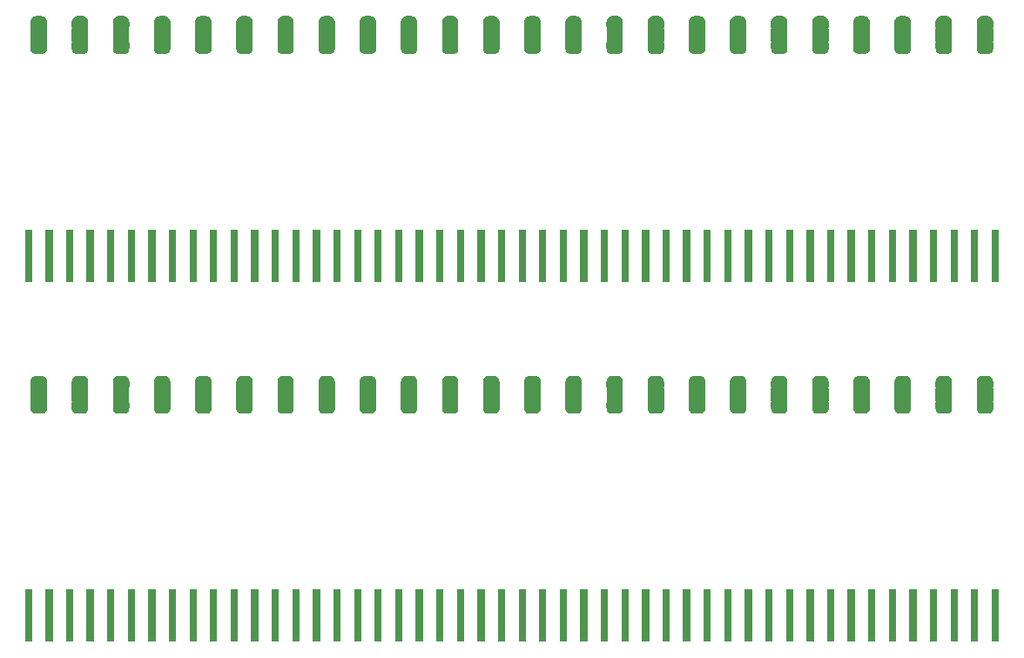
<source format=gbr>
G04 #@! TF.GenerationSoftware,KiCad,Pcbnew,5.1.5+dfsg1-2build2*
G04 #@! TF.CreationDate,2022-01-05T22:10:48-05:00*
G04 #@! TF.ProjectId,,58585858-5858-4585-9858-585858585858,rev?*
G04 #@! TF.SameCoordinates,Original*
G04 #@! TF.FileFunction,Soldermask,Bot*
G04 #@! TF.FilePolarity,Negative*
%FSLAX46Y46*%
G04 Gerber Fmt 4.6, Leading zero omitted, Abs format (unit mm)*
G04 Created by KiCad (PCBNEW 5.1.5+dfsg1-2build2) date 2022-01-05 22:10:48*
%MOMM*%
%LPD*%
G04 APERTURE LIST*
%ADD10C,0.100000*%
G04 APERTURE END LIST*
D10*
G36*
X117683300Y-105609800D02*
G01*
X116981300Y-105609800D01*
X116981300Y-100507800D01*
X117683300Y-100507800D01*
X117683300Y-105609800D01*
G37*
G36*
X113683300Y-105609800D02*
G01*
X112981300Y-105609800D01*
X112981300Y-100507800D01*
X113683300Y-100507800D01*
X113683300Y-105609800D01*
G37*
G36*
X69683300Y-105609800D02*
G01*
X68981300Y-105609800D01*
X68981300Y-100507800D01*
X69683300Y-100507800D01*
X69683300Y-105609800D01*
G37*
G36*
X73683300Y-105609800D02*
G01*
X72981300Y-105609800D01*
X72981300Y-100507800D01*
X73683300Y-100507800D01*
X73683300Y-105609800D01*
G37*
G36*
X77683300Y-105609800D02*
G01*
X76981300Y-105609800D01*
X76981300Y-100507800D01*
X77683300Y-100507800D01*
X77683300Y-105609800D01*
G37*
G36*
X81683300Y-105609800D02*
G01*
X80981300Y-105609800D01*
X80981300Y-100507800D01*
X81683300Y-100507800D01*
X81683300Y-105609800D01*
G37*
G36*
X85683300Y-105609800D02*
G01*
X84981300Y-105609800D01*
X84981300Y-100507800D01*
X85683300Y-100507800D01*
X85683300Y-105609800D01*
G37*
G36*
X89683300Y-105609800D02*
G01*
X88981300Y-105609800D01*
X88981300Y-100507800D01*
X89683300Y-100507800D01*
X89683300Y-105609800D01*
G37*
G36*
X93683300Y-105609800D02*
G01*
X92981300Y-105609800D01*
X92981300Y-100507800D01*
X93683300Y-100507800D01*
X93683300Y-105609800D01*
G37*
G36*
X97683300Y-105609800D02*
G01*
X96981300Y-105609800D01*
X96981300Y-100507800D01*
X97683300Y-100507800D01*
X97683300Y-105609800D01*
G37*
G36*
X101683300Y-105609800D02*
G01*
X100981300Y-105609800D01*
X100981300Y-100507800D01*
X101683300Y-100507800D01*
X101683300Y-105609800D01*
G37*
G36*
X105683300Y-105609800D02*
G01*
X104981300Y-105609800D01*
X104981300Y-100507800D01*
X105683300Y-100507800D01*
X105683300Y-105609800D01*
G37*
G36*
X109683300Y-105609800D02*
G01*
X108981300Y-105609800D01*
X108981300Y-100507800D01*
X109683300Y-100507800D01*
X109683300Y-105609800D01*
G37*
G36*
X67683300Y-105609800D02*
G01*
X66981300Y-105609800D01*
X66981300Y-100507800D01*
X67683300Y-100507800D01*
X67683300Y-105609800D01*
G37*
G36*
X121683300Y-105609800D02*
G01*
X120981300Y-105609800D01*
X120981300Y-100507800D01*
X121683300Y-100507800D01*
X121683300Y-105609800D01*
G37*
G36*
X125683300Y-105609800D02*
G01*
X124981300Y-105609800D01*
X124981300Y-100507800D01*
X125683300Y-100507800D01*
X125683300Y-105609800D01*
G37*
G36*
X129683300Y-105609800D02*
G01*
X128981300Y-105609800D01*
X128981300Y-100507800D01*
X129683300Y-100507800D01*
X129683300Y-105609800D01*
G37*
G36*
X133683300Y-105609800D02*
G01*
X132981300Y-105609800D01*
X132981300Y-100507800D01*
X133683300Y-100507800D01*
X133683300Y-105609800D01*
G37*
G36*
X137683300Y-105609800D02*
G01*
X136981300Y-105609800D01*
X136981300Y-100507800D01*
X137683300Y-100507800D01*
X137683300Y-105609800D01*
G37*
G36*
X141683300Y-105609800D02*
G01*
X140981300Y-105609800D01*
X140981300Y-100507800D01*
X141683300Y-100507800D01*
X141683300Y-105609800D01*
G37*
G36*
X145683300Y-105609800D02*
G01*
X144981300Y-105609800D01*
X144981300Y-100507800D01*
X145683300Y-100507800D01*
X145683300Y-105609800D01*
G37*
G36*
X149683300Y-105609800D02*
G01*
X148981300Y-105609800D01*
X148981300Y-100507800D01*
X149683300Y-100507800D01*
X149683300Y-105609800D01*
G37*
G36*
X153683300Y-105609800D02*
G01*
X152981300Y-105609800D01*
X152981300Y-100507800D01*
X153683300Y-100507800D01*
X153683300Y-105609800D01*
G37*
G36*
X157683300Y-105609800D02*
G01*
X156981300Y-105609800D01*
X156981300Y-100507800D01*
X157683300Y-100507800D01*
X157683300Y-105609800D01*
G37*
G36*
X115683300Y-105609800D02*
G01*
X114981300Y-105609800D01*
X114981300Y-100507800D01*
X115683300Y-100507800D01*
X115683300Y-105609800D01*
G37*
G36*
X155683300Y-105609800D02*
G01*
X154981300Y-105609800D01*
X154981300Y-100507800D01*
X155683300Y-100507800D01*
X155683300Y-105609800D01*
G37*
G36*
X71683300Y-105609800D02*
G01*
X70981300Y-105609800D01*
X70981300Y-100507800D01*
X71683300Y-100507800D01*
X71683300Y-105609800D01*
G37*
G36*
X75683300Y-105609800D02*
G01*
X74981300Y-105609800D01*
X74981300Y-100507800D01*
X75683300Y-100507800D01*
X75683300Y-105609800D01*
G37*
G36*
X79683300Y-105609800D02*
G01*
X78981300Y-105609800D01*
X78981300Y-100507800D01*
X79683300Y-100507800D01*
X79683300Y-105609800D01*
G37*
G36*
X83683300Y-105609800D02*
G01*
X82981300Y-105609800D01*
X82981300Y-100507800D01*
X83683300Y-100507800D01*
X83683300Y-105609800D01*
G37*
G36*
X87683300Y-105609800D02*
G01*
X86981300Y-105609800D01*
X86981300Y-100507800D01*
X87683300Y-100507800D01*
X87683300Y-105609800D01*
G37*
G36*
X91683300Y-105609800D02*
G01*
X90981300Y-105609800D01*
X90981300Y-100507800D01*
X91683300Y-100507800D01*
X91683300Y-105609800D01*
G37*
G36*
X95683300Y-105609800D02*
G01*
X94981300Y-105609800D01*
X94981300Y-100507800D01*
X95683300Y-100507800D01*
X95683300Y-105609800D01*
G37*
G36*
X99683300Y-105609800D02*
G01*
X98981300Y-105609800D01*
X98981300Y-100507800D01*
X99683300Y-100507800D01*
X99683300Y-105609800D01*
G37*
G36*
X103683300Y-105609800D02*
G01*
X102981300Y-105609800D01*
X102981300Y-100507800D01*
X103683300Y-100507800D01*
X103683300Y-105609800D01*
G37*
G36*
X107683300Y-105609800D02*
G01*
X106981300Y-105609800D01*
X106981300Y-100507800D01*
X107683300Y-100507800D01*
X107683300Y-105609800D01*
G37*
G36*
X111683300Y-105609800D02*
G01*
X110981300Y-105609800D01*
X110981300Y-100507800D01*
X111683300Y-100507800D01*
X111683300Y-105609800D01*
G37*
G36*
X119683300Y-105609800D02*
G01*
X118981300Y-105609800D01*
X118981300Y-100507800D01*
X119683300Y-100507800D01*
X119683300Y-105609800D01*
G37*
G36*
X161683300Y-105609800D02*
G01*
X160981300Y-105609800D01*
X160981300Y-100507800D01*
X161683300Y-100507800D01*
X161683300Y-105609800D01*
G37*
G36*
X159683300Y-105609800D02*
G01*
X158981300Y-105609800D01*
X158981300Y-100507800D01*
X159683300Y-100507800D01*
X159683300Y-105609800D01*
G37*
G36*
X151683300Y-105609800D02*
G01*
X150981300Y-105609800D01*
X150981300Y-100507800D01*
X151683300Y-100507800D01*
X151683300Y-105609800D01*
G37*
G36*
X147683300Y-105609800D02*
G01*
X146981300Y-105609800D01*
X146981300Y-100507800D01*
X147683300Y-100507800D01*
X147683300Y-105609800D01*
G37*
G36*
X143683300Y-105609800D02*
G01*
X142981300Y-105609800D01*
X142981300Y-100507800D01*
X143683300Y-100507800D01*
X143683300Y-105609800D01*
G37*
G36*
X139683300Y-105609800D02*
G01*
X138981300Y-105609800D01*
X138981300Y-100507800D01*
X139683300Y-100507800D01*
X139683300Y-105609800D01*
G37*
G36*
X135683300Y-105609800D02*
G01*
X134981300Y-105609800D01*
X134981300Y-100507800D01*
X135683300Y-100507800D01*
X135683300Y-105609800D01*
G37*
G36*
X131683300Y-105609800D02*
G01*
X130981300Y-105609800D01*
X130981300Y-100507800D01*
X131683300Y-100507800D01*
X131683300Y-105609800D01*
G37*
G36*
X127683300Y-105609800D02*
G01*
X126981300Y-105609800D01*
X126981300Y-100507800D01*
X127683300Y-100507800D01*
X127683300Y-105609800D01*
G37*
G36*
X123683300Y-105609800D02*
G01*
X122981300Y-105609800D01*
X122981300Y-100507800D01*
X123683300Y-100507800D01*
X123683300Y-105609800D01*
G37*
G36*
X104594499Y-79733754D02*
G01*
X104606750Y-79734356D01*
X104625169Y-79734356D01*
X104647449Y-79736550D01*
X104731533Y-79753276D01*
X104752960Y-79759776D01*
X104832158Y-79792580D01*
X104837603Y-79795491D01*
X104837609Y-79795493D01*
X104846469Y-79800229D01*
X104846473Y-79800232D01*
X104851914Y-79803140D01*
X104923199Y-79850771D01*
X104940504Y-79864972D01*
X105001128Y-79925596D01*
X105015329Y-79942901D01*
X105062960Y-80014186D01*
X105065868Y-80019627D01*
X105065871Y-80019631D01*
X105070607Y-80028491D01*
X105070609Y-80028497D01*
X105073520Y-80033942D01*
X105106324Y-80113140D01*
X105112824Y-80134567D01*
X105129550Y-80218651D01*
X105131744Y-80240931D01*
X105131744Y-80259350D01*
X105132346Y-80271601D01*
X105134152Y-80289939D01*
X105134152Y-80827660D01*
X105132563Y-80843799D01*
X105128155Y-80858328D01*
X105122694Y-80871511D01*
X105117912Y-80895545D01*
X105117911Y-80920049D01*
X105122691Y-80944082D01*
X105132068Y-80966721D01*
X105133300Y-80968565D01*
X105133300Y-82199850D01*
X105126825Y-82211964D01*
X105119712Y-82235413D01*
X105117310Y-82259799D01*
X105119712Y-82284185D01*
X105126825Y-82307634D01*
X105129148Y-82312546D01*
X105132563Y-82323801D01*
X105134152Y-82339940D01*
X105134152Y-82877662D01*
X105132346Y-82895999D01*
X105131744Y-82908250D01*
X105131744Y-82926669D01*
X105129550Y-82948949D01*
X105112824Y-83033033D01*
X105106324Y-83054460D01*
X105073520Y-83133658D01*
X105070609Y-83139103D01*
X105070607Y-83139109D01*
X105065871Y-83147969D01*
X105065868Y-83147973D01*
X105062960Y-83153414D01*
X105015329Y-83224699D01*
X105001128Y-83242004D01*
X104940504Y-83302628D01*
X104923199Y-83316829D01*
X104851914Y-83364460D01*
X104846473Y-83367368D01*
X104846469Y-83367371D01*
X104837609Y-83372107D01*
X104837603Y-83372109D01*
X104832158Y-83375020D01*
X104752960Y-83407824D01*
X104731533Y-83414324D01*
X104647449Y-83431050D01*
X104625169Y-83433244D01*
X104606750Y-83433244D01*
X104594499Y-83433846D01*
X104576162Y-83435652D01*
X104088438Y-83435652D01*
X104070101Y-83433846D01*
X104057850Y-83433244D01*
X104039431Y-83433244D01*
X104017151Y-83431050D01*
X103933067Y-83414324D01*
X103911640Y-83407824D01*
X103832442Y-83375020D01*
X103826997Y-83372109D01*
X103826991Y-83372107D01*
X103818131Y-83367371D01*
X103818127Y-83367368D01*
X103812686Y-83364460D01*
X103741401Y-83316829D01*
X103724096Y-83302628D01*
X103663472Y-83242004D01*
X103649271Y-83224699D01*
X103601640Y-83153414D01*
X103598732Y-83147973D01*
X103598729Y-83147969D01*
X103593993Y-83139109D01*
X103593991Y-83139103D01*
X103591080Y-83133658D01*
X103558276Y-83054460D01*
X103551776Y-83033033D01*
X103535050Y-82948949D01*
X103532856Y-82926669D01*
X103532856Y-82908250D01*
X103532254Y-82895999D01*
X103530448Y-82877662D01*
X103530448Y-82339940D01*
X103532037Y-82323801D01*
X103536445Y-82309272D01*
X103541906Y-82296089D01*
X103546688Y-82272055D01*
X103546689Y-82247551D01*
X103541909Y-82223518D01*
X103532532Y-82200879D01*
X103531300Y-82199035D01*
X103531300Y-80967750D01*
X103537775Y-80955636D01*
X103544888Y-80932187D01*
X103547290Y-80907801D01*
X103544888Y-80883415D01*
X103537775Y-80859966D01*
X103535452Y-80855054D01*
X103532037Y-80843799D01*
X103530448Y-80827660D01*
X103530448Y-80289939D01*
X103532254Y-80271601D01*
X103532856Y-80259350D01*
X103532856Y-80240931D01*
X103535050Y-80218651D01*
X103551776Y-80134567D01*
X103558276Y-80113140D01*
X103591080Y-80033942D01*
X103593991Y-80028497D01*
X103593993Y-80028491D01*
X103598729Y-80019631D01*
X103598732Y-80019627D01*
X103601640Y-80014186D01*
X103649271Y-79942901D01*
X103663472Y-79925596D01*
X103724096Y-79864972D01*
X103741401Y-79850771D01*
X103812686Y-79803140D01*
X103818127Y-79800232D01*
X103818131Y-79800229D01*
X103826991Y-79795493D01*
X103826997Y-79795491D01*
X103832442Y-79792580D01*
X103911640Y-79759776D01*
X103933067Y-79753276D01*
X104017151Y-79736550D01*
X104039431Y-79734356D01*
X104057850Y-79734356D01*
X104070101Y-79733754D01*
X104088439Y-79731948D01*
X104576161Y-79731948D01*
X104594499Y-79733754D01*
G37*
G36*
X112594499Y-79733754D02*
G01*
X112606750Y-79734356D01*
X112625169Y-79734356D01*
X112647449Y-79736550D01*
X112731533Y-79753276D01*
X112752960Y-79759776D01*
X112832158Y-79792580D01*
X112837603Y-79795491D01*
X112837609Y-79795493D01*
X112846469Y-79800229D01*
X112846473Y-79800232D01*
X112851914Y-79803140D01*
X112923199Y-79850771D01*
X112940504Y-79864972D01*
X113001128Y-79925596D01*
X113015329Y-79942901D01*
X113062960Y-80014186D01*
X113065868Y-80019627D01*
X113065871Y-80019631D01*
X113070607Y-80028491D01*
X113070609Y-80028497D01*
X113073520Y-80033942D01*
X113106324Y-80113140D01*
X113112824Y-80134567D01*
X113129550Y-80218651D01*
X113131744Y-80240931D01*
X113131744Y-80259350D01*
X113132346Y-80271601D01*
X113134152Y-80289939D01*
X113134152Y-80827660D01*
X113132563Y-80843799D01*
X113128155Y-80858328D01*
X113122694Y-80871511D01*
X113117912Y-80895545D01*
X113117911Y-80920049D01*
X113122691Y-80944082D01*
X113132068Y-80966721D01*
X113133300Y-80968565D01*
X113133300Y-82199850D01*
X113126825Y-82211964D01*
X113119712Y-82235413D01*
X113117310Y-82259799D01*
X113119712Y-82284185D01*
X113126825Y-82307634D01*
X113129148Y-82312546D01*
X113132563Y-82323801D01*
X113134152Y-82339940D01*
X113134152Y-82877662D01*
X113132346Y-82895999D01*
X113131744Y-82908250D01*
X113131744Y-82926669D01*
X113129550Y-82948949D01*
X113112824Y-83033033D01*
X113106324Y-83054460D01*
X113073520Y-83133658D01*
X113070609Y-83139103D01*
X113070607Y-83139109D01*
X113065871Y-83147969D01*
X113065868Y-83147973D01*
X113062960Y-83153414D01*
X113015329Y-83224699D01*
X113001128Y-83242004D01*
X112940504Y-83302628D01*
X112923199Y-83316829D01*
X112851914Y-83364460D01*
X112846473Y-83367368D01*
X112846469Y-83367371D01*
X112837609Y-83372107D01*
X112837603Y-83372109D01*
X112832158Y-83375020D01*
X112752960Y-83407824D01*
X112731533Y-83414324D01*
X112647449Y-83431050D01*
X112625169Y-83433244D01*
X112606750Y-83433244D01*
X112594499Y-83433846D01*
X112576162Y-83435652D01*
X112088438Y-83435652D01*
X112070101Y-83433846D01*
X112057850Y-83433244D01*
X112039431Y-83433244D01*
X112017151Y-83431050D01*
X111933067Y-83414324D01*
X111911640Y-83407824D01*
X111832442Y-83375020D01*
X111826997Y-83372109D01*
X111826991Y-83372107D01*
X111818131Y-83367371D01*
X111818127Y-83367368D01*
X111812686Y-83364460D01*
X111741401Y-83316829D01*
X111724096Y-83302628D01*
X111663472Y-83242004D01*
X111649271Y-83224699D01*
X111601640Y-83153414D01*
X111598732Y-83147973D01*
X111598729Y-83147969D01*
X111593993Y-83139109D01*
X111593991Y-83139103D01*
X111591080Y-83133658D01*
X111558276Y-83054460D01*
X111551776Y-83033033D01*
X111535050Y-82948949D01*
X111532856Y-82926669D01*
X111532856Y-82908250D01*
X111532254Y-82895999D01*
X111530448Y-82877662D01*
X111530448Y-82339940D01*
X111532037Y-82323801D01*
X111536445Y-82309272D01*
X111541906Y-82296089D01*
X111546688Y-82272055D01*
X111546689Y-82247551D01*
X111541909Y-82223518D01*
X111532532Y-82200879D01*
X111531300Y-82199035D01*
X111531300Y-80967750D01*
X111537775Y-80955636D01*
X111544888Y-80932187D01*
X111547290Y-80907801D01*
X111544888Y-80883415D01*
X111537775Y-80859966D01*
X111535452Y-80855054D01*
X111532037Y-80843799D01*
X111530448Y-80827660D01*
X111530448Y-80289939D01*
X111532254Y-80271601D01*
X111532856Y-80259350D01*
X111532856Y-80240931D01*
X111535050Y-80218651D01*
X111551776Y-80134567D01*
X111558276Y-80113140D01*
X111591080Y-80033942D01*
X111593991Y-80028497D01*
X111593993Y-80028491D01*
X111598729Y-80019631D01*
X111598732Y-80019627D01*
X111601640Y-80014186D01*
X111649271Y-79942901D01*
X111663472Y-79925596D01*
X111724096Y-79864972D01*
X111741401Y-79850771D01*
X111812686Y-79803140D01*
X111818127Y-79800232D01*
X111818131Y-79800229D01*
X111826991Y-79795493D01*
X111826997Y-79795491D01*
X111832442Y-79792580D01*
X111911640Y-79759776D01*
X111933067Y-79753276D01*
X112017151Y-79736550D01*
X112039431Y-79734356D01*
X112057850Y-79734356D01*
X112070101Y-79733754D01*
X112088439Y-79731948D01*
X112576161Y-79731948D01*
X112594499Y-79733754D01*
G37*
G36*
X116594499Y-79733754D02*
G01*
X116606750Y-79734356D01*
X116625169Y-79734356D01*
X116647449Y-79736550D01*
X116731533Y-79753276D01*
X116752960Y-79759776D01*
X116832158Y-79792580D01*
X116837603Y-79795491D01*
X116837609Y-79795493D01*
X116846469Y-79800229D01*
X116846473Y-79800232D01*
X116851914Y-79803140D01*
X116923199Y-79850771D01*
X116940504Y-79864972D01*
X117001128Y-79925596D01*
X117015329Y-79942901D01*
X117062960Y-80014186D01*
X117065868Y-80019627D01*
X117065871Y-80019631D01*
X117070607Y-80028491D01*
X117070609Y-80028497D01*
X117073520Y-80033942D01*
X117106324Y-80113140D01*
X117112824Y-80134567D01*
X117129550Y-80218651D01*
X117131744Y-80240931D01*
X117131744Y-80259350D01*
X117132346Y-80271601D01*
X117134152Y-80289939D01*
X117134152Y-80827660D01*
X117132563Y-80843799D01*
X117128155Y-80858328D01*
X117122694Y-80871511D01*
X117117912Y-80895545D01*
X117117911Y-80920049D01*
X117122691Y-80944082D01*
X117132068Y-80966721D01*
X117133300Y-80968565D01*
X117133300Y-82199850D01*
X117126825Y-82211964D01*
X117119712Y-82235413D01*
X117117310Y-82259799D01*
X117119712Y-82284185D01*
X117126825Y-82307634D01*
X117129148Y-82312546D01*
X117132563Y-82323801D01*
X117134152Y-82339940D01*
X117134152Y-82877662D01*
X117132346Y-82895999D01*
X117131744Y-82908250D01*
X117131744Y-82926669D01*
X117129550Y-82948949D01*
X117112824Y-83033033D01*
X117106324Y-83054460D01*
X117073520Y-83133658D01*
X117070609Y-83139103D01*
X117070607Y-83139109D01*
X117065871Y-83147969D01*
X117065868Y-83147973D01*
X117062960Y-83153414D01*
X117015329Y-83224699D01*
X117001128Y-83242004D01*
X116940504Y-83302628D01*
X116923199Y-83316829D01*
X116851914Y-83364460D01*
X116846473Y-83367368D01*
X116846469Y-83367371D01*
X116837609Y-83372107D01*
X116837603Y-83372109D01*
X116832158Y-83375020D01*
X116752960Y-83407824D01*
X116731533Y-83414324D01*
X116647449Y-83431050D01*
X116625169Y-83433244D01*
X116606750Y-83433244D01*
X116594499Y-83433846D01*
X116576162Y-83435652D01*
X116088438Y-83435652D01*
X116070101Y-83433846D01*
X116057850Y-83433244D01*
X116039431Y-83433244D01*
X116017151Y-83431050D01*
X115933067Y-83414324D01*
X115911640Y-83407824D01*
X115832442Y-83375020D01*
X115826997Y-83372109D01*
X115826991Y-83372107D01*
X115818131Y-83367371D01*
X115818127Y-83367368D01*
X115812686Y-83364460D01*
X115741401Y-83316829D01*
X115724096Y-83302628D01*
X115663472Y-83242004D01*
X115649271Y-83224699D01*
X115601640Y-83153414D01*
X115598732Y-83147973D01*
X115598729Y-83147969D01*
X115593993Y-83139109D01*
X115593991Y-83139103D01*
X115591080Y-83133658D01*
X115558276Y-83054460D01*
X115551776Y-83033033D01*
X115535050Y-82948949D01*
X115532856Y-82926669D01*
X115532856Y-82908250D01*
X115532254Y-82895999D01*
X115530448Y-82877662D01*
X115530448Y-82339940D01*
X115532037Y-82323801D01*
X115536445Y-82309272D01*
X115541906Y-82296089D01*
X115546688Y-82272055D01*
X115546689Y-82247551D01*
X115541909Y-82223518D01*
X115532532Y-82200879D01*
X115531300Y-82199035D01*
X115531300Y-80967750D01*
X115537775Y-80955636D01*
X115544888Y-80932187D01*
X115547290Y-80907801D01*
X115544888Y-80883415D01*
X115537775Y-80859966D01*
X115535452Y-80855054D01*
X115532037Y-80843799D01*
X115530448Y-80827660D01*
X115530448Y-80289939D01*
X115532254Y-80271601D01*
X115532856Y-80259350D01*
X115532856Y-80240931D01*
X115535050Y-80218651D01*
X115551776Y-80134567D01*
X115558276Y-80113140D01*
X115591080Y-80033942D01*
X115593991Y-80028497D01*
X115593993Y-80028491D01*
X115598729Y-80019631D01*
X115598732Y-80019627D01*
X115601640Y-80014186D01*
X115649271Y-79942901D01*
X115663472Y-79925596D01*
X115724096Y-79864972D01*
X115741401Y-79850771D01*
X115812686Y-79803140D01*
X115818127Y-79800232D01*
X115818131Y-79800229D01*
X115826991Y-79795493D01*
X115826997Y-79795491D01*
X115832442Y-79792580D01*
X115911640Y-79759776D01*
X115933067Y-79753276D01*
X116017151Y-79736550D01*
X116039431Y-79734356D01*
X116057850Y-79734356D01*
X116070101Y-79733754D01*
X116088439Y-79731948D01*
X116576161Y-79731948D01*
X116594499Y-79733754D01*
G37*
G36*
X120594499Y-79733754D02*
G01*
X120606750Y-79734356D01*
X120625169Y-79734356D01*
X120647449Y-79736550D01*
X120731533Y-79753276D01*
X120752960Y-79759776D01*
X120832158Y-79792580D01*
X120837603Y-79795491D01*
X120837609Y-79795493D01*
X120846469Y-79800229D01*
X120846473Y-79800232D01*
X120851914Y-79803140D01*
X120923199Y-79850771D01*
X120940504Y-79864972D01*
X121001128Y-79925596D01*
X121015329Y-79942901D01*
X121062960Y-80014186D01*
X121065868Y-80019627D01*
X121065871Y-80019631D01*
X121070607Y-80028491D01*
X121070609Y-80028497D01*
X121073520Y-80033942D01*
X121106324Y-80113140D01*
X121112824Y-80134567D01*
X121129550Y-80218651D01*
X121131744Y-80240931D01*
X121131744Y-80259350D01*
X121132346Y-80271601D01*
X121134152Y-80289939D01*
X121134152Y-80827660D01*
X121132563Y-80843799D01*
X121128155Y-80858328D01*
X121122694Y-80871511D01*
X121117912Y-80895545D01*
X121117911Y-80920049D01*
X121122691Y-80944082D01*
X121132068Y-80966721D01*
X121133300Y-80968565D01*
X121133300Y-82199850D01*
X121126825Y-82211964D01*
X121119712Y-82235413D01*
X121117310Y-82259799D01*
X121119712Y-82284185D01*
X121126825Y-82307634D01*
X121129148Y-82312546D01*
X121132563Y-82323801D01*
X121134152Y-82339940D01*
X121134152Y-82877662D01*
X121132346Y-82895999D01*
X121131744Y-82908250D01*
X121131744Y-82926669D01*
X121129550Y-82948949D01*
X121112824Y-83033033D01*
X121106324Y-83054460D01*
X121073520Y-83133658D01*
X121070609Y-83139103D01*
X121070607Y-83139109D01*
X121065871Y-83147969D01*
X121065868Y-83147973D01*
X121062960Y-83153414D01*
X121015329Y-83224699D01*
X121001128Y-83242004D01*
X120940504Y-83302628D01*
X120923199Y-83316829D01*
X120851914Y-83364460D01*
X120846473Y-83367368D01*
X120846469Y-83367371D01*
X120837609Y-83372107D01*
X120837603Y-83372109D01*
X120832158Y-83375020D01*
X120752960Y-83407824D01*
X120731533Y-83414324D01*
X120647449Y-83431050D01*
X120625169Y-83433244D01*
X120606750Y-83433244D01*
X120594499Y-83433846D01*
X120576162Y-83435652D01*
X120088438Y-83435652D01*
X120070101Y-83433846D01*
X120057850Y-83433244D01*
X120039431Y-83433244D01*
X120017151Y-83431050D01*
X119933067Y-83414324D01*
X119911640Y-83407824D01*
X119832442Y-83375020D01*
X119826997Y-83372109D01*
X119826991Y-83372107D01*
X119818131Y-83367371D01*
X119818127Y-83367368D01*
X119812686Y-83364460D01*
X119741401Y-83316829D01*
X119724096Y-83302628D01*
X119663472Y-83242004D01*
X119649271Y-83224699D01*
X119601640Y-83153414D01*
X119598732Y-83147973D01*
X119598729Y-83147969D01*
X119593993Y-83139109D01*
X119593991Y-83139103D01*
X119591080Y-83133658D01*
X119558276Y-83054460D01*
X119551776Y-83033033D01*
X119535050Y-82948949D01*
X119532856Y-82926669D01*
X119532856Y-82908250D01*
X119532254Y-82895999D01*
X119530448Y-82877662D01*
X119530448Y-82339940D01*
X119532037Y-82323801D01*
X119536445Y-82309272D01*
X119541906Y-82296089D01*
X119546688Y-82272055D01*
X119546689Y-82247551D01*
X119541909Y-82223518D01*
X119532532Y-82200879D01*
X119531300Y-82199035D01*
X119531300Y-80967750D01*
X119537775Y-80955636D01*
X119544888Y-80932187D01*
X119547290Y-80907801D01*
X119544888Y-80883415D01*
X119537775Y-80859966D01*
X119535452Y-80855054D01*
X119532037Y-80843799D01*
X119530448Y-80827660D01*
X119530448Y-80289939D01*
X119532254Y-80271601D01*
X119532856Y-80259350D01*
X119532856Y-80240931D01*
X119535050Y-80218651D01*
X119551776Y-80134567D01*
X119558276Y-80113140D01*
X119591080Y-80033942D01*
X119593991Y-80028497D01*
X119593993Y-80028491D01*
X119598729Y-80019631D01*
X119598732Y-80019627D01*
X119601640Y-80014186D01*
X119649271Y-79942901D01*
X119663472Y-79925596D01*
X119724096Y-79864972D01*
X119741401Y-79850771D01*
X119812686Y-79803140D01*
X119818127Y-79800232D01*
X119818131Y-79800229D01*
X119826991Y-79795493D01*
X119826997Y-79795491D01*
X119832442Y-79792580D01*
X119911640Y-79759776D01*
X119933067Y-79753276D01*
X120017151Y-79736550D01*
X120039431Y-79734356D01*
X120057850Y-79734356D01*
X120070101Y-79733754D01*
X120088439Y-79731948D01*
X120576161Y-79731948D01*
X120594499Y-79733754D01*
G37*
G36*
X124594499Y-79733754D02*
G01*
X124606750Y-79734356D01*
X124625169Y-79734356D01*
X124647449Y-79736550D01*
X124731533Y-79753276D01*
X124752960Y-79759776D01*
X124832158Y-79792580D01*
X124837603Y-79795491D01*
X124837609Y-79795493D01*
X124846469Y-79800229D01*
X124846473Y-79800232D01*
X124851914Y-79803140D01*
X124923199Y-79850771D01*
X124940504Y-79864972D01*
X125001128Y-79925596D01*
X125015329Y-79942901D01*
X125062960Y-80014186D01*
X125065868Y-80019627D01*
X125065871Y-80019631D01*
X125070607Y-80028491D01*
X125070609Y-80028497D01*
X125073520Y-80033942D01*
X125106324Y-80113140D01*
X125112824Y-80134567D01*
X125129550Y-80218651D01*
X125131744Y-80240931D01*
X125131744Y-80259350D01*
X125132346Y-80271601D01*
X125134152Y-80289939D01*
X125134152Y-80827660D01*
X125132563Y-80843799D01*
X125128155Y-80858328D01*
X125122694Y-80871511D01*
X125117912Y-80895545D01*
X125117911Y-80920049D01*
X125122691Y-80944082D01*
X125132068Y-80966721D01*
X125133300Y-80968565D01*
X125133300Y-82199850D01*
X125126825Y-82211964D01*
X125119712Y-82235413D01*
X125117310Y-82259799D01*
X125119712Y-82284185D01*
X125126825Y-82307634D01*
X125129148Y-82312546D01*
X125132563Y-82323801D01*
X125134152Y-82339940D01*
X125134152Y-82877662D01*
X125132346Y-82895999D01*
X125131744Y-82908250D01*
X125131744Y-82926669D01*
X125129550Y-82948949D01*
X125112824Y-83033033D01*
X125106324Y-83054460D01*
X125073520Y-83133658D01*
X125070609Y-83139103D01*
X125070607Y-83139109D01*
X125065871Y-83147969D01*
X125065868Y-83147973D01*
X125062960Y-83153414D01*
X125015329Y-83224699D01*
X125001128Y-83242004D01*
X124940504Y-83302628D01*
X124923199Y-83316829D01*
X124851914Y-83364460D01*
X124846473Y-83367368D01*
X124846469Y-83367371D01*
X124837609Y-83372107D01*
X124837603Y-83372109D01*
X124832158Y-83375020D01*
X124752960Y-83407824D01*
X124731533Y-83414324D01*
X124647449Y-83431050D01*
X124625169Y-83433244D01*
X124606750Y-83433244D01*
X124594499Y-83433846D01*
X124576162Y-83435652D01*
X124088438Y-83435652D01*
X124070101Y-83433846D01*
X124057850Y-83433244D01*
X124039431Y-83433244D01*
X124017151Y-83431050D01*
X123933067Y-83414324D01*
X123911640Y-83407824D01*
X123832442Y-83375020D01*
X123826997Y-83372109D01*
X123826991Y-83372107D01*
X123818131Y-83367371D01*
X123818127Y-83367368D01*
X123812686Y-83364460D01*
X123741401Y-83316829D01*
X123724096Y-83302628D01*
X123663472Y-83242004D01*
X123649271Y-83224699D01*
X123601640Y-83153414D01*
X123598732Y-83147973D01*
X123598729Y-83147969D01*
X123593993Y-83139109D01*
X123593991Y-83139103D01*
X123591080Y-83133658D01*
X123558276Y-83054460D01*
X123551776Y-83033033D01*
X123535050Y-82948949D01*
X123532856Y-82926669D01*
X123532856Y-82908250D01*
X123532254Y-82895999D01*
X123530448Y-82877662D01*
X123530448Y-82339940D01*
X123532037Y-82323801D01*
X123536445Y-82309272D01*
X123541906Y-82296089D01*
X123546688Y-82272055D01*
X123546689Y-82247551D01*
X123541909Y-82223518D01*
X123532532Y-82200879D01*
X123531300Y-82199035D01*
X123531300Y-80967750D01*
X123537775Y-80955636D01*
X123544888Y-80932187D01*
X123547290Y-80907801D01*
X123544888Y-80883415D01*
X123537775Y-80859966D01*
X123535452Y-80855054D01*
X123532037Y-80843799D01*
X123530448Y-80827660D01*
X123530448Y-80289939D01*
X123532254Y-80271601D01*
X123532856Y-80259350D01*
X123532856Y-80240931D01*
X123535050Y-80218651D01*
X123551776Y-80134567D01*
X123558276Y-80113140D01*
X123591080Y-80033942D01*
X123593991Y-80028497D01*
X123593993Y-80028491D01*
X123598729Y-80019631D01*
X123598732Y-80019627D01*
X123601640Y-80014186D01*
X123649271Y-79942901D01*
X123663472Y-79925596D01*
X123724096Y-79864972D01*
X123741401Y-79850771D01*
X123812686Y-79803140D01*
X123818127Y-79800232D01*
X123818131Y-79800229D01*
X123826991Y-79795493D01*
X123826997Y-79795491D01*
X123832442Y-79792580D01*
X123911640Y-79759776D01*
X123933067Y-79753276D01*
X124017151Y-79736550D01*
X124039431Y-79734356D01*
X124057850Y-79734356D01*
X124070101Y-79733754D01*
X124088439Y-79731948D01*
X124576161Y-79731948D01*
X124594499Y-79733754D01*
G37*
G36*
X128594499Y-79733754D02*
G01*
X128606750Y-79734356D01*
X128625169Y-79734356D01*
X128647449Y-79736550D01*
X128731533Y-79753276D01*
X128752960Y-79759776D01*
X128832158Y-79792580D01*
X128837603Y-79795491D01*
X128837609Y-79795493D01*
X128846469Y-79800229D01*
X128846473Y-79800232D01*
X128851914Y-79803140D01*
X128923199Y-79850771D01*
X128940504Y-79864972D01*
X129001128Y-79925596D01*
X129015329Y-79942901D01*
X129062960Y-80014186D01*
X129065868Y-80019627D01*
X129065871Y-80019631D01*
X129070607Y-80028491D01*
X129070609Y-80028497D01*
X129073520Y-80033942D01*
X129106324Y-80113140D01*
X129112824Y-80134567D01*
X129129550Y-80218651D01*
X129131744Y-80240931D01*
X129131744Y-80259350D01*
X129132346Y-80271601D01*
X129134152Y-80289939D01*
X129134152Y-80827660D01*
X129132563Y-80843799D01*
X129128155Y-80858328D01*
X129122694Y-80871511D01*
X129117912Y-80895545D01*
X129117911Y-80920049D01*
X129122691Y-80944082D01*
X129132068Y-80966721D01*
X129133300Y-80968565D01*
X129133300Y-82199850D01*
X129126825Y-82211964D01*
X129119712Y-82235413D01*
X129117310Y-82259799D01*
X129119712Y-82284185D01*
X129126825Y-82307634D01*
X129129148Y-82312546D01*
X129132563Y-82323801D01*
X129134152Y-82339940D01*
X129134152Y-82877662D01*
X129132346Y-82895999D01*
X129131744Y-82908250D01*
X129131744Y-82926669D01*
X129129550Y-82948949D01*
X129112824Y-83033033D01*
X129106324Y-83054460D01*
X129073520Y-83133658D01*
X129070609Y-83139103D01*
X129070607Y-83139109D01*
X129065871Y-83147969D01*
X129065868Y-83147973D01*
X129062960Y-83153414D01*
X129015329Y-83224699D01*
X129001128Y-83242004D01*
X128940504Y-83302628D01*
X128923199Y-83316829D01*
X128851914Y-83364460D01*
X128846473Y-83367368D01*
X128846469Y-83367371D01*
X128837609Y-83372107D01*
X128837603Y-83372109D01*
X128832158Y-83375020D01*
X128752960Y-83407824D01*
X128731533Y-83414324D01*
X128647449Y-83431050D01*
X128625169Y-83433244D01*
X128606750Y-83433244D01*
X128594499Y-83433846D01*
X128576162Y-83435652D01*
X128088438Y-83435652D01*
X128070101Y-83433846D01*
X128057850Y-83433244D01*
X128039431Y-83433244D01*
X128017151Y-83431050D01*
X127933067Y-83414324D01*
X127911640Y-83407824D01*
X127832442Y-83375020D01*
X127826997Y-83372109D01*
X127826991Y-83372107D01*
X127818131Y-83367371D01*
X127818127Y-83367368D01*
X127812686Y-83364460D01*
X127741401Y-83316829D01*
X127724096Y-83302628D01*
X127663472Y-83242004D01*
X127649271Y-83224699D01*
X127601640Y-83153414D01*
X127598732Y-83147973D01*
X127598729Y-83147969D01*
X127593993Y-83139109D01*
X127593991Y-83139103D01*
X127591080Y-83133658D01*
X127558276Y-83054460D01*
X127551776Y-83033033D01*
X127535050Y-82948949D01*
X127532856Y-82926669D01*
X127532856Y-82908250D01*
X127532254Y-82895999D01*
X127530448Y-82877662D01*
X127530448Y-82339940D01*
X127532037Y-82323801D01*
X127536445Y-82309272D01*
X127541906Y-82296089D01*
X127546688Y-82272055D01*
X127546689Y-82247551D01*
X127541909Y-82223518D01*
X127532532Y-82200879D01*
X127531300Y-82199035D01*
X127531300Y-80967750D01*
X127537775Y-80955636D01*
X127544888Y-80932187D01*
X127547290Y-80907801D01*
X127544888Y-80883415D01*
X127537775Y-80859966D01*
X127535452Y-80855054D01*
X127532037Y-80843799D01*
X127530448Y-80827660D01*
X127530448Y-80289939D01*
X127532254Y-80271601D01*
X127532856Y-80259350D01*
X127532856Y-80240931D01*
X127535050Y-80218651D01*
X127551776Y-80134567D01*
X127558276Y-80113140D01*
X127591080Y-80033942D01*
X127593991Y-80028497D01*
X127593993Y-80028491D01*
X127598729Y-80019631D01*
X127598732Y-80019627D01*
X127601640Y-80014186D01*
X127649271Y-79942901D01*
X127663472Y-79925596D01*
X127724096Y-79864972D01*
X127741401Y-79850771D01*
X127812686Y-79803140D01*
X127818127Y-79800232D01*
X127818131Y-79800229D01*
X127826991Y-79795493D01*
X127826997Y-79795491D01*
X127832442Y-79792580D01*
X127911640Y-79759776D01*
X127933067Y-79753276D01*
X128017151Y-79736550D01*
X128039431Y-79734356D01*
X128057850Y-79734356D01*
X128070101Y-79733754D01*
X128088439Y-79731948D01*
X128576161Y-79731948D01*
X128594499Y-79733754D01*
G37*
G36*
X132594499Y-79733754D02*
G01*
X132606750Y-79734356D01*
X132625169Y-79734356D01*
X132647449Y-79736550D01*
X132731533Y-79753276D01*
X132752960Y-79759776D01*
X132832158Y-79792580D01*
X132837603Y-79795491D01*
X132837609Y-79795493D01*
X132846469Y-79800229D01*
X132846473Y-79800232D01*
X132851914Y-79803140D01*
X132923199Y-79850771D01*
X132940504Y-79864972D01*
X133001128Y-79925596D01*
X133015329Y-79942901D01*
X133062960Y-80014186D01*
X133065868Y-80019627D01*
X133065871Y-80019631D01*
X133070607Y-80028491D01*
X133070609Y-80028497D01*
X133073520Y-80033942D01*
X133106324Y-80113140D01*
X133112824Y-80134567D01*
X133129550Y-80218651D01*
X133131744Y-80240931D01*
X133131744Y-80259350D01*
X133132346Y-80271601D01*
X133134152Y-80289939D01*
X133134152Y-80827660D01*
X133132563Y-80843799D01*
X133128155Y-80858328D01*
X133122694Y-80871511D01*
X133117912Y-80895545D01*
X133117911Y-80920049D01*
X133122691Y-80944082D01*
X133132068Y-80966721D01*
X133133300Y-80968565D01*
X133133300Y-82199850D01*
X133126825Y-82211964D01*
X133119712Y-82235413D01*
X133117310Y-82259799D01*
X133119712Y-82284185D01*
X133126825Y-82307634D01*
X133129148Y-82312546D01*
X133132563Y-82323801D01*
X133134152Y-82339940D01*
X133134152Y-82877662D01*
X133132346Y-82895999D01*
X133131744Y-82908250D01*
X133131744Y-82926669D01*
X133129550Y-82948949D01*
X133112824Y-83033033D01*
X133106324Y-83054460D01*
X133073520Y-83133658D01*
X133070609Y-83139103D01*
X133070607Y-83139109D01*
X133065871Y-83147969D01*
X133065868Y-83147973D01*
X133062960Y-83153414D01*
X133015329Y-83224699D01*
X133001128Y-83242004D01*
X132940504Y-83302628D01*
X132923199Y-83316829D01*
X132851914Y-83364460D01*
X132846473Y-83367368D01*
X132846469Y-83367371D01*
X132837609Y-83372107D01*
X132837603Y-83372109D01*
X132832158Y-83375020D01*
X132752960Y-83407824D01*
X132731533Y-83414324D01*
X132647449Y-83431050D01*
X132625169Y-83433244D01*
X132606750Y-83433244D01*
X132594499Y-83433846D01*
X132576162Y-83435652D01*
X132088438Y-83435652D01*
X132070101Y-83433846D01*
X132057850Y-83433244D01*
X132039431Y-83433244D01*
X132017151Y-83431050D01*
X131933067Y-83414324D01*
X131911640Y-83407824D01*
X131832442Y-83375020D01*
X131826997Y-83372109D01*
X131826991Y-83372107D01*
X131818131Y-83367371D01*
X131818127Y-83367368D01*
X131812686Y-83364460D01*
X131741401Y-83316829D01*
X131724096Y-83302628D01*
X131663472Y-83242004D01*
X131649271Y-83224699D01*
X131601640Y-83153414D01*
X131598732Y-83147973D01*
X131598729Y-83147969D01*
X131593993Y-83139109D01*
X131593991Y-83139103D01*
X131591080Y-83133658D01*
X131558276Y-83054460D01*
X131551776Y-83033033D01*
X131535050Y-82948949D01*
X131532856Y-82926669D01*
X131532856Y-82908250D01*
X131532254Y-82895999D01*
X131530448Y-82877662D01*
X131530448Y-82339940D01*
X131532037Y-82323801D01*
X131536445Y-82309272D01*
X131541906Y-82296089D01*
X131546688Y-82272055D01*
X131546689Y-82247551D01*
X131541909Y-82223518D01*
X131532532Y-82200879D01*
X131531300Y-82199035D01*
X131531300Y-80967750D01*
X131537775Y-80955636D01*
X131544888Y-80932187D01*
X131547290Y-80907801D01*
X131544888Y-80883415D01*
X131537775Y-80859966D01*
X131535452Y-80855054D01*
X131532037Y-80843799D01*
X131530448Y-80827660D01*
X131530448Y-80289939D01*
X131532254Y-80271601D01*
X131532856Y-80259350D01*
X131532856Y-80240931D01*
X131535050Y-80218651D01*
X131551776Y-80134567D01*
X131558276Y-80113140D01*
X131591080Y-80033942D01*
X131593991Y-80028497D01*
X131593993Y-80028491D01*
X131598729Y-80019631D01*
X131598732Y-80019627D01*
X131601640Y-80014186D01*
X131649271Y-79942901D01*
X131663472Y-79925596D01*
X131724096Y-79864972D01*
X131741401Y-79850771D01*
X131812686Y-79803140D01*
X131818127Y-79800232D01*
X131818131Y-79800229D01*
X131826991Y-79795493D01*
X131826997Y-79795491D01*
X131832442Y-79792580D01*
X131911640Y-79759776D01*
X131933067Y-79753276D01*
X132017151Y-79736550D01*
X132039431Y-79734356D01*
X132057850Y-79734356D01*
X132070101Y-79733754D01*
X132088439Y-79731948D01*
X132576161Y-79731948D01*
X132594499Y-79733754D01*
G37*
G36*
X136594499Y-79733754D02*
G01*
X136606750Y-79734356D01*
X136625169Y-79734356D01*
X136647449Y-79736550D01*
X136731533Y-79753276D01*
X136752960Y-79759776D01*
X136832158Y-79792580D01*
X136837603Y-79795491D01*
X136837609Y-79795493D01*
X136846469Y-79800229D01*
X136846473Y-79800232D01*
X136851914Y-79803140D01*
X136923199Y-79850771D01*
X136940504Y-79864972D01*
X137001128Y-79925596D01*
X137015329Y-79942901D01*
X137062960Y-80014186D01*
X137065868Y-80019627D01*
X137065871Y-80019631D01*
X137070607Y-80028491D01*
X137070609Y-80028497D01*
X137073520Y-80033942D01*
X137106324Y-80113140D01*
X137112824Y-80134567D01*
X137129550Y-80218651D01*
X137131744Y-80240931D01*
X137131744Y-80259350D01*
X137132346Y-80271601D01*
X137134152Y-80289939D01*
X137134152Y-80827660D01*
X137132563Y-80843799D01*
X137128155Y-80858328D01*
X137122694Y-80871511D01*
X137117912Y-80895545D01*
X137117911Y-80920049D01*
X137122691Y-80944082D01*
X137132068Y-80966721D01*
X137133300Y-80968565D01*
X137133300Y-82199850D01*
X137126825Y-82211964D01*
X137119712Y-82235413D01*
X137117310Y-82259799D01*
X137119712Y-82284185D01*
X137126825Y-82307634D01*
X137129148Y-82312546D01*
X137132563Y-82323801D01*
X137134152Y-82339940D01*
X137134152Y-82877662D01*
X137132346Y-82895999D01*
X137131744Y-82908250D01*
X137131744Y-82926669D01*
X137129550Y-82948949D01*
X137112824Y-83033033D01*
X137106324Y-83054460D01*
X137073520Y-83133658D01*
X137070609Y-83139103D01*
X137070607Y-83139109D01*
X137065871Y-83147969D01*
X137065868Y-83147973D01*
X137062960Y-83153414D01*
X137015329Y-83224699D01*
X137001128Y-83242004D01*
X136940504Y-83302628D01*
X136923199Y-83316829D01*
X136851914Y-83364460D01*
X136846473Y-83367368D01*
X136846469Y-83367371D01*
X136837609Y-83372107D01*
X136837603Y-83372109D01*
X136832158Y-83375020D01*
X136752960Y-83407824D01*
X136731533Y-83414324D01*
X136647449Y-83431050D01*
X136625169Y-83433244D01*
X136606750Y-83433244D01*
X136594499Y-83433846D01*
X136576162Y-83435652D01*
X136088438Y-83435652D01*
X136070101Y-83433846D01*
X136057850Y-83433244D01*
X136039431Y-83433244D01*
X136017151Y-83431050D01*
X135933067Y-83414324D01*
X135911640Y-83407824D01*
X135832442Y-83375020D01*
X135826997Y-83372109D01*
X135826991Y-83372107D01*
X135818131Y-83367371D01*
X135818127Y-83367368D01*
X135812686Y-83364460D01*
X135741401Y-83316829D01*
X135724096Y-83302628D01*
X135663472Y-83242004D01*
X135649271Y-83224699D01*
X135601640Y-83153414D01*
X135598732Y-83147973D01*
X135598729Y-83147969D01*
X135593993Y-83139109D01*
X135593991Y-83139103D01*
X135591080Y-83133658D01*
X135558276Y-83054460D01*
X135551776Y-83033033D01*
X135535050Y-82948949D01*
X135532856Y-82926669D01*
X135532856Y-82908250D01*
X135532254Y-82895999D01*
X135530448Y-82877662D01*
X135530448Y-82339940D01*
X135532037Y-82323801D01*
X135536445Y-82309272D01*
X135541906Y-82296089D01*
X135546688Y-82272055D01*
X135546689Y-82247551D01*
X135541909Y-82223518D01*
X135532532Y-82200879D01*
X135531300Y-82199035D01*
X135531300Y-80967750D01*
X135537775Y-80955636D01*
X135544888Y-80932187D01*
X135547290Y-80907801D01*
X135544888Y-80883415D01*
X135537775Y-80859966D01*
X135535452Y-80855054D01*
X135532037Y-80843799D01*
X135530448Y-80827660D01*
X135530448Y-80289939D01*
X135532254Y-80271601D01*
X135532856Y-80259350D01*
X135532856Y-80240931D01*
X135535050Y-80218651D01*
X135551776Y-80134567D01*
X135558276Y-80113140D01*
X135591080Y-80033942D01*
X135593991Y-80028497D01*
X135593993Y-80028491D01*
X135598729Y-80019631D01*
X135598732Y-80019627D01*
X135601640Y-80014186D01*
X135649271Y-79942901D01*
X135663472Y-79925596D01*
X135724096Y-79864972D01*
X135741401Y-79850771D01*
X135812686Y-79803140D01*
X135818127Y-79800232D01*
X135818131Y-79800229D01*
X135826991Y-79795493D01*
X135826997Y-79795491D01*
X135832442Y-79792580D01*
X135911640Y-79759776D01*
X135933067Y-79753276D01*
X136017151Y-79736550D01*
X136039431Y-79734356D01*
X136057850Y-79734356D01*
X136070101Y-79733754D01*
X136088439Y-79731948D01*
X136576161Y-79731948D01*
X136594499Y-79733754D01*
G37*
G36*
X140594499Y-79733754D02*
G01*
X140606750Y-79734356D01*
X140625169Y-79734356D01*
X140647449Y-79736550D01*
X140731533Y-79753276D01*
X140752960Y-79759776D01*
X140832158Y-79792580D01*
X140837603Y-79795491D01*
X140837609Y-79795493D01*
X140846469Y-79800229D01*
X140846473Y-79800232D01*
X140851914Y-79803140D01*
X140923199Y-79850771D01*
X140940504Y-79864972D01*
X141001128Y-79925596D01*
X141015329Y-79942901D01*
X141062960Y-80014186D01*
X141065868Y-80019627D01*
X141065871Y-80019631D01*
X141070607Y-80028491D01*
X141070609Y-80028497D01*
X141073520Y-80033942D01*
X141106324Y-80113140D01*
X141112824Y-80134567D01*
X141129550Y-80218651D01*
X141131744Y-80240931D01*
X141131744Y-80259350D01*
X141132346Y-80271601D01*
X141134152Y-80289939D01*
X141134152Y-80827660D01*
X141132563Y-80843799D01*
X141128155Y-80858328D01*
X141122694Y-80871511D01*
X141117912Y-80895545D01*
X141117911Y-80920049D01*
X141122691Y-80944082D01*
X141132068Y-80966721D01*
X141133300Y-80968565D01*
X141133300Y-82199850D01*
X141126825Y-82211964D01*
X141119712Y-82235413D01*
X141117310Y-82259799D01*
X141119712Y-82284185D01*
X141126825Y-82307634D01*
X141129148Y-82312546D01*
X141132563Y-82323801D01*
X141134152Y-82339940D01*
X141134152Y-82877662D01*
X141132346Y-82895999D01*
X141131744Y-82908250D01*
X141131744Y-82926669D01*
X141129550Y-82948949D01*
X141112824Y-83033033D01*
X141106324Y-83054460D01*
X141073520Y-83133658D01*
X141070609Y-83139103D01*
X141070607Y-83139109D01*
X141065871Y-83147969D01*
X141065868Y-83147973D01*
X141062960Y-83153414D01*
X141015329Y-83224699D01*
X141001128Y-83242004D01*
X140940504Y-83302628D01*
X140923199Y-83316829D01*
X140851914Y-83364460D01*
X140846473Y-83367368D01*
X140846469Y-83367371D01*
X140837609Y-83372107D01*
X140837603Y-83372109D01*
X140832158Y-83375020D01*
X140752960Y-83407824D01*
X140731533Y-83414324D01*
X140647449Y-83431050D01*
X140625169Y-83433244D01*
X140606750Y-83433244D01*
X140594499Y-83433846D01*
X140576162Y-83435652D01*
X140088438Y-83435652D01*
X140070101Y-83433846D01*
X140057850Y-83433244D01*
X140039431Y-83433244D01*
X140017151Y-83431050D01*
X139933067Y-83414324D01*
X139911640Y-83407824D01*
X139832442Y-83375020D01*
X139826997Y-83372109D01*
X139826991Y-83372107D01*
X139818131Y-83367371D01*
X139818127Y-83367368D01*
X139812686Y-83364460D01*
X139741401Y-83316829D01*
X139724096Y-83302628D01*
X139663472Y-83242004D01*
X139649271Y-83224699D01*
X139601640Y-83153414D01*
X139598732Y-83147973D01*
X139598729Y-83147969D01*
X139593993Y-83139109D01*
X139593991Y-83139103D01*
X139591080Y-83133658D01*
X139558276Y-83054460D01*
X139551776Y-83033033D01*
X139535050Y-82948949D01*
X139532856Y-82926669D01*
X139532856Y-82908250D01*
X139532254Y-82895999D01*
X139530448Y-82877662D01*
X139530448Y-82339940D01*
X139532037Y-82323801D01*
X139536445Y-82309272D01*
X139541906Y-82296089D01*
X139546688Y-82272055D01*
X139546689Y-82247551D01*
X139541909Y-82223518D01*
X139532532Y-82200879D01*
X139531300Y-82199035D01*
X139531300Y-80967750D01*
X139537775Y-80955636D01*
X139544888Y-80932187D01*
X139547290Y-80907801D01*
X139544888Y-80883415D01*
X139537775Y-80859966D01*
X139535452Y-80855054D01*
X139532037Y-80843799D01*
X139530448Y-80827660D01*
X139530448Y-80289939D01*
X139532254Y-80271601D01*
X139532856Y-80259350D01*
X139532856Y-80240931D01*
X139535050Y-80218651D01*
X139551776Y-80134567D01*
X139558276Y-80113140D01*
X139591080Y-80033942D01*
X139593991Y-80028497D01*
X139593993Y-80028491D01*
X139598729Y-80019631D01*
X139598732Y-80019627D01*
X139601640Y-80014186D01*
X139649271Y-79942901D01*
X139663472Y-79925596D01*
X139724096Y-79864972D01*
X139741401Y-79850771D01*
X139812686Y-79803140D01*
X139818127Y-79800232D01*
X139818131Y-79800229D01*
X139826991Y-79795493D01*
X139826997Y-79795491D01*
X139832442Y-79792580D01*
X139911640Y-79759776D01*
X139933067Y-79753276D01*
X140017151Y-79736550D01*
X140039431Y-79734356D01*
X140057850Y-79734356D01*
X140070101Y-79733754D01*
X140088439Y-79731948D01*
X140576161Y-79731948D01*
X140594499Y-79733754D01*
G37*
G36*
X144594499Y-79733754D02*
G01*
X144606750Y-79734356D01*
X144625169Y-79734356D01*
X144647449Y-79736550D01*
X144731533Y-79753276D01*
X144752960Y-79759776D01*
X144832158Y-79792580D01*
X144837603Y-79795491D01*
X144837609Y-79795493D01*
X144846469Y-79800229D01*
X144846473Y-79800232D01*
X144851914Y-79803140D01*
X144923199Y-79850771D01*
X144940504Y-79864972D01*
X145001128Y-79925596D01*
X145015329Y-79942901D01*
X145062960Y-80014186D01*
X145065868Y-80019627D01*
X145065871Y-80019631D01*
X145070607Y-80028491D01*
X145070609Y-80028497D01*
X145073520Y-80033942D01*
X145106324Y-80113140D01*
X145112824Y-80134567D01*
X145129550Y-80218651D01*
X145131744Y-80240931D01*
X145131744Y-80259350D01*
X145132346Y-80271601D01*
X145134152Y-80289939D01*
X145134152Y-80827660D01*
X145132563Y-80843799D01*
X145128155Y-80858328D01*
X145122694Y-80871511D01*
X145117912Y-80895545D01*
X145117911Y-80920049D01*
X145122691Y-80944082D01*
X145132068Y-80966721D01*
X145133300Y-80968565D01*
X145133300Y-82199850D01*
X145126825Y-82211964D01*
X145119712Y-82235413D01*
X145117310Y-82259799D01*
X145119712Y-82284185D01*
X145126825Y-82307634D01*
X145129148Y-82312546D01*
X145132563Y-82323801D01*
X145134152Y-82339940D01*
X145134152Y-82877662D01*
X145132346Y-82895999D01*
X145131744Y-82908250D01*
X145131744Y-82926669D01*
X145129550Y-82948949D01*
X145112824Y-83033033D01*
X145106324Y-83054460D01*
X145073520Y-83133658D01*
X145070609Y-83139103D01*
X145070607Y-83139109D01*
X145065871Y-83147969D01*
X145065868Y-83147973D01*
X145062960Y-83153414D01*
X145015329Y-83224699D01*
X145001128Y-83242004D01*
X144940504Y-83302628D01*
X144923199Y-83316829D01*
X144851914Y-83364460D01*
X144846473Y-83367368D01*
X144846469Y-83367371D01*
X144837609Y-83372107D01*
X144837603Y-83372109D01*
X144832158Y-83375020D01*
X144752960Y-83407824D01*
X144731533Y-83414324D01*
X144647449Y-83431050D01*
X144625169Y-83433244D01*
X144606750Y-83433244D01*
X144594499Y-83433846D01*
X144576162Y-83435652D01*
X144088438Y-83435652D01*
X144070101Y-83433846D01*
X144057850Y-83433244D01*
X144039431Y-83433244D01*
X144017151Y-83431050D01*
X143933067Y-83414324D01*
X143911640Y-83407824D01*
X143832442Y-83375020D01*
X143826997Y-83372109D01*
X143826991Y-83372107D01*
X143818131Y-83367371D01*
X143818127Y-83367368D01*
X143812686Y-83364460D01*
X143741401Y-83316829D01*
X143724096Y-83302628D01*
X143663472Y-83242004D01*
X143649271Y-83224699D01*
X143601640Y-83153414D01*
X143598732Y-83147973D01*
X143598729Y-83147969D01*
X143593993Y-83139109D01*
X143593991Y-83139103D01*
X143591080Y-83133658D01*
X143558276Y-83054460D01*
X143551776Y-83033033D01*
X143535050Y-82948949D01*
X143532856Y-82926669D01*
X143532856Y-82908250D01*
X143532254Y-82895999D01*
X143530448Y-82877662D01*
X143530448Y-82339940D01*
X143532037Y-82323801D01*
X143536445Y-82309272D01*
X143541906Y-82296089D01*
X143546688Y-82272055D01*
X143546689Y-82247551D01*
X143541909Y-82223518D01*
X143532532Y-82200879D01*
X143531300Y-82199035D01*
X143531300Y-80967750D01*
X143537775Y-80955636D01*
X143544888Y-80932187D01*
X143547290Y-80907801D01*
X143544888Y-80883415D01*
X143537775Y-80859966D01*
X143535452Y-80855054D01*
X143532037Y-80843799D01*
X143530448Y-80827660D01*
X143530448Y-80289939D01*
X143532254Y-80271601D01*
X143532856Y-80259350D01*
X143532856Y-80240931D01*
X143535050Y-80218651D01*
X143551776Y-80134567D01*
X143558276Y-80113140D01*
X143591080Y-80033942D01*
X143593991Y-80028497D01*
X143593993Y-80028491D01*
X143598729Y-80019631D01*
X143598732Y-80019627D01*
X143601640Y-80014186D01*
X143649271Y-79942901D01*
X143663472Y-79925596D01*
X143724096Y-79864972D01*
X143741401Y-79850771D01*
X143812686Y-79803140D01*
X143818127Y-79800232D01*
X143818131Y-79800229D01*
X143826991Y-79795493D01*
X143826997Y-79795491D01*
X143832442Y-79792580D01*
X143911640Y-79759776D01*
X143933067Y-79753276D01*
X144017151Y-79736550D01*
X144039431Y-79734356D01*
X144057850Y-79734356D01*
X144070101Y-79733754D01*
X144088439Y-79731948D01*
X144576161Y-79731948D01*
X144594499Y-79733754D01*
G37*
G36*
X108594499Y-79733754D02*
G01*
X108606750Y-79734356D01*
X108625169Y-79734356D01*
X108647449Y-79736550D01*
X108731533Y-79753276D01*
X108752960Y-79759776D01*
X108832158Y-79792580D01*
X108837603Y-79795491D01*
X108837609Y-79795493D01*
X108846469Y-79800229D01*
X108846473Y-79800232D01*
X108851914Y-79803140D01*
X108923199Y-79850771D01*
X108940504Y-79864972D01*
X109001128Y-79925596D01*
X109015329Y-79942901D01*
X109062960Y-80014186D01*
X109065868Y-80019627D01*
X109065871Y-80019631D01*
X109070607Y-80028491D01*
X109070609Y-80028497D01*
X109073520Y-80033942D01*
X109106324Y-80113140D01*
X109112824Y-80134567D01*
X109129550Y-80218651D01*
X109131744Y-80240931D01*
X109131744Y-80259350D01*
X109132346Y-80271601D01*
X109134152Y-80289939D01*
X109134152Y-80827660D01*
X109132563Y-80843799D01*
X109128155Y-80858328D01*
X109122694Y-80871511D01*
X109117912Y-80895545D01*
X109117911Y-80920049D01*
X109122691Y-80944082D01*
X109132068Y-80966721D01*
X109133300Y-80968565D01*
X109133300Y-82199850D01*
X109126825Y-82211964D01*
X109119712Y-82235413D01*
X109117310Y-82259799D01*
X109119712Y-82284185D01*
X109126825Y-82307634D01*
X109129148Y-82312546D01*
X109132563Y-82323801D01*
X109134152Y-82339940D01*
X109134152Y-82877662D01*
X109132346Y-82895999D01*
X109131744Y-82908250D01*
X109131744Y-82926669D01*
X109129550Y-82948949D01*
X109112824Y-83033033D01*
X109106324Y-83054460D01*
X109073520Y-83133658D01*
X109070609Y-83139103D01*
X109070607Y-83139109D01*
X109065871Y-83147969D01*
X109065868Y-83147973D01*
X109062960Y-83153414D01*
X109015329Y-83224699D01*
X109001128Y-83242004D01*
X108940504Y-83302628D01*
X108923199Y-83316829D01*
X108851914Y-83364460D01*
X108846473Y-83367368D01*
X108846469Y-83367371D01*
X108837609Y-83372107D01*
X108837603Y-83372109D01*
X108832158Y-83375020D01*
X108752960Y-83407824D01*
X108731533Y-83414324D01*
X108647449Y-83431050D01*
X108625169Y-83433244D01*
X108606750Y-83433244D01*
X108594499Y-83433846D01*
X108576162Y-83435652D01*
X108088438Y-83435652D01*
X108070101Y-83433846D01*
X108057850Y-83433244D01*
X108039431Y-83433244D01*
X108017151Y-83431050D01*
X107933067Y-83414324D01*
X107911640Y-83407824D01*
X107832442Y-83375020D01*
X107826997Y-83372109D01*
X107826991Y-83372107D01*
X107818131Y-83367371D01*
X107818127Y-83367368D01*
X107812686Y-83364460D01*
X107741401Y-83316829D01*
X107724096Y-83302628D01*
X107663472Y-83242004D01*
X107649271Y-83224699D01*
X107601640Y-83153414D01*
X107598732Y-83147973D01*
X107598729Y-83147969D01*
X107593993Y-83139109D01*
X107593991Y-83139103D01*
X107591080Y-83133658D01*
X107558276Y-83054460D01*
X107551776Y-83033033D01*
X107535050Y-82948949D01*
X107532856Y-82926669D01*
X107532856Y-82908250D01*
X107532254Y-82895999D01*
X107530448Y-82877662D01*
X107530448Y-82339940D01*
X107532037Y-82323801D01*
X107536445Y-82309272D01*
X107541906Y-82296089D01*
X107546688Y-82272055D01*
X107546689Y-82247551D01*
X107541909Y-82223518D01*
X107532532Y-82200879D01*
X107531300Y-82199035D01*
X107531300Y-80967750D01*
X107537775Y-80955636D01*
X107544888Y-80932187D01*
X107547290Y-80907801D01*
X107544888Y-80883415D01*
X107537775Y-80859966D01*
X107535452Y-80855054D01*
X107532037Y-80843799D01*
X107530448Y-80827660D01*
X107530448Y-80289939D01*
X107532254Y-80271601D01*
X107532856Y-80259350D01*
X107532856Y-80240931D01*
X107535050Y-80218651D01*
X107551776Y-80134567D01*
X107558276Y-80113140D01*
X107591080Y-80033942D01*
X107593991Y-80028497D01*
X107593993Y-80028491D01*
X107598729Y-80019631D01*
X107598732Y-80019627D01*
X107601640Y-80014186D01*
X107649271Y-79942901D01*
X107663472Y-79925596D01*
X107724096Y-79864972D01*
X107741401Y-79850771D01*
X107812686Y-79803140D01*
X107818127Y-79800232D01*
X107818131Y-79800229D01*
X107826991Y-79795493D01*
X107826997Y-79795491D01*
X107832442Y-79792580D01*
X107911640Y-79759776D01*
X107933067Y-79753276D01*
X108017151Y-79736550D01*
X108039431Y-79734356D01*
X108057850Y-79734356D01*
X108070101Y-79733754D01*
X108088439Y-79731948D01*
X108576161Y-79731948D01*
X108594499Y-79733754D01*
G37*
G36*
X160594499Y-79733754D02*
G01*
X160606750Y-79734356D01*
X160625169Y-79734356D01*
X160647449Y-79736550D01*
X160731533Y-79753276D01*
X160752960Y-79759776D01*
X160832158Y-79792580D01*
X160837603Y-79795491D01*
X160837609Y-79795493D01*
X160846469Y-79800229D01*
X160846473Y-79800232D01*
X160851914Y-79803140D01*
X160923199Y-79850771D01*
X160940504Y-79864972D01*
X161001128Y-79925596D01*
X161015329Y-79942901D01*
X161062960Y-80014186D01*
X161065868Y-80019627D01*
X161065871Y-80019631D01*
X161070607Y-80028491D01*
X161070609Y-80028497D01*
X161073520Y-80033942D01*
X161106324Y-80113140D01*
X161112824Y-80134567D01*
X161129550Y-80218651D01*
X161131744Y-80240931D01*
X161131744Y-80259350D01*
X161132346Y-80271601D01*
X161134152Y-80289939D01*
X161134152Y-80827660D01*
X161132563Y-80843799D01*
X161128155Y-80858328D01*
X161122694Y-80871511D01*
X161117912Y-80895545D01*
X161117911Y-80920049D01*
X161122691Y-80944082D01*
X161132068Y-80966721D01*
X161133300Y-80968565D01*
X161133300Y-82199850D01*
X161126825Y-82211964D01*
X161119712Y-82235413D01*
X161117310Y-82259799D01*
X161119712Y-82284185D01*
X161126825Y-82307634D01*
X161129148Y-82312546D01*
X161132563Y-82323801D01*
X161134152Y-82339940D01*
X161134152Y-82877662D01*
X161132346Y-82895999D01*
X161131744Y-82908250D01*
X161131744Y-82926669D01*
X161129550Y-82948949D01*
X161112824Y-83033033D01*
X161106324Y-83054460D01*
X161073520Y-83133658D01*
X161070609Y-83139103D01*
X161070607Y-83139109D01*
X161065871Y-83147969D01*
X161065868Y-83147973D01*
X161062960Y-83153414D01*
X161015329Y-83224699D01*
X161001128Y-83242004D01*
X160940504Y-83302628D01*
X160923199Y-83316829D01*
X160851914Y-83364460D01*
X160846473Y-83367368D01*
X160846469Y-83367371D01*
X160837609Y-83372107D01*
X160837603Y-83372109D01*
X160832158Y-83375020D01*
X160752960Y-83407824D01*
X160731533Y-83414324D01*
X160647449Y-83431050D01*
X160625169Y-83433244D01*
X160606750Y-83433244D01*
X160594499Y-83433846D01*
X160576162Y-83435652D01*
X160088438Y-83435652D01*
X160070101Y-83433846D01*
X160057850Y-83433244D01*
X160039431Y-83433244D01*
X160017151Y-83431050D01*
X159933067Y-83414324D01*
X159911640Y-83407824D01*
X159832442Y-83375020D01*
X159826997Y-83372109D01*
X159826991Y-83372107D01*
X159818131Y-83367371D01*
X159818127Y-83367368D01*
X159812686Y-83364460D01*
X159741401Y-83316829D01*
X159724096Y-83302628D01*
X159663472Y-83242004D01*
X159649271Y-83224699D01*
X159601640Y-83153414D01*
X159598732Y-83147973D01*
X159598729Y-83147969D01*
X159593993Y-83139109D01*
X159593991Y-83139103D01*
X159591080Y-83133658D01*
X159558276Y-83054460D01*
X159551776Y-83033033D01*
X159535050Y-82948949D01*
X159532856Y-82926669D01*
X159532856Y-82908250D01*
X159532254Y-82895999D01*
X159530448Y-82877662D01*
X159530448Y-82339940D01*
X159532037Y-82323801D01*
X159536445Y-82309272D01*
X159541906Y-82296089D01*
X159546688Y-82272055D01*
X159546689Y-82247551D01*
X159541909Y-82223518D01*
X159532532Y-82200879D01*
X159531300Y-82199035D01*
X159531300Y-80967750D01*
X159537775Y-80955636D01*
X159544888Y-80932187D01*
X159547290Y-80907801D01*
X159544888Y-80883415D01*
X159537775Y-80859966D01*
X159535452Y-80855054D01*
X159532037Y-80843799D01*
X159530448Y-80827660D01*
X159530448Y-80289939D01*
X159532254Y-80271601D01*
X159532856Y-80259350D01*
X159532856Y-80240931D01*
X159535050Y-80218651D01*
X159551776Y-80134567D01*
X159558276Y-80113140D01*
X159591080Y-80033942D01*
X159593991Y-80028497D01*
X159593993Y-80028491D01*
X159598729Y-80019631D01*
X159598732Y-80019627D01*
X159601640Y-80014186D01*
X159649271Y-79942901D01*
X159663472Y-79925596D01*
X159724096Y-79864972D01*
X159741401Y-79850771D01*
X159812686Y-79803140D01*
X159818127Y-79800232D01*
X159818131Y-79800229D01*
X159826991Y-79795493D01*
X159826997Y-79795491D01*
X159832442Y-79792580D01*
X159911640Y-79759776D01*
X159933067Y-79753276D01*
X160017151Y-79736550D01*
X160039431Y-79734356D01*
X160057850Y-79734356D01*
X160070101Y-79733754D01*
X160088439Y-79731948D01*
X160576161Y-79731948D01*
X160594499Y-79733754D01*
G37*
G36*
X96594499Y-79733754D02*
G01*
X96606750Y-79734356D01*
X96625169Y-79734356D01*
X96647449Y-79736550D01*
X96731533Y-79753276D01*
X96752960Y-79759776D01*
X96832158Y-79792580D01*
X96837603Y-79795491D01*
X96837609Y-79795493D01*
X96846469Y-79800229D01*
X96846473Y-79800232D01*
X96851914Y-79803140D01*
X96923199Y-79850771D01*
X96940504Y-79864972D01*
X97001128Y-79925596D01*
X97015329Y-79942901D01*
X97062960Y-80014186D01*
X97065868Y-80019627D01*
X97065871Y-80019631D01*
X97070607Y-80028491D01*
X97070609Y-80028497D01*
X97073520Y-80033942D01*
X97106324Y-80113140D01*
X97112824Y-80134567D01*
X97129550Y-80218651D01*
X97131744Y-80240931D01*
X97131744Y-80259350D01*
X97132346Y-80271601D01*
X97134152Y-80289939D01*
X97134152Y-80827660D01*
X97132563Y-80843799D01*
X97128155Y-80858328D01*
X97122694Y-80871511D01*
X97117912Y-80895545D01*
X97117911Y-80920049D01*
X97122691Y-80944082D01*
X97132068Y-80966721D01*
X97133300Y-80968565D01*
X97133300Y-82199850D01*
X97126825Y-82211964D01*
X97119712Y-82235413D01*
X97117310Y-82259799D01*
X97119712Y-82284185D01*
X97126825Y-82307634D01*
X97129148Y-82312546D01*
X97132563Y-82323801D01*
X97134152Y-82339940D01*
X97134152Y-82877662D01*
X97132346Y-82895999D01*
X97131744Y-82908250D01*
X97131744Y-82926669D01*
X97129550Y-82948949D01*
X97112824Y-83033033D01*
X97106324Y-83054460D01*
X97073520Y-83133658D01*
X97070609Y-83139103D01*
X97070607Y-83139109D01*
X97065871Y-83147969D01*
X97065868Y-83147973D01*
X97062960Y-83153414D01*
X97015329Y-83224699D01*
X97001128Y-83242004D01*
X96940504Y-83302628D01*
X96923199Y-83316829D01*
X96851914Y-83364460D01*
X96846473Y-83367368D01*
X96846469Y-83367371D01*
X96837609Y-83372107D01*
X96837603Y-83372109D01*
X96832158Y-83375020D01*
X96752960Y-83407824D01*
X96731533Y-83414324D01*
X96647449Y-83431050D01*
X96625169Y-83433244D01*
X96606750Y-83433244D01*
X96594499Y-83433846D01*
X96576162Y-83435652D01*
X96088438Y-83435652D01*
X96070101Y-83433846D01*
X96057850Y-83433244D01*
X96039431Y-83433244D01*
X96017151Y-83431050D01*
X95933067Y-83414324D01*
X95911640Y-83407824D01*
X95832442Y-83375020D01*
X95826997Y-83372109D01*
X95826991Y-83372107D01*
X95818131Y-83367371D01*
X95818127Y-83367368D01*
X95812686Y-83364460D01*
X95741401Y-83316829D01*
X95724096Y-83302628D01*
X95663472Y-83242004D01*
X95649271Y-83224699D01*
X95601640Y-83153414D01*
X95598732Y-83147973D01*
X95598729Y-83147969D01*
X95593993Y-83139109D01*
X95593991Y-83139103D01*
X95591080Y-83133658D01*
X95558276Y-83054460D01*
X95551776Y-83033033D01*
X95535050Y-82948949D01*
X95532856Y-82926669D01*
X95532856Y-82908250D01*
X95532254Y-82895999D01*
X95530448Y-82877662D01*
X95530448Y-82339940D01*
X95532037Y-82323801D01*
X95536445Y-82309272D01*
X95541906Y-82296089D01*
X95546688Y-82272055D01*
X95546689Y-82247551D01*
X95541909Y-82223518D01*
X95532532Y-82200879D01*
X95531300Y-82199035D01*
X95531300Y-80967750D01*
X95537775Y-80955636D01*
X95544888Y-80932187D01*
X95547290Y-80907801D01*
X95544888Y-80883415D01*
X95537775Y-80859966D01*
X95535452Y-80855054D01*
X95532037Y-80843799D01*
X95530448Y-80827660D01*
X95530448Y-80289939D01*
X95532254Y-80271601D01*
X95532856Y-80259350D01*
X95532856Y-80240931D01*
X95535050Y-80218651D01*
X95551776Y-80134567D01*
X95558276Y-80113140D01*
X95591080Y-80033942D01*
X95593991Y-80028497D01*
X95593993Y-80028491D01*
X95598729Y-80019631D01*
X95598732Y-80019627D01*
X95601640Y-80014186D01*
X95649271Y-79942901D01*
X95663472Y-79925596D01*
X95724096Y-79864972D01*
X95741401Y-79850771D01*
X95812686Y-79803140D01*
X95818127Y-79800232D01*
X95818131Y-79800229D01*
X95826991Y-79795493D01*
X95826997Y-79795491D01*
X95832442Y-79792580D01*
X95911640Y-79759776D01*
X95933067Y-79753276D01*
X96017151Y-79736550D01*
X96039431Y-79734356D01*
X96057850Y-79734356D01*
X96070101Y-79733754D01*
X96088439Y-79731948D01*
X96576161Y-79731948D01*
X96594499Y-79733754D01*
G37*
G36*
X100594499Y-79733754D02*
G01*
X100606750Y-79734356D01*
X100625169Y-79734356D01*
X100647449Y-79736550D01*
X100731533Y-79753276D01*
X100752960Y-79759776D01*
X100832158Y-79792580D01*
X100837603Y-79795491D01*
X100837609Y-79795493D01*
X100846469Y-79800229D01*
X100846473Y-79800232D01*
X100851914Y-79803140D01*
X100923199Y-79850771D01*
X100940504Y-79864972D01*
X101001128Y-79925596D01*
X101015329Y-79942901D01*
X101062960Y-80014186D01*
X101065868Y-80019627D01*
X101065871Y-80019631D01*
X101070607Y-80028491D01*
X101070609Y-80028497D01*
X101073520Y-80033942D01*
X101106324Y-80113140D01*
X101112824Y-80134567D01*
X101129550Y-80218651D01*
X101131744Y-80240931D01*
X101131744Y-80259350D01*
X101132346Y-80271601D01*
X101134152Y-80289939D01*
X101134152Y-80827660D01*
X101132563Y-80843799D01*
X101128155Y-80858328D01*
X101122694Y-80871511D01*
X101117912Y-80895545D01*
X101117911Y-80920049D01*
X101122691Y-80944082D01*
X101132068Y-80966721D01*
X101133300Y-80968565D01*
X101133300Y-82199850D01*
X101126825Y-82211964D01*
X101119712Y-82235413D01*
X101117310Y-82259799D01*
X101119712Y-82284185D01*
X101126825Y-82307634D01*
X101129148Y-82312546D01*
X101132563Y-82323801D01*
X101134152Y-82339940D01*
X101134152Y-82877662D01*
X101132346Y-82895999D01*
X101131744Y-82908250D01*
X101131744Y-82926669D01*
X101129550Y-82948949D01*
X101112824Y-83033033D01*
X101106324Y-83054460D01*
X101073520Y-83133658D01*
X101070609Y-83139103D01*
X101070607Y-83139109D01*
X101065871Y-83147969D01*
X101065868Y-83147973D01*
X101062960Y-83153414D01*
X101015329Y-83224699D01*
X101001128Y-83242004D01*
X100940504Y-83302628D01*
X100923199Y-83316829D01*
X100851914Y-83364460D01*
X100846473Y-83367368D01*
X100846469Y-83367371D01*
X100837609Y-83372107D01*
X100837603Y-83372109D01*
X100832158Y-83375020D01*
X100752960Y-83407824D01*
X100731533Y-83414324D01*
X100647449Y-83431050D01*
X100625169Y-83433244D01*
X100606750Y-83433244D01*
X100594499Y-83433846D01*
X100576162Y-83435652D01*
X100088438Y-83435652D01*
X100070101Y-83433846D01*
X100057850Y-83433244D01*
X100039431Y-83433244D01*
X100017151Y-83431050D01*
X99933067Y-83414324D01*
X99911640Y-83407824D01*
X99832442Y-83375020D01*
X99826997Y-83372109D01*
X99826991Y-83372107D01*
X99818131Y-83367371D01*
X99818127Y-83367368D01*
X99812686Y-83364460D01*
X99741401Y-83316829D01*
X99724096Y-83302628D01*
X99663472Y-83242004D01*
X99649271Y-83224699D01*
X99601640Y-83153414D01*
X99598732Y-83147973D01*
X99598729Y-83147969D01*
X99593993Y-83139109D01*
X99593991Y-83139103D01*
X99591080Y-83133658D01*
X99558276Y-83054460D01*
X99551776Y-83033033D01*
X99535050Y-82948949D01*
X99532856Y-82926669D01*
X99532856Y-82908250D01*
X99532254Y-82895999D01*
X99530448Y-82877662D01*
X99530448Y-82339940D01*
X99532037Y-82323801D01*
X99536445Y-82309272D01*
X99541906Y-82296089D01*
X99546688Y-82272055D01*
X99546689Y-82247551D01*
X99541909Y-82223518D01*
X99532532Y-82200879D01*
X99531300Y-82199035D01*
X99531300Y-80967750D01*
X99537775Y-80955636D01*
X99544888Y-80932187D01*
X99547290Y-80907801D01*
X99544888Y-80883415D01*
X99537775Y-80859966D01*
X99535452Y-80855054D01*
X99532037Y-80843799D01*
X99530448Y-80827660D01*
X99530448Y-80289939D01*
X99532254Y-80271601D01*
X99532856Y-80259350D01*
X99532856Y-80240931D01*
X99535050Y-80218651D01*
X99551776Y-80134567D01*
X99558276Y-80113140D01*
X99591080Y-80033942D01*
X99593991Y-80028497D01*
X99593993Y-80028491D01*
X99598729Y-80019631D01*
X99598732Y-80019627D01*
X99601640Y-80014186D01*
X99649271Y-79942901D01*
X99663472Y-79925596D01*
X99724096Y-79864972D01*
X99741401Y-79850771D01*
X99812686Y-79803140D01*
X99818127Y-79800232D01*
X99818131Y-79800229D01*
X99826991Y-79795493D01*
X99826997Y-79795491D01*
X99832442Y-79792580D01*
X99911640Y-79759776D01*
X99933067Y-79753276D01*
X100017151Y-79736550D01*
X100039431Y-79734356D01*
X100057850Y-79734356D01*
X100070101Y-79733754D01*
X100088439Y-79731948D01*
X100576161Y-79731948D01*
X100594499Y-79733754D01*
G37*
G36*
X152594499Y-79733754D02*
G01*
X152606750Y-79734356D01*
X152625169Y-79734356D01*
X152647449Y-79736550D01*
X152731533Y-79753276D01*
X152752960Y-79759776D01*
X152832158Y-79792580D01*
X152837603Y-79795491D01*
X152837609Y-79795493D01*
X152846469Y-79800229D01*
X152846473Y-79800232D01*
X152851914Y-79803140D01*
X152923199Y-79850771D01*
X152940504Y-79864972D01*
X153001128Y-79925596D01*
X153015329Y-79942901D01*
X153062960Y-80014186D01*
X153065868Y-80019627D01*
X153065871Y-80019631D01*
X153070607Y-80028491D01*
X153070609Y-80028497D01*
X153073520Y-80033942D01*
X153106324Y-80113140D01*
X153112824Y-80134567D01*
X153129550Y-80218651D01*
X153131744Y-80240931D01*
X153131744Y-80259350D01*
X153132346Y-80271601D01*
X153134152Y-80289939D01*
X153134152Y-80827660D01*
X153132563Y-80843799D01*
X153128155Y-80858328D01*
X153122694Y-80871511D01*
X153117912Y-80895545D01*
X153117911Y-80920049D01*
X153122691Y-80944082D01*
X153132068Y-80966721D01*
X153133300Y-80968565D01*
X153133300Y-82199850D01*
X153126825Y-82211964D01*
X153119712Y-82235413D01*
X153117310Y-82259799D01*
X153119712Y-82284185D01*
X153126825Y-82307634D01*
X153129148Y-82312546D01*
X153132563Y-82323801D01*
X153134152Y-82339940D01*
X153134152Y-82877662D01*
X153132346Y-82895999D01*
X153131744Y-82908250D01*
X153131744Y-82926669D01*
X153129550Y-82948949D01*
X153112824Y-83033033D01*
X153106324Y-83054460D01*
X153073520Y-83133658D01*
X153070609Y-83139103D01*
X153070607Y-83139109D01*
X153065871Y-83147969D01*
X153065868Y-83147973D01*
X153062960Y-83153414D01*
X153015329Y-83224699D01*
X153001128Y-83242004D01*
X152940504Y-83302628D01*
X152923199Y-83316829D01*
X152851914Y-83364460D01*
X152846473Y-83367368D01*
X152846469Y-83367371D01*
X152837609Y-83372107D01*
X152837603Y-83372109D01*
X152832158Y-83375020D01*
X152752960Y-83407824D01*
X152731533Y-83414324D01*
X152647449Y-83431050D01*
X152625169Y-83433244D01*
X152606750Y-83433244D01*
X152594499Y-83433846D01*
X152576162Y-83435652D01*
X152088438Y-83435652D01*
X152070101Y-83433846D01*
X152057850Y-83433244D01*
X152039431Y-83433244D01*
X152017151Y-83431050D01*
X151933067Y-83414324D01*
X151911640Y-83407824D01*
X151832442Y-83375020D01*
X151826997Y-83372109D01*
X151826991Y-83372107D01*
X151818131Y-83367371D01*
X151818127Y-83367368D01*
X151812686Y-83364460D01*
X151741401Y-83316829D01*
X151724096Y-83302628D01*
X151663472Y-83242004D01*
X151649271Y-83224699D01*
X151601640Y-83153414D01*
X151598732Y-83147973D01*
X151598729Y-83147969D01*
X151593993Y-83139109D01*
X151593991Y-83139103D01*
X151591080Y-83133658D01*
X151558276Y-83054460D01*
X151551776Y-83033033D01*
X151535050Y-82948949D01*
X151532856Y-82926669D01*
X151532856Y-82908250D01*
X151532254Y-82895999D01*
X151530448Y-82877662D01*
X151530448Y-82339940D01*
X151532037Y-82323801D01*
X151536445Y-82309272D01*
X151541906Y-82296089D01*
X151546688Y-82272055D01*
X151546689Y-82247551D01*
X151541909Y-82223518D01*
X151532532Y-82200879D01*
X151531300Y-82199035D01*
X151531300Y-80967750D01*
X151537775Y-80955636D01*
X151544888Y-80932187D01*
X151547290Y-80907801D01*
X151544888Y-80883415D01*
X151537775Y-80859966D01*
X151535452Y-80855054D01*
X151532037Y-80843799D01*
X151530448Y-80827660D01*
X151530448Y-80289939D01*
X151532254Y-80271601D01*
X151532856Y-80259350D01*
X151532856Y-80240931D01*
X151535050Y-80218651D01*
X151551776Y-80134567D01*
X151558276Y-80113140D01*
X151591080Y-80033942D01*
X151593991Y-80028497D01*
X151593993Y-80028491D01*
X151598729Y-80019631D01*
X151598732Y-80019627D01*
X151601640Y-80014186D01*
X151649271Y-79942901D01*
X151663472Y-79925596D01*
X151724096Y-79864972D01*
X151741401Y-79850771D01*
X151812686Y-79803140D01*
X151818127Y-79800232D01*
X151818131Y-79800229D01*
X151826991Y-79795493D01*
X151826997Y-79795491D01*
X151832442Y-79792580D01*
X151911640Y-79759776D01*
X151933067Y-79753276D01*
X152017151Y-79736550D01*
X152039431Y-79734356D01*
X152057850Y-79734356D01*
X152070101Y-79733754D01*
X152088439Y-79731948D01*
X152576161Y-79731948D01*
X152594499Y-79733754D01*
G37*
G36*
X156594499Y-79733754D02*
G01*
X156606750Y-79734356D01*
X156625169Y-79734356D01*
X156647449Y-79736550D01*
X156731533Y-79753276D01*
X156752960Y-79759776D01*
X156832158Y-79792580D01*
X156837603Y-79795491D01*
X156837609Y-79795493D01*
X156846469Y-79800229D01*
X156846473Y-79800232D01*
X156851914Y-79803140D01*
X156923199Y-79850771D01*
X156940504Y-79864972D01*
X157001128Y-79925596D01*
X157015329Y-79942901D01*
X157062960Y-80014186D01*
X157065868Y-80019627D01*
X157065871Y-80019631D01*
X157070607Y-80028491D01*
X157070609Y-80028497D01*
X157073520Y-80033942D01*
X157106324Y-80113140D01*
X157112824Y-80134567D01*
X157129550Y-80218651D01*
X157131744Y-80240931D01*
X157131744Y-80259350D01*
X157132346Y-80271601D01*
X157134152Y-80289939D01*
X157134152Y-80827660D01*
X157132563Y-80843799D01*
X157128155Y-80858328D01*
X157122694Y-80871511D01*
X157117912Y-80895545D01*
X157117911Y-80920049D01*
X157122691Y-80944082D01*
X157132068Y-80966721D01*
X157133300Y-80968565D01*
X157133300Y-82199850D01*
X157126825Y-82211964D01*
X157119712Y-82235413D01*
X157117310Y-82259799D01*
X157119712Y-82284185D01*
X157126825Y-82307634D01*
X157129148Y-82312546D01*
X157132563Y-82323801D01*
X157134152Y-82339940D01*
X157134152Y-82877662D01*
X157132346Y-82895999D01*
X157131744Y-82908250D01*
X157131744Y-82926669D01*
X157129550Y-82948949D01*
X157112824Y-83033033D01*
X157106324Y-83054460D01*
X157073520Y-83133658D01*
X157070609Y-83139103D01*
X157070607Y-83139109D01*
X157065871Y-83147969D01*
X157065868Y-83147973D01*
X157062960Y-83153414D01*
X157015329Y-83224699D01*
X157001128Y-83242004D01*
X156940504Y-83302628D01*
X156923199Y-83316829D01*
X156851914Y-83364460D01*
X156846473Y-83367368D01*
X156846469Y-83367371D01*
X156837609Y-83372107D01*
X156837603Y-83372109D01*
X156832158Y-83375020D01*
X156752960Y-83407824D01*
X156731533Y-83414324D01*
X156647449Y-83431050D01*
X156625169Y-83433244D01*
X156606750Y-83433244D01*
X156594499Y-83433846D01*
X156576162Y-83435652D01*
X156088438Y-83435652D01*
X156070101Y-83433846D01*
X156057850Y-83433244D01*
X156039431Y-83433244D01*
X156017151Y-83431050D01*
X155933067Y-83414324D01*
X155911640Y-83407824D01*
X155832442Y-83375020D01*
X155826997Y-83372109D01*
X155826991Y-83372107D01*
X155818131Y-83367371D01*
X155818127Y-83367368D01*
X155812686Y-83364460D01*
X155741401Y-83316829D01*
X155724096Y-83302628D01*
X155663472Y-83242004D01*
X155649271Y-83224699D01*
X155601640Y-83153414D01*
X155598732Y-83147973D01*
X155598729Y-83147969D01*
X155593993Y-83139109D01*
X155593991Y-83139103D01*
X155591080Y-83133658D01*
X155558276Y-83054460D01*
X155551776Y-83033033D01*
X155535050Y-82948949D01*
X155532856Y-82926669D01*
X155532856Y-82908250D01*
X155532254Y-82895999D01*
X155530448Y-82877662D01*
X155530448Y-82339940D01*
X155532037Y-82323801D01*
X155536445Y-82309272D01*
X155541906Y-82296089D01*
X155546688Y-82272055D01*
X155546689Y-82247551D01*
X155541909Y-82223518D01*
X155532532Y-82200879D01*
X155531300Y-82199035D01*
X155531300Y-80967750D01*
X155537775Y-80955636D01*
X155544888Y-80932187D01*
X155547290Y-80907801D01*
X155544888Y-80883415D01*
X155537775Y-80859966D01*
X155535452Y-80855054D01*
X155532037Y-80843799D01*
X155530448Y-80827660D01*
X155530448Y-80289939D01*
X155532254Y-80271601D01*
X155532856Y-80259350D01*
X155532856Y-80240931D01*
X155535050Y-80218651D01*
X155551776Y-80134567D01*
X155558276Y-80113140D01*
X155591080Y-80033942D01*
X155593991Y-80028497D01*
X155593993Y-80028491D01*
X155598729Y-80019631D01*
X155598732Y-80019627D01*
X155601640Y-80014186D01*
X155649271Y-79942901D01*
X155663472Y-79925596D01*
X155724096Y-79864972D01*
X155741401Y-79850771D01*
X155812686Y-79803140D01*
X155818127Y-79800232D01*
X155818131Y-79800229D01*
X155826991Y-79795493D01*
X155826997Y-79795491D01*
X155832442Y-79792580D01*
X155911640Y-79759776D01*
X155933067Y-79753276D01*
X156017151Y-79736550D01*
X156039431Y-79734356D01*
X156057850Y-79734356D01*
X156070101Y-79733754D01*
X156088439Y-79731948D01*
X156576161Y-79731948D01*
X156594499Y-79733754D01*
G37*
G36*
X148594499Y-79733754D02*
G01*
X148606750Y-79734356D01*
X148625169Y-79734356D01*
X148647449Y-79736550D01*
X148731533Y-79753276D01*
X148752960Y-79759776D01*
X148832158Y-79792580D01*
X148837603Y-79795491D01*
X148837609Y-79795493D01*
X148846469Y-79800229D01*
X148846473Y-79800232D01*
X148851914Y-79803140D01*
X148923199Y-79850771D01*
X148940504Y-79864972D01*
X149001128Y-79925596D01*
X149015329Y-79942901D01*
X149062960Y-80014186D01*
X149065868Y-80019627D01*
X149065871Y-80019631D01*
X149070607Y-80028491D01*
X149070609Y-80028497D01*
X149073520Y-80033942D01*
X149106324Y-80113140D01*
X149112824Y-80134567D01*
X149129550Y-80218651D01*
X149131744Y-80240931D01*
X149131744Y-80259350D01*
X149132346Y-80271601D01*
X149134152Y-80289939D01*
X149134152Y-80827660D01*
X149132563Y-80843799D01*
X149128155Y-80858328D01*
X149122694Y-80871511D01*
X149117912Y-80895545D01*
X149117911Y-80920049D01*
X149122691Y-80944082D01*
X149132068Y-80966721D01*
X149133300Y-80968565D01*
X149133300Y-82199850D01*
X149126825Y-82211964D01*
X149119712Y-82235413D01*
X149117310Y-82259799D01*
X149119712Y-82284185D01*
X149126825Y-82307634D01*
X149129148Y-82312546D01*
X149132563Y-82323801D01*
X149134152Y-82339940D01*
X149134152Y-82877662D01*
X149132346Y-82895999D01*
X149131744Y-82908250D01*
X149131744Y-82926669D01*
X149129550Y-82948949D01*
X149112824Y-83033033D01*
X149106324Y-83054460D01*
X149073520Y-83133658D01*
X149070609Y-83139103D01*
X149070607Y-83139109D01*
X149065871Y-83147969D01*
X149065868Y-83147973D01*
X149062960Y-83153414D01*
X149015329Y-83224699D01*
X149001128Y-83242004D01*
X148940504Y-83302628D01*
X148923199Y-83316829D01*
X148851914Y-83364460D01*
X148846473Y-83367368D01*
X148846469Y-83367371D01*
X148837609Y-83372107D01*
X148837603Y-83372109D01*
X148832158Y-83375020D01*
X148752960Y-83407824D01*
X148731533Y-83414324D01*
X148647449Y-83431050D01*
X148625169Y-83433244D01*
X148606750Y-83433244D01*
X148594499Y-83433846D01*
X148576162Y-83435652D01*
X148088438Y-83435652D01*
X148070101Y-83433846D01*
X148057850Y-83433244D01*
X148039431Y-83433244D01*
X148017151Y-83431050D01*
X147933067Y-83414324D01*
X147911640Y-83407824D01*
X147832442Y-83375020D01*
X147826997Y-83372109D01*
X147826991Y-83372107D01*
X147818131Y-83367371D01*
X147818127Y-83367368D01*
X147812686Y-83364460D01*
X147741401Y-83316829D01*
X147724096Y-83302628D01*
X147663472Y-83242004D01*
X147649271Y-83224699D01*
X147601640Y-83153414D01*
X147598732Y-83147973D01*
X147598729Y-83147969D01*
X147593993Y-83139109D01*
X147593991Y-83139103D01*
X147591080Y-83133658D01*
X147558276Y-83054460D01*
X147551776Y-83033033D01*
X147535050Y-82948949D01*
X147532856Y-82926669D01*
X147532856Y-82908250D01*
X147532254Y-82895999D01*
X147530448Y-82877662D01*
X147530448Y-82339940D01*
X147532037Y-82323801D01*
X147536445Y-82309272D01*
X147541906Y-82296089D01*
X147546688Y-82272055D01*
X147546689Y-82247551D01*
X147541909Y-82223518D01*
X147532532Y-82200879D01*
X147531300Y-82199035D01*
X147531300Y-80967750D01*
X147537775Y-80955636D01*
X147544888Y-80932187D01*
X147547290Y-80907801D01*
X147544888Y-80883415D01*
X147537775Y-80859966D01*
X147535452Y-80855054D01*
X147532037Y-80843799D01*
X147530448Y-80827660D01*
X147530448Y-80289939D01*
X147532254Y-80271601D01*
X147532856Y-80259350D01*
X147532856Y-80240931D01*
X147535050Y-80218651D01*
X147551776Y-80134567D01*
X147558276Y-80113140D01*
X147591080Y-80033942D01*
X147593991Y-80028497D01*
X147593993Y-80028491D01*
X147598729Y-80019631D01*
X147598732Y-80019627D01*
X147601640Y-80014186D01*
X147649271Y-79942901D01*
X147663472Y-79925596D01*
X147724096Y-79864972D01*
X147741401Y-79850771D01*
X147812686Y-79803140D01*
X147818127Y-79800232D01*
X147818131Y-79800229D01*
X147826991Y-79795493D01*
X147826997Y-79795491D01*
X147832442Y-79792580D01*
X147911640Y-79759776D01*
X147933067Y-79753276D01*
X148017151Y-79736550D01*
X148039431Y-79734356D01*
X148057850Y-79734356D01*
X148070101Y-79733754D01*
X148088439Y-79731948D01*
X148576161Y-79731948D01*
X148594499Y-79733754D01*
G37*
G36*
X68594499Y-79733754D02*
G01*
X68606750Y-79734356D01*
X68625169Y-79734356D01*
X68647449Y-79736550D01*
X68731533Y-79753276D01*
X68752960Y-79759776D01*
X68832158Y-79792580D01*
X68837603Y-79795491D01*
X68837609Y-79795493D01*
X68846469Y-79800229D01*
X68846473Y-79800232D01*
X68851914Y-79803140D01*
X68923199Y-79850771D01*
X68940504Y-79864972D01*
X69001128Y-79925596D01*
X69015329Y-79942901D01*
X69062960Y-80014186D01*
X69065868Y-80019627D01*
X69065871Y-80019631D01*
X69070607Y-80028491D01*
X69070609Y-80028497D01*
X69073520Y-80033942D01*
X69106324Y-80113140D01*
X69112824Y-80134567D01*
X69129550Y-80218651D01*
X69131744Y-80240931D01*
X69131744Y-80259350D01*
X69132346Y-80271601D01*
X69134152Y-80289939D01*
X69134152Y-80827660D01*
X69132563Y-80843799D01*
X69128155Y-80858328D01*
X69122694Y-80871511D01*
X69117912Y-80895545D01*
X69117911Y-80920049D01*
X69122691Y-80944082D01*
X69132068Y-80966721D01*
X69133300Y-80968565D01*
X69133300Y-82199850D01*
X69126825Y-82211964D01*
X69119712Y-82235413D01*
X69117310Y-82259799D01*
X69119712Y-82284185D01*
X69126825Y-82307634D01*
X69129148Y-82312546D01*
X69132563Y-82323801D01*
X69134152Y-82339940D01*
X69134152Y-82877662D01*
X69132346Y-82895999D01*
X69131744Y-82908250D01*
X69131744Y-82926669D01*
X69129550Y-82948949D01*
X69112824Y-83033033D01*
X69106324Y-83054460D01*
X69073520Y-83133658D01*
X69070609Y-83139103D01*
X69070607Y-83139109D01*
X69065871Y-83147969D01*
X69065868Y-83147973D01*
X69062960Y-83153414D01*
X69015329Y-83224699D01*
X69001128Y-83242004D01*
X68940504Y-83302628D01*
X68923199Y-83316829D01*
X68851914Y-83364460D01*
X68846473Y-83367368D01*
X68846469Y-83367371D01*
X68837609Y-83372107D01*
X68837603Y-83372109D01*
X68832158Y-83375020D01*
X68752960Y-83407824D01*
X68731533Y-83414324D01*
X68647449Y-83431050D01*
X68625169Y-83433244D01*
X68606750Y-83433244D01*
X68594499Y-83433846D01*
X68576162Y-83435652D01*
X68088438Y-83435652D01*
X68070101Y-83433846D01*
X68057850Y-83433244D01*
X68039431Y-83433244D01*
X68017151Y-83431050D01*
X67933067Y-83414324D01*
X67911640Y-83407824D01*
X67832442Y-83375020D01*
X67826997Y-83372109D01*
X67826991Y-83372107D01*
X67818131Y-83367371D01*
X67818127Y-83367368D01*
X67812686Y-83364460D01*
X67741401Y-83316829D01*
X67724096Y-83302628D01*
X67663472Y-83242004D01*
X67649271Y-83224699D01*
X67601640Y-83153414D01*
X67598732Y-83147973D01*
X67598729Y-83147969D01*
X67593993Y-83139109D01*
X67593991Y-83139103D01*
X67591080Y-83133658D01*
X67558276Y-83054460D01*
X67551776Y-83033033D01*
X67535050Y-82948949D01*
X67532856Y-82926669D01*
X67532856Y-82908250D01*
X67532254Y-82895999D01*
X67530448Y-82877662D01*
X67530448Y-82339940D01*
X67532037Y-82323801D01*
X67536445Y-82309272D01*
X67541906Y-82296089D01*
X67546688Y-82272055D01*
X67546689Y-82247551D01*
X67541909Y-82223518D01*
X67532532Y-82200879D01*
X67531300Y-82199035D01*
X67531300Y-80967750D01*
X67537775Y-80955636D01*
X67544888Y-80932187D01*
X67547290Y-80907801D01*
X67544888Y-80883415D01*
X67537775Y-80859966D01*
X67535452Y-80855054D01*
X67532037Y-80843799D01*
X67530448Y-80827660D01*
X67530448Y-80289939D01*
X67532254Y-80271601D01*
X67532856Y-80259350D01*
X67532856Y-80240931D01*
X67535050Y-80218651D01*
X67551776Y-80134567D01*
X67558276Y-80113140D01*
X67591080Y-80033942D01*
X67593991Y-80028497D01*
X67593993Y-80028491D01*
X67598729Y-80019631D01*
X67598732Y-80019627D01*
X67601640Y-80014186D01*
X67649271Y-79942901D01*
X67663472Y-79925596D01*
X67724096Y-79864972D01*
X67741401Y-79850771D01*
X67812686Y-79803140D01*
X67818127Y-79800232D01*
X67818131Y-79800229D01*
X67826991Y-79795493D01*
X67826997Y-79795491D01*
X67832442Y-79792580D01*
X67911640Y-79759776D01*
X67933067Y-79753276D01*
X68017151Y-79736550D01*
X68039431Y-79734356D01*
X68057850Y-79734356D01*
X68070101Y-79733754D01*
X68088439Y-79731948D01*
X68576161Y-79731948D01*
X68594499Y-79733754D01*
G37*
G36*
X72594499Y-79733754D02*
G01*
X72606750Y-79734356D01*
X72625169Y-79734356D01*
X72647449Y-79736550D01*
X72731533Y-79753276D01*
X72752960Y-79759776D01*
X72832158Y-79792580D01*
X72837603Y-79795491D01*
X72837609Y-79795493D01*
X72846469Y-79800229D01*
X72846473Y-79800232D01*
X72851914Y-79803140D01*
X72923199Y-79850771D01*
X72940504Y-79864972D01*
X73001128Y-79925596D01*
X73015329Y-79942901D01*
X73062960Y-80014186D01*
X73065868Y-80019627D01*
X73065871Y-80019631D01*
X73070607Y-80028491D01*
X73070609Y-80028497D01*
X73073520Y-80033942D01*
X73106324Y-80113140D01*
X73112824Y-80134567D01*
X73129550Y-80218651D01*
X73131744Y-80240931D01*
X73131744Y-80259350D01*
X73132346Y-80271601D01*
X73134152Y-80289939D01*
X73134152Y-80827660D01*
X73132563Y-80843799D01*
X73128155Y-80858328D01*
X73122694Y-80871511D01*
X73117912Y-80895545D01*
X73117911Y-80920049D01*
X73122691Y-80944082D01*
X73132068Y-80966721D01*
X73133300Y-80968565D01*
X73133300Y-82199850D01*
X73126825Y-82211964D01*
X73119712Y-82235413D01*
X73117310Y-82259799D01*
X73119712Y-82284185D01*
X73126825Y-82307634D01*
X73129148Y-82312546D01*
X73132563Y-82323801D01*
X73134152Y-82339940D01*
X73134152Y-82877662D01*
X73132346Y-82895999D01*
X73131744Y-82908250D01*
X73131744Y-82926669D01*
X73129550Y-82948949D01*
X73112824Y-83033033D01*
X73106324Y-83054460D01*
X73073520Y-83133658D01*
X73070609Y-83139103D01*
X73070607Y-83139109D01*
X73065871Y-83147969D01*
X73065868Y-83147973D01*
X73062960Y-83153414D01*
X73015329Y-83224699D01*
X73001128Y-83242004D01*
X72940504Y-83302628D01*
X72923199Y-83316829D01*
X72851914Y-83364460D01*
X72846473Y-83367368D01*
X72846469Y-83367371D01*
X72837609Y-83372107D01*
X72837603Y-83372109D01*
X72832158Y-83375020D01*
X72752960Y-83407824D01*
X72731533Y-83414324D01*
X72647449Y-83431050D01*
X72625169Y-83433244D01*
X72606750Y-83433244D01*
X72594499Y-83433846D01*
X72576162Y-83435652D01*
X72088438Y-83435652D01*
X72070101Y-83433846D01*
X72057850Y-83433244D01*
X72039431Y-83433244D01*
X72017151Y-83431050D01*
X71933067Y-83414324D01*
X71911640Y-83407824D01*
X71832442Y-83375020D01*
X71826997Y-83372109D01*
X71826991Y-83372107D01*
X71818131Y-83367371D01*
X71818127Y-83367368D01*
X71812686Y-83364460D01*
X71741401Y-83316829D01*
X71724096Y-83302628D01*
X71663472Y-83242004D01*
X71649271Y-83224699D01*
X71601640Y-83153414D01*
X71598732Y-83147973D01*
X71598729Y-83147969D01*
X71593993Y-83139109D01*
X71593991Y-83139103D01*
X71591080Y-83133658D01*
X71558276Y-83054460D01*
X71551776Y-83033033D01*
X71535050Y-82948949D01*
X71532856Y-82926669D01*
X71532856Y-82908250D01*
X71532254Y-82895999D01*
X71530448Y-82877662D01*
X71530448Y-82339940D01*
X71532037Y-82323801D01*
X71536445Y-82309272D01*
X71541906Y-82296089D01*
X71546688Y-82272055D01*
X71546689Y-82247551D01*
X71541909Y-82223518D01*
X71532532Y-82200879D01*
X71531300Y-82199035D01*
X71531300Y-80967750D01*
X71537775Y-80955636D01*
X71544888Y-80932187D01*
X71547290Y-80907801D01*
X71544888Y-80883415D01*
X71537775Y-80859966D01*
X71535452Y-80855054D01*
X71532037Y-80843799D01*
X71530448Y-80827660D01*
X71530448Y-80289939D01*
X71532254Y-80271601D01*
X71532856Y-80259350D01*
X71532856Y-80240931D01*
X71535050Y-80218651D01*
X71551776Y-80134567D01*
X71558276Y-80113140D01*
X71591080Y-80033942D01*
X71593991Y-80028497D01*
X71593993Y-80028491D01*
X71598729Y-80019631D01*
X71598732Y-80019627D01*
X71601640Y-80014186D01*
X71649271Y-79942901D01*
X71663472Y-79925596D01*
X71724096Y-79864972D01*
X71741401Y-79850771D01*
X71812686Y-79803140D01*
X71818127Y-79800232D01*
X71818131Y-79800229D01*
X71826991Y-79795493D01*
X71826997Y-79795491D01*
X71832442Y-79792580D01*
X71911640Y-79759776D01*
X71933067Y-79753276D01*
X72017151Y-79736550D01*
X72039431Y-79734356D01*
X72057850Y-79734356D01*
X72070101Y-79733754D01*
X72088439Y-79731948D01*
X72576161Y-79731948D01*
X72594499Y-79733754D01*
G37*
G36*
X80594499Y-79733754D02*
G01*
X80606750Y-79734356D01*
X80625169Y-79734356D01*
X80647449Y-79736550D01*
X80731533Y-79753276D01*
X80752960Y-79759776D01*
X80832158Y-79792580D01*
X80837603Y-79795491D01*
X80837609Y-79795493D01*
X80846469Y-79800229D01*
X80846473Y-79800232D01*
X80851914Y-79803140D01*
X80923199Y-79850771D01*
X80940504Y-79864972D01*
X81001128Y-79925596D01*
X81015329Y-79942901D01*
X81062960Y-80014186D01*
X81065868Y-80019627D01*
X81065871Y-80019631D01*
X81070607Y-80028491D01*
X81070609Y-80028497D01*
X81073520Y-80033942D01*
X81106324Y-80113140D01*
X81112824Y-80134567D01*
X81129550Y-80218651D01*
X81131744Y-80240931D01*
X81131744Y-80259350D01*
X81132346Y-80271601D01*
X81134152Y-80289939D01*
X81134152Y-80827660D01*
X81132563Y-80843799D01*
X81128155Y-80858328D01*
X81122694Y-80871511D01*
X81117912Y-80895545D01*
X81117911Y-80920049D01*
X81122691Y-80944082D01*
X81132068Y-80966721D01*
X81133300Y-80968565D01*
X81133300Y-82199850D01*
X81126825Y-82211964D01*
X81119712Y-82235413D01*
X81117310Y-82259799D01*
X81119712Y-82284185D01*
X81126825Y-82307634D01*
X81129148Y-82312546D01*
X81132563Y-82323801D01*
X81134152Y-82339940D01*
X81134152Y-82877662D01*
X81132346Y-82895999D01*
X81131744Y-82908250D01*
X81131744Y-82926669D01*
X81129550Y-82948949D01*
X81112824Y-83033033D01*
X81106324Y-83054460D01*
X81073520Y-83133658D01*
X81070609Y-83139103D01*
X81070607Y-83139109D01*
X81065871Y-83147969D01*
X81065868Y-83147973D01*
X81062960Y-83153414D01*
X81015329Y-83224699D01*
X81001128Y-83242004D01*
X80940504Y-83302628D01*
X80923199Y-83316829D01*
X80851914Y-83364460D01*
X80846473Y-83367368D01*
X80846469Y-83367371D01*
X80837609Y-83372107D01*
X80837603Y-83372109D01*
X80832158Y-83375020D01*
X80752960Y-83407824D01*
X80731533Y-83414324D01*
X80647449Y-83431050D01*
X80625169Y-83433244D01*
X80606750Y-83433244D01*
X80594499Y-83433846D01*
X80576162Y-83435652D01*
X80088438Y-83435652D01*
X80070101Y-83433846D01*
X80057850Y-83433244D01*
X80039431Y-83433244D01*
X80017151Y-83431050D01*
X79933067Y-83414324D01*
X79911640Y-83407824D01*
X79832442Y-83375020D01*
X79826997Y-83372109D01*
X79826991Y-83372107D01*
X79818131Y-83367371D01*
X79818127Y-83367368D01*
X79812686Y-83364460D01*
X79741401Y-83316829D01*
X79724096Y-83302628D01*
X79663472Y-83242004D01*
X79649271Y-83224699D01*
X79601640Y-83153414D01*
X79598732Y-83147973D01*
X79598729Y-83147969D01*
X79593993Y-83139109D01*
X79593991Y-83139103D01*
X79591080Y-83133658D01*
X79558276Y-83054460D01*
X79551776Y-83033033D01*
X79535050Y-82948949D01*
X79532856Y-82926669D01*
X79532856Y-82908250D01*
X79532254Y-82895999D01*
X79530448Y-82877662D01*
X79530448Y-82339940D01*
X79532037Y-82323801D01*
X79536445Y-82309272D01*
X79541906Y-82296089D01*
X79546688Y-82272055D01*
X79546689Y-82247551D01*
X79541909Y-82223518D01*
X79532532Y-82200879D01*
X79531300Y-82199035D01*
X79531300Y-80967750D01*
X79537775Y-80955636D01*
X79544888Y-80932187D01*
X79547290Y-80907801D01*
X79544888Y-80883415D01*
X79537775Y-80859966D01*
X79535452Y-80855054D01*
X79532037Y-80843799D01*
X79530448Y-80827660D01*
X79530448Y-80289939D01*
X79532254Y-80271601D01*
X79532856Y-80259350D01*
X79532856Y-80240931D01*
X79535050Y-80218651D01*
X79551776Y-80134567D01*
X79558276Y-80113140D01*
X79591080Y-80033942D01*
X79593991Y-80028497D01*
X79593993Y-80028491D01*
X79598729Y-80019631D01*
X79598732Y-80019627D01*
X79601640Y-80014186D01*
X79649271Y-79942901D01*
X79663472Y-79925596D01*
X79724096Y-79864972D01*
X79741401Y-79850771D01*
X79812686Y-79803140D01*
X79818127Y-79800232D01*
X79818131Y-79800229D01*
X79826991Y-79795493D01*
X79826997Y-79795491D01*
X79832442Y-79792580D01*
X79911640Y-79759776D01*
X79933067Y-79753276D01*
X80017151Y-79736550D01*
X80039431Y-79734356D01*
X80057850Y-79734356D01*
X80070101Y-79733754D01*
X80088439Y-79731948D01*
X80576161Y-79731948D01*
X80594499Y-79733754D01*
G37*
G36*
X84594499Y-79733754D02*
G01*
X84606750Y-79734356D01*
X84625169Y-79734356D01*
X84647449Y-79736550D01*
X84731533Y-79753276D01*
X84752960Y-79759776D01*
X84832158Y-79792580D01*
X84837603Y-79795491D01*
X84837609Y-79795493D01*
X84846469Y-79800229D01*
X84846473Y-79800232D01*
X84851914Y-79803140D01*
X84923199Y-79850771D01*
X84940504Y-79864972D01*
X85001128Y-79925596D01*
X85015329Y-79942901D01*
X85062960Y-80014186D01*
X85065868Y-80019627D01*
X85065871Y-80019631D01*
X85070607Y-80028491D01*
X85070609Y-80028497D01*
X85073520Y-80033942D01*
X85106324Y-80113140D01*
X85112824Y-80134567D01*
X85129550Y-80218651D01*
X85131744Y-80240931D01*
X85131744Y-80259350D01*
X85132346Y-80271601D01*
X85134152Y-80289939D01*
X85134152Y-80827660D01*
X85132563Y-80843799D01*
X85128155Y-80858328D01*
X85122694Y-80871511D01*
X85117912Y-80895545D01*
X85117911Y-80920049D01*
X85122691Y-80944082D01*
X85132068Y-80966721D01*
X85133300Y-80968565D01*
X85133300Y-82199850D01*
X85126825Y-82211964D01*
X85119712Y-82235413D01*
X85117310Y-82259799D01*
X85119712Y-82284185D01*
X85126825Y-82307634D01*
X85129148Y-82312546D01*
X85132563Y-82323801D01*
X85134152Y-82339940D01*
X85134152Y-82877662D01*
X85132346Y-82895999D01*
X85131744Y-82908250D01*
X85131744Y-82926669D01*
X85129550Y-82948949D01*
X85112824Y-83033033D01*
X85106324Y-83054460D01*
X85073520Y-83133658D01*
X85070609Y-83139103D01*
X85070607Y-83139109D01*
X85065871Y-83147969D01*
X85065868Y-83147973D01*
X85062960Y-83153414D01*
X85015329Y-83224699D01*
X85001128Y-83242004D01*
X84940504Y-83302628D01*
X84923199Y-83316829D01*
X84851914Y-83364460D01*
X84846473Y-83367368D01*
X84846469Y-83367371D01*
X84837609Y-83372107D01*
X84837603Y-83372109D01*
X84832158Y-83375020D01*
X84752960Y-83407824D01*
X84731533Y-83414324D01*
X84647449Y-83431050D01*
X84625169Y-83433244D01*
X84606750Y-83433244D01*
X84594499Y-83433846D01*
X84576162Y-83435652D01*
X84088438Y-83435652D01*
X84070101Y-83433846D01*
X84057850Y-83433244D01*
X84039431Y-83433244D01*
X84017151Y-83431050D01*
X83933067Y-83414324D01*
X83911640Y-83407824D01*
X83832442Y-83375020D01*
X83826997Y-83372109D01*
X83826991Y-83372107D01*
X83818131Y-83367371D01*
X83818127Y-83367368D01*
X83812686Y-83364460D01*
X83741401Y-83316829D01*
X83724096Y-83302628D01*
X83663472Y-83242004D01*
X83649271Y-83224699D01*
X83601640Y-83153414D01*
X83598732Y-83147973D01*
X83598729Y-83147969D01*
X83593993Y-83139109D01*
X83593991Y-83139103D01*
X83591080Y-83133658D01*
X83558276Y-83054460D01*
X83551776Y-83033033D01*
X83535050Y-82948949D01*
X83532856Y-82926669D01*
X83532856Y-82908250D01*
X83532254Y-82895999D01*
X83530448Y-82877662D01*
X83530448Y-82339940D01*
X83532037Y-82323801D01*
X83536445Y-82309272D01*
X83541906Y-82296089D01*
X83546688Y-82272055D01*
X83546689Y-82247551D01*
X83541909Y-82223518D01*
X83532532Y-82200879D01*
X83531300Y-82199035D01*
X83531300Y-80967750D01*
X83537775Y-80955636D01*
X83544888Y-80932187D01*
X83547290Y-80907801D01*
X83544888Y-80883415D01*
X83537775Y-80859966D01*
X83535452Y-80855054D01*
X83532037Y-80843799D01*
X83530448Y-80827660D01*
X83530448Y-80289939D01*
X83532254Y-80271601D01*
X83532856Y-80259350D01*
X83532856Y-80240931D01*
X83535050Y-80218651D01*
X83551776Y-80134567D01*
X83558276Y-80113140D01*
X83591080Y-80033942D01*
X83593991Y-80028497D01*
X83593993Y-80028491D01*
X83598729Y-80019631D01*
X83598732Y-80019627D01*
X83601640Y-80014186D01*
X83649271Y-79942901D01*
X83663472Y-79925596D01*
X83724096Y-79864972D01*
X83741401Y-79850771D01*
X83812686Y-79803140D01*
X83818127Y-79800232D01*
X83818131Y-79800229D01*
X83826991Y-79795493D01*
X83826997Y-79795491D01*
X83832442Y-79792580D01*
X83911640Y-79759776D01*
X83933067Y-79753276D01*
X84017151Y-79736550D01*
X84039431Y-79734356D01*
X84057850Y-79734356D01*
X84070101Y-79733754D01*
X84088439Y-79731948D01*
X84576161Y-79731948D01*
X84594499Y-79733754D01*
G37*
G36*
X88594499Y-79733754D02*
G01*
X88606750Y-79734356D01*
X88625169Y-79734356D01*
X88647449Y-79736550D01*
X88731533Y-79753276D01*
X88752960Y-79759776D01*
X88832158Y-79792580D01*
X88837603Y-79795491D01*
X88837609Y-79795493D01*
X88846469Y-79800229D01*
X88846473Y-79800232D01*
X88851914Y-79803140D01*
X88923199Y-79850771D01*
X88940504Y-79864972D01*
X89001128Y-79925596D01*
X89015329Y-79942901D01*
X89062960Y-80014186D01*
X89065868Y-80019627D01*
X89065871Y-80019631D01*
X89070607Y-80028491D01*
X89070609Y-80028497D01*
X89073520Y-80033942D01*
X89106324Y-80113140D01*
X89112824Y-80134567D01*
X89129550Y-80218651D01*
X89131744Y-80240931D01*
X89131744Y-80259350D01*
X89132346Y-80271601D01*
X89134152Y-80289939D01*
X89134152Y-80827660D01*
X89132563Y-80843799D01*
X89128155Y-80858328D01*
X89122694Y-80871511D01*
X89117912Y-80895545D01*
X89117911Y-80920049D01*
X89122691Y-80944082D01*
X89132068Y-80966721D01*
X89133300Y-80968565D01*
X89133300Y-82199850D01*
X89126825Y-82211964D01*
X89119712Y-82235413D01*
X89117310Y-82259799D01*
X89119712Y-82284185D01*
X89126825Y-82307634D01*
X89129148Y-82312546D01*
X89132563Y-82323801D01*
X89134152Y-82339940D01*
X89134152Y-82877662D01*
X89132346Y-82895999D01*
X89131744Y-82908250D01*
X89131744Y-82926669D01*
X89129550Y-82948949D01*
X89112824Y-83033033D01*
X89106324Y-83054460D01*
X89073520Y-83133658D01*
X89070609Y-83139103D01*
X89070607Y-83139109D01*
X89065871Y-83147969D01*
X89065868Y-83147973D01*
X89062960Y-83153414D01*
X89015329Y-83224699D01*
X89001128Y-83242004D01*
X88940504Y-83302628D01*
X88923199Y-83316829D01*
X88851914Y-83364460D01*
X88846473Y-83367368D01*
X88846469Y-83367371D01*
X88837609Y-83372107D01*
X88837603Y-83372109D01*
X88832158Y-83375020D01*
X88752960Y-83407824D01*
X88731533Y-83414324D01*
X88647449Y-83431050D01*
X88625169Y-83433244D01*
X88606750Y-83433244D01*
X88594499Y-83433846D01*
X88576162Y-83435652D01*
X88088438Y-83435652D01*
X88070101Y-83433846D01*
X88057850Y-83433244D01*
X88039431Y-83433244D01*
X88017151Y-83431050D01*
X87933067Y-83414324D01*
X87911640Y-83407824D01*
X87832442Y-83375020D01*
X87826997Y-83372109D01*
X87826991Y-83372107D01*
X87818131Y-83367371D01*
X87818127Y-83367368D01*
X87812686Y-83364460D01*
X87741401Y-83316829D01*
X87724096Y-83302628D01*
X87663472Y-83242004D01*
X87649271Y-83224699D01*
X87601640Y-83153414D01*
X87598732Y-83147973D01*
X87598729Y-83147969D01*
X87593993Y-83139109D01*
X87593991Y-83139103D01*
X87591080Y-83133658D01*
X87558276Y-83054460D01*
X87551776Y-83033033D01*
X87535050Y-82948949D01*
X87532856Y-82926669D01*
X87532856Y-82908250D01*
X87532254Y-82895999D01*
X87530448Y-82877662D01*
X87530448Y-82339940D01*
X87532037Y-82323801D01*
X87536445Y-82309272D01*
X87541906Y-82296089D01*
X87546688Y-82272055D01*
X87546689Y-82247551D01*
X87541909Y-82223518D01*
X87532532Y-82200879D01*
X87531300Y-82199035D01*
X87531300Y-80967750D01*
X87537775Y-80955636D01*
X87544888Y-80932187D01*
X87547290Y-80907801D01*
X87544888Y-80883415D01*
X87537775Y-80859966D01*
X87535452Y-80855054D01*
X87532037Y-80843799D01*
X87530448Y-80827660D01*
X87530448Y-80289939D01*
X87532254Y-80271601D01*
X87532856Y-80259350D01*
X87532856Y-80240931D01*
X87535050Y-80218651D01*
X87551776Y-80134567D01*
X87558276Y-80113140D01*
X87591080Y-80033942D01*
X87593991Y-80028497D01*
X87593993Y-80028491D01*
X87598729Y-80019631D01*
X87598732Y-80019627D01*
X87601640Y-80014186D01*
X87649271Y-79942901D01*
X87663472Y-79925596D01*
X87724096Y-79864972D01*
X87741401Y-79850771D01*
X87812686Y-79803140D01*
X87818127Y-79800232D01*
X87818131Y-79800229D01*
X87826991Y-79795493D01*
X87826997Y-79795491D01*
X87832442Y-79792580D01*
X87911640Y-79759776D01*
X87933067Y-79753276D01*
X88017151Y-79736550D01*
X88039431Y-79734356D01*
X88057850Y-79734356D01*
X88070101Y-79733754D01*
X88088439Y-79731948D01*
X88576161Y-79731948D01*
X88594499Y-79733754D01*
G37*
G36*
X92594499Y-79733754D02*
G01*
X92606750Y-79734356D01*
X92625169Y-79734356D01*
X92647449Y-79736550D01*
X92731533Y-79753276D01*
X92752960Y-79759776D01*
X92832158Y-79792580D01*
X92837603Y-79795491D01*
X92837609Y-79795493D01*
X92846469Y-79800229D01*
X92846473Y-79800232D01*
X92851914Y-79803140D01*
X92923199Y-79850771D01*
X92940504Y-79864972D01*
X93001128Y-79925596D01*
X93015329Y-79942901D01*
X93062960Y-80014186D01*
X93065868Y-80019627D01*
X93065871Y-80019631D01*
X93070607Y-80028491D01*
X93070609Y-80028497D01*
X93073520Y-80033942D01*
X93106324Y-80113140D01*
X93112824Y-80134567D01*
X93129550Y-80218651D01*
X93131744Y-80240931D01*
X93131744Y-80259350D01*
X93132346Y-80271601D01*
X93134152Y-80289939D01*
X93134152Y-80827660D01*
X93132563Y-80843799D01*
X93128155Y-80858328D01*
X93122694Y-80871511D01*
X93117912Y-80895545D01*
X93117911Y-80920049D01*
X93122691Y-80944082D01*
X93132068Y-80966721D01*
X93133300Y-80968565D01*
X93133300Y-82199850D01*
X93126825Y-82211964D01*
X93119712Y-82235413D01*
X93117310Y-82259799D01*
X93119712Y-82284185D01*
X93126825Y-82307634D01*
X93129148Y-82312546D01*
X93132563Y-82323801D01*
X93134152Y-82339940D01*
X93134152Y-82877662D01*
X93132346Y-82895999D01*
X93131744Y-82908250D01*
X93131744Y-82926669D01*
X93129550Y-82948949D01*
X93112824Y-83033033D01*
X93106324Y-83054460D01*
X93073520Y-83133658D01*
X93070609Y-83139103D01*
X93070607Y-83139109D01*
X93065871Y-83147969D01*
X93065868Y-83147973D01*
X93062960Y-83153414D01*
X93015329Y-83224699D01*
X93001128Y-83242004D01*
X92940504Y-83302628D01*
X92923199Y-83316829D01*
X92851914Y-83364460D01*
X92846473Y-83367368D01*
X92846469Y-83367371D01*
X92837609Y-83372107D01*
X92837603Y-83372109D01*
X92832158Y-83375020D01*
X92752960Y-83407824D01*
X92731533Y-83414324D01*
X92647449Y-83431050D01*
X92625169Y-83433244D01*
X92606750Y-83433244D01*
X92594499Y-83433846D01*
X92576162Y-83435652D01*
X92088438Y-83435652D01*
X92070101Y-83433846D01*
X92057850Y-83433244D01*
X92039431Y-83433244D01*
X92017151Y-83431050D01*
X91933067Y-83414324D01*
X91911640Y-83407824D01*
X91832442Y-83375020D01*
X91826997Y-83372109D01*
X91826991Y-83372107D01*
X91818131Y-83367371D01*
X91818127Y-83367368D01*
X91812686Y-83364460D01*
X91741401Y-83316829D01*
X91724096Y-83302628D01*
X91663472Y-83242004D01*
X91649271Y-83224699D01*
X91601640Y-83153414D01*
X91598732Y-83147973D01*
X91598729Y-83147969D01*
X91593993Y-83139109D01*
X91593991Y-83139103D01*
X91591080Y-83133658D01*
X91558276Y-83054460D01*
X91551776Y-83033033D01*
X91535050Y-82948949D01*
X91532856Y-82926669D01*
X91532856Y-82908250D01*
X91532254Y-82895999D01*
X91530448Y-82877662D01*
X91530448Y-82339940D01*
X91532037Y-82323801D01*
X91536445Y-82309272D01*
X91541906Y-82296089D01*
X91546688Y-82272055D01*
X91546689Y-82247551D01*
X91541909Y-82223518D01*
X91532532Y-82200879D01*
X91531300Y-82199035D01*
X91531300Y-80967750D01*
X91537775Y-80955636D01*
X91544888Y-80932187D01*
X91547290Y-80907801D01*
X91544888Y-80883415D01*
X91537775Y-80859966D01*
X91535452Y-80855054D01*
X91532037Y-80843799D01*
X91530448Y-80827660D01*
X91530448Y-80289939D01*
X91532254Y-80271601D01*
X91532856Y-80259350D01*
X91532856Y-80240931D01*
X91535050Y-80218651D01*
X91551776Y-80134567D01*
X91558276Y-80113140D01*
X91591080Y-80033942D01*
X91593991Y-80028497D01*
X91593993Y-80028491D01*
X91598729Y-80019631D01*
X91598732Y-80019627D01*
X91601640Y-80014186D01*
X91649271Y-79942901D01*
X91663472Y-79925596D01*
X91724096Y-79864972D01*
X91741401Y-79850771D01*
X91812686Y-79803140D01*
X91818127Y-79800232D01*
X91818131Y-79800229D01*
X91826991Y-79795493D01*
X91826997Y-79795491D01*
X91832442Y-79792580D01*
X91911640Y-79759776D01*
X91933067Y-79753276D01*
X92017151Y-79736550D01*
X92039431Y-79734356D01*
X92057850Y-79734356D01*
X92070101Y-79733754D01*
X92088439Y-79731948D01*
X92576161Y-79731948D01*
X92594499Y-79733754D01*
G37*
G36*
X76594499Y-79733754D02*
G01*
X76606750Y-79734356D01*
X76625169Y-79734356D01*
X76647449Y-79736550D01*
X76731533Y-79753276D01*
X76752960Y-79759776D01*
X76832158Y-79792580D01*
X76837603Y-79795491D01*
X76837609Y-79795493D01*
X76846469Y-79800229D01*
X76846473Y-79800232D01*
X76851914Y-79803140D01*
X76923199Y-79850771D01*
X76940504Y-79864972D01*
X77001128Y-79925596D01*
X77015329Y-79942901D01*
X77062960Y-80014186D01*
X77065868Y-80019627D01*
X77065871Y-80019631D01*
X77070607Y-80028491D01*
X77070609Y-80028497D01*
X77073520Y-80033942D01*
X77106324Y-80113140D01*
X77112824Y-80134567D01*
X77129550Y-80218651D01*
X77131744Y-80240931D01*
X77131744Y-80259350D01*
X77132346Y-80271601D01*
X77134152Y-80289939D01*
X77134152Y-80827660D01*
X77132563Y-80843799D01*
X77128155Y-80858328D01*
X77122694Y-80871511D01*
X77117912Y-80895545D01*
X77117911Y-80920049D01*
X77122691Y-80944082D01*
X77132068Y-80966721D01*
X77133300Y-80968565D01*
X77133300Y-82199850D01*
X77126825Y-82211964D01*
X77119712Y-82235413D01*
X77117310Y-82259799D01*
X77119712Y-82284185D01*
X77126825Y-82307634D01*
X77129148Y-82312546D01*
X77132563Y-82323801D01*
X77134152Y-82339940D01*
X77134152Y-82877662D01*
X77132346Y-82895999D01*
X77131744Y-82908250D01*
X77131744Y-82926669D01*
X77129550Y-82948949D01*
X77112824Y-83033033D01*
X77106324Y-83054460D01*
X77073520Y-83133658D01*
X77070609Y-83139103D01*
X77070607Y-83139109D01*
X77065871Y-83147969D01*
X77065868Y-83147973D01*
X77062960Y-83153414D01*
X77015329Y-83224699D01*
X77001128Y-83242004D01*
X76940504Y-83302628D01*
X76923199Y-83316829D01*
X76851914Y-83364460D01*
X76846473Y-83367368D01*
X76846469Y-83367371D01*
X76837609Y-83372107D01*
X76837603Y-83372109D01*
X76832158Y-83375020D01*
X76752960Y-83407824D01*
X76731533Y-83414324D01*
X76647449Y-83431050D01*
X76625169Y-83433244D01*
X76606750Y-83433244D01*
X76594499Y-83433846D01*
X76576162Y-83435652D01*
X76088438Y-83435652D01*
X76070101Y-83433846D01*
X76057850Y-83433244D01*
X76039431Y-83433244D01*
X76017151Y-83431050D01*
X75933067Y-83414324D01*
X75911640Y-83407824D01*
X75832442Y-83375020D01*
X75826997Y-83372109D01*
X75826991Y-83372107D01*
X75818131Y-83367371D01*
X75818127Y-83367368D01*
X75812686Y-83364460D01*
X75741401Y-83316829D01*
X75724096Y-83302628D01*
X75663472Y-83242004D01*
X75649271Y-83224699D01*
X75601640Y-83153414D01*
X75598732Y-83147973D01*
X75598729Y-83147969D01*
X75593993Y-83139109D01*
X75593991Y-83139103D01*
X75591080Y-83133658D01*
X75558276Y-83054460D01*
X75551776Y-83033033D01*
X75535050Y-82948949D01*
X75532856Y-82926669D01*
X75532856Y-82908250D01*
X75532254Y-82895999D01*
X75530448Y-82877662D01*
X75530448Y-82339940D01*
X75532037Y-82323801D01*
X75536445Y-82309272D01*
X75541906Y-82296089D01*
X75546688Y-82272055D01*
X75546689Y-82247551D01*
X75541909Y-82223518D01*
X75532532Y-82200879D01*
X75531300Y-82199035D01*
X75531300Y-80967750D01*
X75537775Y-80955636D01*
X75544888Y-80932187D01*
X75547290Y-80907801D01*
X75544888Y-80883415D01*
X75537775Y-80859966D01*
X75535452Y-80855054D01*
X75532037Y-80843799D01*
X75530448Y-80827660D01*
X75530448Y-80289939D01*
X75532254Y-80271601D01*
X75532856Y-80259350D01*
X75532856Y-80240931D01*
X75535050Y-80218651D01*
X75551776Y-80134567D01*
X75558276Y-80113140D01*
X75591080Y-80033942D01*
X75593991Y-80028497D01*
X75593993Y-80028491D01*
X75598729Y-80019631D01*
X75598732Y-80019627D01*
X75601640Y-80014186D01*
X75649271Y-79942901D01*
X75663472Y-79925596D01*
X75724096Y-79864972D01*
X75741401Y-79850771D01*
X75812686Y-79803140D01*
X75818127Y-79800232D01*
X75818131Y-79800229D01*
X75826991Y-79795493D01*
X75826997Y-79795491D01*
X75832442Y-79792580D01*
X75911640Y-79759776D01*
X75933067Y-79753276D01*
X76017151Y-79736550D01*
X76039431Y-79734356D01*
X76057850Y-79734356D01*
X76070101Y-79733754D01*
X76088439Y-79731948D01*
X76576161Y-79731948D01*
X76594499Y-79733754D01*
G37*
G36*
X139683300Y-70609800D02*
G01*
X138981300Y-70609800D01*
X138981300Y-65507800D01*
X139683300Y-65507800D01*
X139683300Y-70609800D01*
G37*
G36*
X71683300Y-70609800D02*
G01*
X70981300Y-70609800D01*
X70981300Y-65507800D01*
X71683300Y-65507800D01*
X71683300Y-70609800D01*
G37*
G36*
X75683300Y-70609800D02*
G01*
X74981300Y-70609800D01*
X74981300Y-65507800D01*
X75683300Y-65507800D01*
X75683300Y-70609800D01*
G37*
G36*
X79683300Y-70609800D02*
G01*
X78981300Y-70609800D01*
X78981300Y-65507800D01*
X79683300Y-65507800D01*
X79683300Y-70609800D01*
G37*
G36*
X83683300Y-70609800D02*
G01*
X82981300Y-70609800D01*
X82981300Y-65507800D01*
X83683300Y-65507800D01*
X83683300Y-70609800D01*
G37*
G36*
X87683300Y-70609800D02*
G01*
X86981300Y-70609800D01*
X86981300Y-65507800D01*
X87683300Y-65507800D01*
X87683300Y-70609800D01*
G37*
G36*
X115683300Y-70609800D02*
G01*
X114981300Y-70609800D01*
X114981300Y-65507800D01*
X115683300Y-65507800D01*
X115683300Y-70609800D01*
G37*
G36*
X95683300Y-70609800D02*
G01*
X94981300Y-70609800D01*
X94981300Y-65507800D01*
X95683300Y-65507800D01*
X95683300Y-70609800D01*
G37*
G36*
X99683300Y-70609800D02*
G01*
X98981300Y-70609800D01*
X98981300Y-65507800D01*
X99683300Y-65507800D01*
X99683300Y-70609800D01*
G37*
G36*
X103683300Y-70609800D02*
G01*
X102981300Y-70609800D01*
X102981300Y-65507800D01*
X103683300Y-65507800D01*
X103683300Y-70609800D01*
G37*
G36*
X107683300Y-70609800D02*
G01*
X106981300Y-70609800D01*
X106981300Y-65507800D01*
X107683300Y-65507800D01*
X107683300Y-70609800D01*
G37*
G36*
X111683300Y-70609800D02*
G01*
X110981300Y-70609800D01*
X110981300Y-65507800D01*
X111683300Y-65507800D01*
X111683300Y-70609800D01*
G37*
G36*
X161683300Y-70609800D02*
G01*
X160981300Y-70609800D01*
X160981300Y-65507800D01*
X161683300Y-65507800D01*
X161683300Y-70609800D01*
G37*
G36*
X159683300Y-70609800D02*
G01*
X158981300Y-70609800D01*
X158981300Y-65507800D01*
X159683300Y-65507800D01*
X159683300Y-70609800D01*
G37*
G36*
X155683300Y-70609800D02*
G01*
X154981300Y-70609800D01*
X154981300Y-65507800D01*
X155683300Y-65507800D01*
X155683300Y-70609800D01*
G37*
G36*
X151683300Y-70609800D02*
G01*
X150981300Y-70609800D01*
X150981300Y-65507800D01*
X151683300Y-65507800D01*
X151683300Y-70609800D01*
G37*
G36*
X147683300Y-70609800D02*
G01*
X146981300Y-70609800D01*
X146981300Y-65507800D01*
X147683300Y-65507800D01*
X147683300Y-70609800D01*
G37*
G36*
X143683300Y-70609800D02*
G01*
X142981300Y-70609800D01*
X142981300Y-65507800D01*
X143683300Y-65507800D01*
X143683300Y-70609800D01*
G37*
G36*
X135683300Y-70609800D02*
G01*
X134981300Y-70609800D01*
X134981300Y-65507800D01*
X135683300Y-65507800D01*
X135683300Y-70609800D01*
G37*
G36*
X131683300Y-70609800D02*
G01*
X130981300Y-70609800D01*
X130981300Y-65507800D01*
X131683300Y-65507800D01*
X131683300Y-70609800D01*
G37*
G36*
X127683300Y-70609800D02*
G01*
X126981300Y-70609800D01*
X126981300Y-65507800D01*
X127683300Y-65507800D01*
X127683300Y-70609800D01*
G37*
G36*
X123683300Y-70609800D02*
G01*
X122981300Y-70609800D01*
X122981300Y-65507800D01*
X123683300Y-65507800D01*
X123683300Y-70609800D01*
G37*
G36*
X119683300Y-70609800D02*
G01*
X118981300Y-70609800D01*
X118981300Y-65507800D01*
X119683300Y-65507800D01*
X119683300Y-70609800D01*
G37*
G36*
X157683300Y-70609800D02*
G01*
X156981300Y-70609800D01*
X156981300Y-65507800D01*
X157683300Y-65507800D01*
X157683300Y-70609800D01*
G37*
G36*
X67683300Y-70609800D02*
G01*
X66981300Y-70609800D01*
X66981300Y-65507800D01*
X67683300Y-65507800D01*
X67683300Y-70609800D01*
G37*
G36*
X91683300Y-70609800D02*
G01*
X90981300Y-70609800D01*
X90981300Y-65507800D01*
X91683300Y-65507800D01*
X91683300Y-70609800D01*
G37*
G36*
X117683300Y-70609800D02*
G01*
X116981300Y-70609800D01*
X116981300Y-65507800D01*
X117683300Y-65507800D01*
X117683300Y-70609800D01*
G37*
G36*
X73683300Y-70609800D02*
G01*
X72981300Y-70609800D01*
X72981300Y-65507800D01*
X73683300Y-65507800D01*
X73683300Y-70609800D01*
G37*
G36*
X77683300Y-70609800D02*
G01*
X76981300Y-70609800D01*
X76981300Y-65507800D01*
X77683300Y-65507800D01*
X77683300Y-70609800D01*
G37*
G36*
X81683300Y-70609800D02*
G01*
X80981300Y-70609800D01*
X80981300Y-65507800D01*
X81683300Y-65507800D01*
X81683300Y-70609800D01*
G37*
G36*
X85683300Y-70609800D02*
G01*
X84981300Y-70609800D01*
X84981300Y-65507800D01*
X85683300Y-65507800D01*
X85683300Y-70609800D01*
G37*
G36*
X89683300Y-70609800D02*
G01*
X88981300Y-70609800D01*
X88981300Y-65507800D01*
X89683300Y-65507800D01*
X89683300Y-70609800D01*
G37*
G36*
X93683300Y-70609800D02*
G01*
X92981300Y-70609800D01*
X92981300Y-65507800D01*
X93683300Y-65507800D01*
X93683300Y-70609800D01*
G37*
G36*
X97683300Y-70609800D02*
G01*
X96981300Y-70609800D01*
X96981300Y-65507800D01*
X97683300Y-65507800D01*
X97683300Y-70609800D01*
G37*
G36*
X101683300Y-70609800D02*
G01*
X100981300Y-70609800D01*
X100981300Y-65507800D01*
X101683300Y-65507800D01*
X101683300Y-70609800D01*
G37*
G36*
X105683300Y-70609800D02*
G01*
X104981300Y-70609800D01*
X104981300Y-65507800D01*
X105683300Y-65507800D01*
X105683300Y-70609800D01*
G37*
G36*
X109683300Y-70609800D02*
G01*
X108981300Y-70609800D01*
X108981300Y-65507800D01*
X109683300Y-65507800D01*
X109683300Y-70609800D01*
G37*
G36*
X69683300Y-70609800D02*
G01*
X68981300Y-70609800D01*
X68981300Y-65507800D01*
X69683300Y-65507800D01*
X69683300Y-70609800D01*
G37*
G36*
X113683300Y-70609800D02*
G01*
X112981300Y-70609800D01*
X112981300Y-65507800D01*
X113683300Y-65507800D01*
X113683300Y-70609800D01*
G37*
G36*
X153683300Y-70609800D02*
G01*
X152981300Y-70609800D01*
X152981300Y-65507800D01*
X153683300Y-65507800D01*
X153683300Y-70609800D01*
G37*
G36*
X149683300Y-70609800D02*
G01*
X148981300Y-70609800D01*
X148981300Y-65507800D01*
X149683300Y-65507800D01*
X149683300Y-70609800D01*
G37*
G36*
X145683300Y-70609800D02*
G01*
X144981300Y-70609800D01*
X144981300Y-65507800D01*
X145683300Y-65507800D01*
X145683300Y-70609800D01*
G37*
G36*
X141683300Y-70609800D02*
G01*
X140981300Y-70609800D01*
X140981300Y-65507800D01*
X141683300Y-65507800D01*
X141683300Y-70609800D01*
G37*
G36*
X137683300Y-70609800D02*
G01*
X136981300Y-70609800D01*
X136981300Y-65507800D01*
X137683300Y-65507800D01*
X137683300Y-70609800D01*
G37*
G36*
X133683300Y-70609800D02*
G01*
X132981300Y-70609800D01*
X132981300Y-65507800D01*
X133683300Y-65507800D01*
X133683300Y-70609800D01*
G37*
G36*
X129683300Y-70609800D02*
G01*
X128981300Y-70609800D01*
X128981300Y-65507800D01*
X129683300Y-65507800D01*
X129683300Y-70609800D01*
G37*
G36*
X125683300Y-70609800D02*
G01*
X124981300Y-70609800D01*
X124981300Y-65507800D01*
X125683300Y-65507800D01*
X125683300Y-70609800D01*
G37*
G36*
X121683300Y-70609800D02*
G01*
X120981300Y-70609800D01*
X120981300Y-65507800D01*
X121683300Y-65507800D01*
X121683300Y-70609800D01*
G37*
G36*
X116594499Y-44733754D02*
G01*
X116606750Y-44734356D01*
X116625169Y-44734356D01*
X116647449Y-44736550D01*
X116731533Y-44753276D01*
X116752960Y-44759776D01*
X116832158Y-44792580D01*
X116837603Y-44795491D01*
X116837609Y-44795493D01*
X116846469Y-44800229D01*
X116846473Y-44800232D01*
X116851914Y-44803140D01*
X116923199Y-44850771D01*
X116940504Y-44864972D01*
X117001128Y-44925596D01*
X117015329Y-44942901D01*
X117062960Y-45014186D01*
X117065868Y-45019627D01*
X117065871Y-45019631D01*
X117070607Y-45028491D01*
X117070609Y-45028497D01*
X117073520Y-45033942D01*
X117106324Y-45113140D01*
X117112824Y-45134567D01*
X117129550Y-45218651D01*
X117131744Y-45240931D01*
X117131744Y-45259350D01*
X117132346Y-45271601D01*
X117134152Y-45289939D01*
X117134152Y-45827660D01*
X117132563Y-45843799D01*
X117128155Y-45858328D01*
X117122694Y-45871511D01*
X117117912Y-45895545D01*
X117117911Y-45920049D01*
X117122691Y-45944082D01*
X117132068Y-45966721D01*
X117133300Y-45968565D01*
X117133300Y-47199850D01*
X117126825Y-47211964D01*
X117119712Y-47235413D01*
X117117310Y-47259799D01*
X117119712Y-47284185D01*
X117126825Y-47307634D01*
X117129148Y-47312546D01*
X117132563Y-47323801D01*
X117134152Y-47339940D01*
X117134152Y-47877662D01*
X117132346Y-47895999D01*
X117131744Y-47908250D01*
X117131744Y-47926669D01*
X117129550Y-47948949D01*
X117112824Y-48033033D01*
X117106324Y-48054460D01*
X117073520Y-48133658D01*
X117070609Y-48139103D01*
X117070607Y-48139109D01*
X117065871Y-48147969D01*
X117065868Y-48147973D01*
X117062960Y-48153414D01*
X117015329Y-48224699D01*
X117001128Y-48242004D01*
X116940504Y-48302628D01*
X116923199Y-48316829D01*
X116851914Y-48364460D01*
X116846473Y-48367368D01*
X116846469Y-48367371D01*
X116837609Y-48372107D01*
X116837603Y-48372109D01*
X116832158Y-48375020D01*
X116752960Y-48407824D01*
X116731533Y-48414324D01*
X116647449Y-48431050D01*
X116625169Y-48433244D01*
X116606750Y-48433244D01*
X116594499Y-48433846D01*
X116576162Y-48435652D01*
X116088438Y-48435652D01*
X116070101Y-48433846D01*
X116057850Y-48433244D01*
X116039431Y-48433244D01*
X116017151Y-48431050D01*
X115933067Y-48414324D01*
X115911640Y-48407824D01*
X115832442Y-48375020D01*
X115826997Y-48372109D01*
X115826991Y-48372107D01*
X115818131Y-48367371D01*
X115818127Y-48367368D01*
X115812686Y-48364460D01*
X115741401Y-48316829D01*
X115724096Y-48302628D01*
X115663472Y-48242004D01*
X115649271Y-48224699D01*
X115601640Y-48153414D01*
X115598732Y-48147973D01*
X115598729Y-48147969D01*
X115593993Y-48139109D01*
X115593991Y-48139103D01*
X115591080Y-48133658D01*
X115558276Y-48054460D01*
X115551776Y-48033033D01*
X115535050Y-47948949D01*
X115532856Y-47926669D01*
X115532856Y-47908250D01*
X115532254Y-47895999D01*
X115530448Y-47877662D01*
X115530448Y-47339940D01*
X115532037Y-47323801D01*
X115536445Y-47309272D01*
X115541906Y-47296089D01*
X115546688Y-47272055D01*
X115546689Y-47247551D01*
X115541909Y-47223518D01*
X115532532Y-47200879D01*
X115531300Y-47199035D01*
X115531300Y-45967750D01*
X115537775Y-45955636D01*
X115544888Y-45932187D01*
X115547290Y-45907801D01*
X115544888Y-45883415D01*
X115537775Y-45859966D01*
X115535452Y-45855054D01*
X115532037Y-45843799D01*
X115530448Y-45827660D01*
X115530448Y-45289939D01*
X115532254Y-45271601D01*
X115532856Y-45259350D01*
X115532856Y-45240931D01*
X115535050Y-45218651D01*
X115551776Y-45134567D01*
X115558276Y-45113140D01*
X115591080Y-45033942D01*
X115593991Y-45028497D01*
X115593993Y-45028491D01*
X115598729Y-45019631D01*
X115598732Y-45019627D01*
X115601640Y-45014186D01*
X115649271Y-44942901D01*
X115663472Y-44925596D01*
X115724096Y-44864972D01*
X115741401Y-44850771D01*
X115812686Y-44803140D01*
X115818127Y-44800232D01*
X115818131Y-44800229D01*
X115826991Y-44795493D01*
X115826997Y-44795491D01*
X115832442Y-44792580D01*
X115911640Y-44759776D01*
X115933067Y-44753276D01*
X116017151Y-44736550D01*
X116039431Y-44734356D01*
X116057850Y-44734356D01*
X116070101Y-44733754D01*
X116088439Y-44731948D01*
X116576161Y-44731948D01*
X116594499Y-44733754D01*
G37*
G36*
X108594499Y-44733754D02*
G01*
X108606750Y-44734356D01*
X108625169Y-44734356D01*
X108647449Y-44736550D01*
X108731533Y-44753276D01*
X108752960Y-44759776D01*
X108832158Y-44792580D01*
X108837603Y-44795491D01*
X108837609Y-44795493D01*
X108846469Y-44800229D01*
X108846473Y-44800232D01*
X108851914Y-44803140D01*
X108923199Y-44850771D01*
X108940504Y-44864972D01*
X109001128Y-44925596D01*
X109015329Y-44942901D01*
X109062960Y-45014186D01*
X109065868Y-45019627D01*
X109065871Y-45019631D01*
X109070607Y-45028491D01*
X109070609Y-45028497D01*
X109073520Y-45033942D01*
X109106324Y-45113140D01*
X109112824Y-45134567D01*
X109129550Y-45218651D01*
X109131744Y-45240931D01*
X109131744Y-45259350D01*
X109132346Y-45271601D01*
X109134152Y-45289939D01*
X109134152Y-45827660D01*
X109132563Y-45843799D01*
X109128155Y-45858328D01*
X109122694Y-45871511D01*
X109117912Y-45895545D01*
X109117911Y-45920049D01*
X109122691Y-45944082D01*
X109132068Y-45966721D01*
X109133300Y-45968565D01*
X109133300Y-47199850D01*
X109126825Y-47211964D01*
X109119712Y-47235413D01*
X109117310Y-47259799D01*
X109119712Y-47284185D01*
X109126825Y-47307634D01*
X109129148Y-47312546D01*
X109132563Y-47323801D01*
X109134152Y-47339940D01*
X109134152Y-47877662D01*
X109132346Y-47895999D01*
X109131744Y-47908250D01*
X109131744Y-47926669D01*
X109129550Y-47948949D01*
X109112824Y-48033033D01*
X109106324Y-48054460D01*
X109073520Y-48133658D01*
X109070609Y-48139103D01*
X109070607Y-48139109D01*
X109065871Y-48147969D01*
X109065868Y-48147973D01*
X109062960Y-48153414D01*
X109015329Y-48224699D01*
X109001128Y-48242004D01*
X108940504Y-48302628D01*
X108923199Y-48316829D01*
X108851914Y-48364460D01*
X108846473Y-48367368D01*
X108846469Y-48367371D01*
X108837609Y-48372107D01*
X108837603Y-48372109D01*
X108832158Y-48375020D01*
X108752960Y-48407824D01*
X108731533Y-48414324D01*
X108647449Y-48431050D01*
X108625169Y-48433244D01*
X108606750Y-48433244D01*
X108594499Y-48433846D01*
X108576162Y-48435652D01*
X108088438Y-48435652D01*
X108070101Y-48433846D01*
X108057850Y-48433244D01*
X108039431Y-48433244D01*
X108017151Y-48431050D01*
X107933067Y-48414324D01*
X107911640Y-48407824D01*
X107832442Y-48375020D01*
X107826997Y-48372109D01*
X107826991Y-48372107D01*
X107818131Y-48367371D01*
X107818127Y-48367368D01*
X107812686Y-48364460D01*
X107741401Y-48316829D01*
X107724096Y-48302628D01*
X107663472Y-48242004D01*
X107649271Y-48224699D01*
X107601640Y-48153414D01*
X107598732Y-48147973D01*
X107598729Y-48147969D01*
X107593993Y-48139109D01*
X107593991Y-48139103D01*
X107591080Y-48133658D01*
X107558276Y-48054460D01*
X107551776Y-48033033D01*
X107535050Y-47948949D01*
X107532856Y-47926669D01*
X107532856Y-47908250D01*
X107532254Y-47895999D01*
X107530448Y-47877662D01*
X107530448Y-47339940D01*
X107532037Y-47323801D01*
X107536445Y-47309272D01*
X107541906Y-47296089D01*
X107546688Y-47272055D01*
X107546689Y-47247551D01*
X107541909Y-47223518D01*
X107532532Y-47200879D01*
X107531300Y-47199035D01*
X107531300Y-45967750D01*
X107537775Y-45955636D01*
X107544888Y-45932187D01*
X107547290Y-45907801D01*
X107544888Y-45883415D01*
X107537775Y-45859966D01*
X107535452Y-45855054D01*
X107532037Y-45843799D01*
X107530448Y-45827660D01*
X107530448Y-45289939D01*
X107532254Y-45271601D01*
X107532856Y-45259350D01*
X107532856Y-45240931D01*
X107535050Y-45218651D01*
X107551776Y-45134567D01*
X107558276Y-45113140D01*
X107591080Y-45033942D01*
X107593991Y-45028497D01*
X107593993Y-45028491D01*
X107598729Y-45019631D01*
X107598732Y-45019627D01*
X107601640Y-45014186D01*
X107649271Y-44942901D01*
X107663472Y-44925596D01*
X107724096Y-44864972D01*
X107741401Y-44850771D01*
X107812686Y-44803140D01*
X107818127Y-44800232D01*
X107818131Y-44800229D01*
X107826991Y-44795493D01*
X107826997Y-44795491D01*
X107832442Y-44792580D01*
X107911640Y-44759776D01*
X107933067Y-44753276D01*
X108017151Y-44736550D01*
X108039431Y-44734356D01*
X108057850Y-44734356D01*
X108070101Y-44733754D01*
X108088439Y-44731948D01*
X108576161Y-44731948D01*
X108594499Y-44733754D01*
G37*
G36*
X112594499Y-44733754D02*
G01*
X112606750Y-44734356D01*
X112625169Y-44734356D01*
X112647449Y-44736550D01*
X112731533Y-44753276D01*
X112752960Y-44759776D01*
X112832158Y-44792580D01*
X112837603Y-44795491D01*
X112837609Y-44795493D01*
X112846469Y-44800229D01*
X112846473Y-44800232D01*
X112851914Y-44803140D01*
X112923199Y-44850771D01*
X112940504Y-44864972D01*
X113001128Y-44925596D01*
X113015329Y-44942901D01*
X113062960Y-45014186D01*
X113065868Y-45019627D01*
X113065871Y-45019631D01*
X113070607Y-45028491D01*
X113070609Y-45028497D01*
X113073520Y-45033942D01*
X113106324Y-45113140D01*
X113112824Y-45134567D01*
X113129550Y-45218651D01*
X113131744Y-45240931D01*
X113131744Y-45259350D01*
X113132346Y-45271601D01*
X113134152Y-45289939D01*
X113134152Y-45827660D01*
X113132563Y-45843799D01*
X113128155Y-45858328D01*
X113122694Y-45871511D01*
X113117912Y-45895545D01*
X113117911Y-45920049D01*
X113122691Y-45944082D01*
X113132068Y-45966721D01*
X113133300Y-45968565D01*
X113133300Y-47199850D01*
X113126825Y-47211964D01*
X113119712Y-47235413D01*
X113117310Y-47259799D01*
X113119712Y-47284185D01*
X113126825Y-47307634D01*
X113129148Y-47312546D01*
X113132563Y-47323801D01*
X113134152Y-47339940D01*
X113134152Y-47877662D01*
X113132346Y-47895999D01*
X113131744Y-47908250D01*
X113131744Y-47926669D01*
X113129550Y-47948949D01*
X113112824Y-48033033D01*
X113106324Y-48054460D01*
X113073520Y-48133658D01*
X113070609Y-48139103D01*
X113070607Y-48139109D01*
X113065871Y-48147969D01*
X113065868Y-48147973D01*
X113062960Y-48153414D01*
X113015329Y-48224699D01*
X113001128Y-48242004D01*
X112940504Y-48302628D01*
X112923199Y-48316829D01*
X112851914Y-48364460D01*
X112846473Y-48367368D01*
X112846469Y-48367371D01*
X112837609Y-48372107D01*
X112837603Y-48372109D01*
X112832158Y-48375020D01*
X112752960Y-48407824D01*
X112731533Y-48414324D01*
X112647449Y-48431050D01*
X112625169Y-48433244D01*
X112606750Y-48433244D01*
X112594499Y-48433846D01*
X112576162Y-48435652D01*
X112088438Y-48435652D01*
X112070101Y-48433846D01*
X112057850Y-48433244D01*
X112039431Y-48433244D01*
X112017151Y-48431050D01*
X111933067Y-48414324D01*
X111911640Y-48407824D01*
X111832442Y-48375020D01*
X111826997Y-48372109D01*
X111826991Y-48372107D01*
X111818131Y-48367371D01*
X111818127Y-48367368D01*
X111812686Y-48364460D01*
X111741401Y-48316829D01*
X111724096Y-48302628D01*
X111663472Y-48242004D01*
X111649271Y-48224699D01*
X111601640Y-48153414D01*
X111598732Y-48147973D01*
X111598729Y-48147969D01*
X111593993Y-48139109D01*
X111593991Y-48139103D01*
X111591080Y-48133658D01*
X111558276Y-48054460D01*
X111551776Y-48033033D01*
X111535050Y-47948949D01*
X111532856Y-47926669D01*
X111532856Y-47908250D01*
X111532254Y-47895999D01*
X111530448Y-47877662D01*
X111530448Y-47339940D01*
X111532037Y-47323801D01*
X111536445Y-47309272D01*
X111541906Y-47296089D01*
X111546688Y-47272055D01*
X111546689Y-47247551D01*
X111541909Y-47223518D01*
X111532532Y-47200879D01*
X111531300Y-47199035D01*
X111531300Y-45967750D01*
X111537775Y-45955636D01*
X111544888Y-45932187D01*
X111547290Y-45907801D01*
X111544888Y-45883415D01*
X111537775Y-45859966D01*
X111535452Y-45855054D01*
X111532037Y-45843799D01*
X111530448Y-45827660D01*
X111530448Y-45289939D01*
X111532254Y-45271601D01*
X111532856Y-45259350D01*
X111532856Y-45240931D01*
X111535050Y-45218651D01*
X111551776Y-45134567D01*
X111558276Y-45113140D01*
X111591080Y-45033942D01*
X111593991Y-45028497D01*
X111593993Y-45028491D01*
X111598729Y-45019631D01*
X111598732Y-45019627D01*
X111601640Y-45014186D01*
X111649271Y-44942901D01*
X111663472Y-44925596D01*
X111724096Y-44864972D01*
X111741401Y-44850771D01*
X111812686Y-44803140D01*
X111818127Y-44800232D01*
X111818131Y-44800229D01*
X111826991Y-44795493D01*
X111826997Y-44795491D01*
X111832442Y-44792580D01*
X111911640Y-44759776D01*
X111933067Y-44753276D01*
X112017151Y-44736550D01*
X112039431Y-44734356D01*
X112057850Y-44734356D01*
X112070101Y-44733754D01*
X112088439Y-44731948D01*
X112576161Y-44731948D01*
X112594499Y-44733754D01*
G37*
G36*
X68594499Y-44733754D02*
G01*
X68606750Y-44734356D01*
X68625169Y-44734356D01*
X68647449Y-44736550D01*
X68731533Y-44753276D01*
X68752960Y-44759776D01*
X68832158Y-44792580D01*
X68837603Y-44795491D01*
X68837609Y-44795493D01*
X68846469Y-44800229D01*
X68846473Y-44800232D01*
X68851914Y-44803140D01*
X68923199Y-44850771D01*
X68940504Y-44864972D01*
X69001128Y-44925596D01*
X69015329Y-44942901D01*
X69062960Y-45014186D01*
X69065868Y-45019627D01*
X69065871Y-45019631D01*
X69070607Y-45028491D01*
X69070609Y-45028497D01*
X69073520Y-45033942D01*
X69106324Y-45113140D01*
X69112824Y-45134567D01*
X69129550Y-45218651D01*
X69131744Y-45240931D01*
X69131744Y-45259350D01*
X69132346Y-45271601D01*
X69134152Y-45289939D01*
X69134152Y-45827660D01*
X69132563Y-45843799D01*
X69128155Y-45858328D01*
X69122694Y-45871511D01*
X69117912Y-45895545D01*
X69117911Y-45920049D01*
X69122691Y-45944082D01*
X69132068Y-45966721D01*
X69133300Y-45968565D01*
X69133300Y-47199850D01*
X69126825Y-47211964D01*
X69119712Y-47235413D01*
X69117310Y-47259799D01*
X69119712Y-47284185D01*
X69126825Y-47307634D01*
X69129148Y-47312546D01*
X69132563Y-47323801D01*
X69134152Y-47339940D01*
X69134152Y-47877662D01*
X69132346Y-47895999D01*
X69131744Y-47908250D01*
X69131744Y-47926669D01*
X69129550Y-47948949D01*
X69112824Y-48033033D01*
X69106324Y-48054460D01*
X69073520Y-48133658D01*
X69070609Y-48139103D01*
X69070607Y-48139109D01*
X69065871Y-48147969D01*
X69065868Y-48147973D01*
X69062960Y-48153414D01*
X69015329Y-48224699D01*
X69001128Y-48242004D01*
X68940504Y-48302628D01*
X68923199Y-48316829D01*
X68851914Y-48364460D01*
X68846473Y-48367368D01*
X68846469Y-48367371D01*
X68837609Y-48372107D01*
X68837603Y-48372109D01*
X68832158Y-48375020D01*
X68752960Y-48407824D01*
X68731533Y-48414324D01*
X68647449Y-48431050D01*
X68625169Y-48433244D01*
X68606750Y-48433244D01*
X68594499Y-48433846D01*
X68576162Y-48435652D01*
X68088438Y-48435652D01*
X68070101Y-48433846D01*
X68057850Y-48433244D01*
X68039431Y-48433244D01*
X68017151Y-48431050D01*
X67933067Y-48414324D01*
X67911640Y-48407824D01*
X67832442Y-48375020D01*
X67826997Y-48372109D01*
X67826991Y-48372107D01*
X67818131Y-48367371D01*
X67818127Y-48367368D01*
X67812686Y-48364460D01*
X67741401Y-48316829D01*
X67724096Y-48302628D01*
X67663472Y-48242004D01*
X67649271Y-48224699D01*
X67601640Y-48153414D01*
X67598732Y-48147973D01*
X67598729Y-48147969D01*
X67593993Y-48139109D01*
X67593991Y-48139103D01*
X67591080Y-48133658D01*
X67558276Y-48054460D01*
X67551776Y-48033033D01*
X67535050Y-47948949D01*
X67532856Y-47926669D01*
X67532856Y-47908250D01*
X67532254Y-47895999D01*
X67530448Y-47877662D01*
X67530448Y-47339940D01*
X67532037Y-47323801D01*
X67536445Y-47309272D01*
X67541906Y-47296089D01*
X67546688Y-47272055D01*
X67546689Y-47247551D01*
X67541909Y-47223518D01*
X67532532Y-47200879D01*
X67531300Y-47199035D01*
X67531300Y-45967750D01*
X67537775Y-45955636D01*
X67544888Y-45932187D01*
X67547290Y-45907801D01*
X67544888Y-45883415D01*
X67537775Y-45859966D01*
X67535452Y-45855054D01*
X67532037Y-45843799D01*
X67530448Y-45827660D01*
X67530448Y-45289939D01*
X67532254Y-45271601D01*
X67532856Y-45259350D01*
X67532856Y-45240931D01*
X67535050Y-45218651D01*
X67551776Y-45134567D01*
X67558276Y-45113140D01*
X67591080Y-45033942D01*
X67593991Y-45028497D01*
X67593993Y-45028491D01*
X67598729Y-45019631D01*
X67598732Y-45019627D01*
X67601640Y-45014186D01*
X67649271Y-44942901D01*
X67663472Y-44925596D01*
X67724096Y-44864972D01*
X67741401Y-44850771D01*
X67812686Y-44803140D01*
X67818127Y-44800232D01*
X67818131Y-44800229D01*
X67826991Y-44795493D01*
X67826997Y-44795491D01*
X67832442Y-44792580D01*
X67911640Y-44759776D01*
X67933067Y-44753276D01*
X68017151Y-44736550D01*
X68039431Y-44734356D01*
X68057850Y-44734356D01*
X68070101Y-44733754D01*
X68088439Y-44731948D01*
X68576161Y-44731948D01*
X68594499Y-44733754D01*
G37*
G36*
X76594499Y-44733754D02*
G01*
X76606750Y-44734356D01*
X76625169Y-44734356D01*
X76647449Y-44736550D01*
X76731533Y-44753276D01*
X76752960Y-44759776D01*
X76832158Y-44792580D01*
X76837603Y-44795491D01*
X76837609Y-44795493D01*
X76846469Y-44800229D01*
X76846473Y-44800232D01*
X76851914Y-44803140D01*
X76923199Y-44850771D01*
X76940504Y-44864972D01*
X77001128Y-44925596D01*
X77015329Y-44942901D01*
X77062960Y-45014186D01*
X77065868Y-45019627D01*
X77065871Y-45019631D01*
X77070607Y-45028491D01*
X77070609Y-45028497D01*
X77073520Y-45033942D01*
X77106324Y-45113140D01*
X77112824Y-45134567D01*
X77129550Y-45218651D01*
X77131744Y-45240931D01*
X77131744Y-45259350D01*
X77132346Y-45271601D01*
X77134152Y-45289939D01*
X77134152Y-45827660D01*
X77132563Y-45843799D01*
X77128155Y-45858328D01*
X77122694Y-45871511D01*
X77117912Y-45895545D01*
X77117911Y-45920049D01*
X77122691Y-45944082D01*
X77132068Y-45966721D01*
X77133300Y-45968565D01*
X77133300Y-47199850D01*
X77126825Y-47211964D01*
X77119712Y-47235413D01*
X77117310Y-47259799D01*
X77119712Y-47284185D01*
X77126825Y-47307634D01*
X77129148Y-47312546D01*
X77132563Y-47323801D01*
X77134152Y-47339940D01*
X77134152Y-47877662D01*
X77132346Y-47895999D01*
X77131744Y-47908250D01*
X77131744Y-47926669D01*
X77129550Y-47948949D01*
X77112824Y-48033033D01*
X77106324Y-48054460D01*
X77073520Y-48133658D01*
X77070609Y-48139103D01*
X77070607Y-48139109D01*
X77065871Y-48147969D01*
X77065868Y-48147973D01*
X77062960Y-48153414D01*
X77015329Y-48224699D01*
X77001128Y-48242004D01*
X76940504Y-48302628D01*
X76923199Y-48316829D01*
X76851914Y-48364460D01*
X76846473Y-48367368D01*
X76846469Y-48367371D01*
X76837609Y-48372107D01*
X76837603Y-48372109D01*
X76832158Y-48375020D01*
X76752960Y-48407824D01*
X76731533Y-48414324D01*
X76647449Y-48431050D01*
X76625169Y-48433244D01*
X76606750Y-48433244D01*
X76594499Y-48433846D01*
X76576162Y-48435652D01*
X76088438Y-48435652D01*
X76070101Y-48433846D01*
X76057850Y-48433244D01*
X76039431Y-48433244D01*
X76017151Y-48431050D01*
X75933067Y-48414324D01*
X75911640Y-48407824D01*
X75832442Y-48375020D01*
X75826997Y-48372109D01*
X75826991Y-48372107D01*
X75818131Y-48367371D01*
X75818127Y-48367368D01*
X75812686Y-48364460D01*
X75741401Y-48316829D01*
X75724096Y-48302628D01*
X75663472Y-48242004D01*
X75649271Y-48224699D01*
X75601640Y-48153414D01*
X75598732Y-48147973D01*
X75598729Y-48147969D01*
X75593993Y-48139109D01*
X75593991Y-48139103D01*
X75591080Y-48133658D01*
X75558276Y-48054460D01*
X75551776Y-48033033D01*
X75535050Y-47948949D01*
X75532856Y-47926669D01*
X75532856Y-47908250D01*
X75532254Y-47895999D01*
X75530448Y-47877662D01*
X75530448Y-47339940D01*
X75532037Y-47323801D01*
X75536445Y-47309272D01*
X75541906Y-47296089D01*
X75546688Y-47272055D01*
X75546689Y-47247551D01*
X75541909Y-47223518D01*
X75532532Y-47200879D01*
X75531300Y-47199035D01*
X75531300Y-45967750D01*
X75537775Y-45955636D01*
X75544888Y-45932187D01*
X75547290Y-45907801D01*
X75544888Y-45883415D01*
X75537775Y-45859966D01*
X75535452Y-45855054D01*
X75532037Y-45843799D01*
X75530448Y-45827660D01*
X75530448Y-45289939D01*
X75532254Y-45271601D01*
X75532856Y-45259350D01*
X75532856Y-45240931D01*
X75535050Y-45218651D01*
X75551776Y-45134567D01*
X75558276Y-45113140D01*
X75591080Y-45033942D01*
X75593991Y-45028497D01*
X75593993Y-45028491D01*
X75598729Y-45019631D01*
X75598732Y-45019627D01*
X75601640Y-45014186D01*
X75649271Y-44942901D01*
X75663472Y-44925596D01*
X75724096Y-44864972D01*
X75741401Y-44850771D01*
X75812686Y-44803140D01*
X75818127Y-44800232D01*
X75818131Y-44800229D01*
X75826991Y-44795493D01*
X75826997Y-44795491D01*
X75832442Y-44792580D01*
X75911640Y-44759776D01*
X75933067Y-44753276D01*
X76017151Y-44736550D01*
X76039431Y-44734356D01*
X76057850Y-44734356D01*
X76070101Y-44733754D01*
X76088439Y-44731948D01*
X76576161Y-44731948D01*
X76594499Y-44733754D01*
G37*
G36*
X80594499Y-44733754D02*
G01*
X80606750Y-44734356D01*
X80625169Y-44734356D01*
X80647449Y-44736550D01*
X80731533Y-44753276D01*
X80752960Y-44759776D01*
X80832158Y-44792580D01*
X80837603Y-44795491D01*
X80837609Y-44795493D01*
X80846469Y-44800229D01*
X80846473Y-44800232D01*
X80851914Y-44803140D01*
X80923199Y-44850771D01*
X80940504Y-44864972D01*
X81001128Y-44925596D01*
X81015329Y-44942901D01*
X81062960Y-45014186D01*
X81065868Y-45019627D01*
X81065871Y-45019631D01*
X81070607Y-45028491D01*
X81070609Y-45028497D01*
X81073520Y-45033942D01*
X81106324Y-45113140D01*
X81112824Y-45134567D01*
X81129550Y-45218651D01*
X81131744Y-45240931D01*
X81131744Y-45259350D01*
X81132346Y-45271601D01*
X81134152Y-45289939D01*
X81134152Y-45827660D01*
X81132563Y-45843799D01*
X81128155Y-45858328D01*
X81122694Y-45871511D01*
X81117912Y-45895545D01*
X81117911Y-45920049D01*
X81122691Y-45944082D01*
X81132068Y-45966721D01*
X81133300Y-45968565D01*
X81133300Y-47199850D01*
X81126825Y-47211964D01*
X81119712Y-47235413D01*
X81117310Y-47259799D01*
X81119712Y-47284185D01*
X81126825Y-47307634D01*
X81129148Y-47312546D01*
X81132563Y-47323801D01*
X81134152Y-47339940D01*
X81134152Y-47877662D01*
X81132346Y-47895999D01*
X81131744Y-47908250D01*
X81131744Y-47926669D01*
X81129550Y-47948949D01*
X81112824Y-48033033D01*
X81106324Y-48054460D01*
X81073520Y-48133658D01*
X81070609Y-48139103D01*
X81070607Y-48139109D01*
X81065871Y-48147969D01*
X81065868Y-48147973D01*
X81062960Y-48153414D01*
X81015329Y-48224699D01*
X81001128Y-48242004D01*
X80940504Y-48302628D01*
X80923199Y-48316829D01*
X80851914Y-48364460D01*
X80846473Y-48367368D01*
X80846469Y-48367371D01*
X80837609Y-48372107D01*
X80837603Y-48372109D01*
X80832158Y-48375020D01*
X80752960Y-48407824D01*
X80731533Y-48414324D01*
X80647449Y-48431050D01*
X80625169Y-48433244D01*
X80606750Y-48433244D01*
X80594499Y-48433846D01*
X80576162Y-48435652D01*
X80088438Y-48435652D01*
X80070101Y-48433846D01*
X80057850Y-48433244D01*
X80039431Y-48433244D01*
X80017151Y-48431050D01*
X79933067Y-48414324D01*
X79911640Y-48407824D01*
X79832442Y-48375020D01*
X79826997Y-48372109D01*
X79826991Y-48372107D01*
X79818131Y-48367371D01*
X79818127Y-48367368D01*
X79812686Y-48364460D01*
X79741401Y-48316829D01*
X79724096Y-48302628D01*
X79663472Y-48242004D01*
X79649271Y-48224699D01*
X79601640Y-48153414D01*
X79598732Y-48147973D01*
X79598729Y-48147969D01*
X79593993Y-48139109D01*
X79593991Y-48139103D01*
X79591080Y-48133658D01*
X79558276Y-48054460D01*
X79551776Y-48033033D01*
X79535050Y-47948949D01*
X79532856Y-47926669D01*
X79532856Y-47908250D01*
X79532254Y-47895999D01*
X79530448Y-47877662D01*
X79530448Y-47339940D01*
X79532037Y-47323801D01*
X79536445Y-47309272D01*
X79541906Y-47296089D01*
X79546688Y-47272055D01*
X79546689Y-47247551D01*
X79541909Y-47223518D01*
X79532532Y-47200879D01*
X79531300Y-47199035D01*
X79531300Y-45967750D01*
X79537775Y-45955636D01*
X79544888Y-45932187D01*
X79547290Y-45907801D01*
X79544888Y-45883415D01*
X79537775Y-45859966D01*
X79535452Y-45855054D01*
X79532037Y-45843799D01*
X79530448Y-45827660D01*
X79530448Y-45289939D01*
X79532254Y-45271601D01*
X79532856Y-45259350D01*
X79532856Y-45240931D01*
X79535050Y-45218651D01*
X79551776Y-45134567D01*
X79558276Y-45113140D01*
X79591080Y-45033942D01*
X79593991Y-45028497D01*
X79593993Y-45028491D01*
X79598729Y-45019631D01*
X79598732Y-45019627D01*
X79601640Y-45014186D01*
X79649271Y-44942901D01*
X79663472Y-44925596D01*
X79724096Y-44864972D01*
X79741401Y-44850771D01*
X79812686Y-44803140D01*
X79818127Y-44800232D01*
X79818131Y-44800229D01*
X79826991Y-44795493D01*
X79826997Y-44795491D01*
X79832442Y-44792580D01*
X79911640Y-44759776D01*
X79933067Y-44753276D01*
X80017151Y-44736550D01*
X80039431Y-44734356D01*
X80057850Y-44734356D01*
X80070101Y-44733754D01*
X80088439Y-44731948D01*
X80576161Y-44731948D01*
X80594499Y-44733754D01*
G37*
G36*
X84594499Y-44733754D02*
G01*
X84606750Y-44734356D01*
X84625169Y-44734356D01*
X84647449Y-44736550D01*
X84731533Y-44753276D01*
X84752960Y-44759776D01*
X84832158Y-44792580D01*
X84837603Y-44795491D01*
X84837609Y-44795493D01*
X84846469Y-44800229D01*
X84846473Y-44800232D01*
X84851914Y-44803140D01*
X84923199Y-44850771D01*
X84940504Y-44864972D01*
X85001128Y-44925596D01*
X85015329Y-44942901D01*
X85062960Y-45014186D01*
X85065868Y-45019627D01*
X85065871Y-45019631D01*
X85070607Y-45028491D01*
X85070609Y-45028497D01*
X85073520Y-45033942D01*
X85106324Y-45113140D01*
X85112824Y-45134567D01*
X85129550Y-45218651D01*
X85131744Y-45240931D01*
X85131744Y-45259350D01*
X85132346Y-45271601D01*
X85134152Y-45289939D01*
X85134152Y-45827660D01*
X85132563Y-45843799D01*
X85128155Y-45858328D01*
X85122694Y-45871511D01*
X85117912Y-45895545D01*
X85117911Y-45920049D01*
X85122691Y-45944082D01*
X85132068Y-45966721D01*
X85133300Y-45968565D01*
X85133300Y-47199850D01*
X85126825Y-47211964D01*
X85119712Y-47235413D01*
X85117310Y-47259799D01*
X85119712Y-47284185D01*
X85126825Y-47307634D01*
X85129148Y-47312546D01*
X85132563Y-47323801D01*
X85134152Y-47339940D01*
X85134152Y-47877662D01*
X85132346Y-47895999D01*
X85131744Y-47908250D01*
X85131744Y-47926669D01*
X85129550Y-47948949D01*
X85112824Y-48033033D01*
X85106324Y-48054460D01*
X85073520Y-48133658D01*
X85070609Y-48139103D01*
X85070607Y-48139109D01*
X85065871Y-48147969D01*
X85065868Y-48147973D01*
X85062960Y-48153414D01*
X85015329Y-48224699D01*
X85001128Y-48242004D01*
X84940504Y-48302628D01*
X84923199Y-48316829D01*
X84851914Y-48364460D01*
X84846473Y-48367368D01*
X84846469Y-48367371D01*
X84837609Y-48372107D01*
X84837603Y-48372109D01*
X84832158Y-48375020D01*
X84752960Y-48407824D01*
X84731533Y-48414324D01*
X84647449Y-48431050D01*
X84625169Y-48433244D01*
X84606750Y-48433244D01*
X84594499Y-48433846D01*
X84576162Y-48435652D01*
X84088438Y-48435652D01*
X84070101Y-48433846D01*
X84057850Y-48433244D01*
X84039431Y-48433244D01*
X84017151Y-48431050D01*
X83933067Y-48414324D01*
X83911640Y-48407824D01*
X83832442Y-48375020D01*
X83826997Y-48372109D01*
X83826991Y-48372107D01*
X83818131Y-48367371D01*
X83818127Y-48367368D01*
X83812686Y-48364460D01*
X83741401Y-48316829D01*
X83724096Y-48302628D01*
X83663472Y-48242004D01*
X83649271Y-48224699D01*
X83601640Y-48153414D01*
X83598732Y-48147973D01*
X83598729Y-48147969D01*
X83593993Y-48139109D01*
X83593991Y-48139103D01*
X83591080Y-48133658D01*
X83558276Y-48054460D01*
X83551776Y-48033033D01*
X83535050Y-47948949D01*
X83532856Y-47926669D01*
X83532856Y-47908250D01*
X83532254Y-47895999D01*
X83530448Y-47877662D01*
X83530448Y-47339940D01*
X83532037Y-47323801D01*
X83536445Y-47309272D01*
X83541906Y-47296089D01*
X83546688Y-47272055D01*
X83546689Y-47247551D01*
X83541909Y-47223518D01*
X83532532Y-47200879D01*
X83531300Y-47199035D01*
X83531300Y-45967750D01*
X83537775Y-45955636D01*
X83544888Y-45932187D01*
X83547290Y-45907801D01*
X83544888Y-45883415D01*
X83537775Y-45859966D01*
X83535452Y-45855054D01*
X83532037Y-45843799D01*
X83530448Y-45827660D01*
X83530448Y-45289939D01*
X83532254Y-45271601D01*
X83532856Y-45259350D01*
X83532856Y-45240931D01*
X83535050Y-45218651D01*
X83551776Y-45134567D01*
X83558276Y-45113140D01*
X83591080Y-45033942D01*
X83593991Y-45028497D01*
X83593993Y-45028491D01*
X83598729Y-45019631D01*
X83598732Y-45019627D01*
X83601640Y-45014186D01*
X83649271Y-44942901D01*
X83663472Y-44925596D01*
X83724096Y-44864972D01*
X83741401Y-44850771D01*
X83812686Y-44803140D01*
X83818127Y-44800232D01*
X83818131Y-44800229D01*
X83826991Y-44795493D01*
X83826997Y-44795491D01*
X83832442Y-44792580D01*
X83911640Y-44759776D01*
X83933067Y-44753276D01*
X84017151Y-44736550D01*
X84039431Y-44734356D01*
X84057850Y-44734356D01*
X84070101Y-44733754D01*
X84088439Y-44731948D01*
X84576161Y-44731948D01*
X84594499Y-44733754D01*
G37*
G36*
X88594499Y-44733754D02*
G01*
X88606750Y-44734356D01*
X88625169Y-44734356D01*
X88647449Y-44736550D01*
X88731533Y-44753276D01*
X88752960Y-44759776D01*
X88832158Y-44792580D01*
X88837603Y-44795491D01*
X88837609Y-44795493D01*
X88846469Y-44800229D01*
X88846473Y-44800232D01*
X88851914Y-44803140D01*
X88923199Y-44850771D01*
X88940504Y-44864972D01*
X89001128Y-44925596D01*
X89015329Y-44942901D01*
X89062960Y-45014186D01*
X89065868Y-45019627D01*
X89065871Y-45019631D01*
X89070607Y-45028491D01*
X89070609Y-45028497D01*
X89073520Y-45033942D01*
X89106324Y-45113140D01*
X89112824Y-45134567D01*
X89129550Y-45218651D01*
X89131744Y-45240931D01*
X89131744Y-45259350D01*
X89132346Y-45271601D01*
X89134152Y-45289939D01*
X89134152Y-45827660D01*
X89132563Y-45843799D01*
X89128155Y-45858328D01*
X89122694Y-45871511D01*
X89117912Y-45895545D01*
X89117911Y-45920049D01*
X89122691Y-45944082D01*
X89132068Y-45966721D01*
X89133300Y-45968565D01*
X89133300Y-47199850D01*
X89126825Y-47211964D01*
X89119712Y-47235413D01*
X89117310Y-47259799D01*
X89119712Y-47284185D01*
X89126825Y-47307634D01*
X89129148Y-47312546D01*
X89132563Y-47323801D01*
X89134152Y-47339940D01*
X89134152Y-47877662D01*
X89132346Y-47895999D01*
X89131744Y-47908250D01*
X89131744Y-47926669D01*
X89129550Y-47948949D01*
X89112824Y-48033033D01*
X89106324Y-48054460D01*
X89073520Y-48133658D01*
X89070609Y-48139103D01*
X89070607Y-48139109D01*
X89065871Y-48147969D01*
X89065868Y-48147973D01*
X89062960Y-48153414D01*
X89015329Y-48224699D01*
X89001128Y-48242004D01*
X88940504Y-48302628D01*
X88923199Y-48316829D01*
X88851914Y-48364460D01*
X88846473Y-48367368D01*
X88846469Y-48367371D01*
X88837609Y-48372107D01*
X88837603Y-48372109D01*
X88832158Y-48375020D01*
X88752960Y-48407824D01*
X88731533Y-48414324D01*
X88647449Y-48431050D01*
X88625169Y-48433244D01*
X88606750Y-48433244D01*
X88594499Y-48433846D01*
X88576162Y-48435652D01*
X88088438Y-48435652D01*
X88070101Y-48433846D01*
X88057850Y-48433244D01*
X88039431Y-48433244D01*
X88017151Y-48431050D01*
X87933067Y-48414324D01*
X87911640Y-48407824D01*
X87832442Y-48375020D01*
X87826997Y-48372109D01*
X87826991Y-48372107D01*
X87818131Y-48367371D01*
X87818127Y-48367368D01*
X87812686Y-48364460D01*
X87741401Y-48316829D01*
X87724096Y-48302628D01*
X87663472Y-48242004D01*
X87649271Y-48224699D01*
X87601640Y-48153414D01*
X87598732Y-48147973D01*
X87598729Y-48147969D01*
X87593993Y-48139109D01*
X87593991Y-48139103D01*
X87591080Y-48133658D01*
X87558276Y-48054460D01*
X87551776Y-48033033D01*
X87535050Y-47948949D01*
X87532856Y-47926669D01*
X87532856Y-47908250D01*
X87532254Y-47895999D01*
X87530448Y-47877662D01*
X87530448Y-47339940D01*
X87532037Y-47323801D01*
X87536445Y-47309272D01*
X87541906Y-47296089D01*
X87546688Y-47272055D01*
X87546689Y-47247551D01*
X87541909Y-47223518D01*
X87532532Y-47200879D01*
X87531300Y-47199035D01*
X87531300Y-45967750D01*
X87537775Y-45955636D01*
X87544888Y-45932187D01*
X87547290Y-45907801D01*
X87544888Y-45883415D01*
X87537775Y-45859966D01*
X87535452Y-45855054D01*
X87532037Y-45843799D01*
X87530448Y-45827660D01*
X87530448Y-45289939D01*
X87532254Y-45271601D01*
X87532856Y-45259350D01*
X87532856Y-45240931D01*
X87535050Y-45218651D01*
X87551776Y-45134567D01*
X87558276Y-45113140D01*
X87591080Y-45033942D01*
X87593991Y-45028497D01*
X87593993Y-45028491D01*
X87598729Y-45019631D01*
X87598732Y-45019627D01*
X87601640Y-45014186D01*
X87649271Y-44942901D01*
X87663472Y-44925596D01*
X87724096Y-44864972D01*
X87741401Y-44850771D01*
X87812686Y-44803140D01*
X87818127Y-44800232D01*
X87818131Y-44800229D01*
X87826991Y-44795493D01*
X87826997Y-44795491D01*
X87832442Y-44792580D01*
X87911640Y-44759776D01*
X87933067Y-44753276D01*
X88017151Y-44736550D01*
X88039431Y-44734356D01*
X88057850Y-44734356D01*
X88070101Y-44733754D01*
X88088439Y-44731948D01*
X88576161Y-44731948D01*
X88594499Y-44733754D01*
G37*
G36*
X92594499Y-44733754D02*
G01*
X92606750Y-44734356D01*
X92625169Y-44734356D01*
X92647449Y-44736550D01*
X92731533Y-44753276D01*
X92752960Y-44759776D01*
X92832158Y-44792580D01*
X92837603Y-44795491D01*
X92837609Y-44795493D01*
X92846469Y-44800229D01*
X92846473Y-44800232D01*
X92851914Y-44803140D01*
X92923199Y-44850771D01*
X92940504Y-44864972D01*
X93001128Y-44925596D01*
X93015329Y-44942901D01*
X93062960Y-45014186D01*
X93065868Y-45019627D01*
X93065871Y-45019631D01*
X93070607Y-45028491D01*
X93070609Y-45028497D01*
X93073520Y-45033942D01*
X93106324Y-45113140D01*
X93112824Y-45134567D01*
X93129550Y-45218651D01*
X93131744Y-45240931D01*
X93131744Y-45259350D01*
X93132346Y-45271601D01*
X93134152Y-45289939D01*
X93134152Y-45827660D01*
X93132563Y-45843799D01*
X93128155Y-45858328D01*
X93122694Y-45871511D01*
X93117912Y-45895545D01*
X93117911Y-45920049D01*
X93122691Y-45944082D01*
X93132068Y-45966721D01*
X93133300Y-45968565D01*
X93133300Y-47199850D01*
X93126825Y-47211964D01*
X93119712Y-47235413D01*
X93117310Y-47259799D01*
X93119712Y-47284185D01*
X93126825Y-47307634D01*
X93129148Y-47312546D01*
X93132563Y-47323801D01*
X93134152Y-47339940D01*
X93134152Y-47877662D01*
X93132346Y-47895999D01*
X93131744Y-47908250D01*
X93131744Y-47926669D01*
X93129550Y-47948949D01*
X93112824Y-48033033D01*
X93106324Y-48054460D01*
X93073520Y-48133658D01*
X93070609Y-48139103D01*
X93070607Y-48139109D01*
X93065871Y-48147969D01*
X93065868Y-48147973D01*
X93062960Y-48153414D01*
X93015329Y-48224699D01*
X93001128Y-48242004D01*
X92940504Y-48302628D01*
X92923199Y-48316829D01*
X92851914Y-48364460D01*
X92846473Y-48367368D01*
X92846469Y-48367371D01*
X92837609Y-48372107D01*
X92837603Y-48372109D01*
X92832158Y-48375020D01*
X92752960Y-48407824D01*
X92731533Y-48414324D01*
X92647449Y-48431050D01*
X92625169Y-48433244D01*
X92606750Y-48433244D01*
X92594499Y-48433846D01*
X92576162Y-48435652D01*
X92088438Y-48435652D01*
X92070101Y-48433846D01*
X92057850Y-48433244D01*
X92039431Y-48433244D01*
X92017151Y-48431050D01*
X91933067Y-48414324D01*
X91911640Y-48407824D01*
X91832442Y-48375020D01*
X91826997Y-48372109D01*
X91826991Y-48372107D01*
X91818131Y-48367371D01*
X91818127Y-48367368D01*
X91812686Y-48364460D01*
X91741401Y-48316829D01*
X91724096Y-48302628D01*
X91663472Y-48242004D01*
X91649271Y-48224699D01*
X91601640Y-48153414D01*
X91598732Y-48147973D01*
X91598729Y-48147969D01*
X91593993Y-48139109D01*
X91593991Y-48139103D01*
X91591080Y-48133658D01*
X91558276Y-48054460D01*
X91551776Y-48033033D01*
X91535050Y-47948949D01*
X91532856Y-47926669D01*
X91532856Y-47908250D01*
X91532254Y-47895999D01*
X91530448Y-47877662D01*
X91530448Y-47339940D01*
X91532037Y-47323801D01*
X91536445Y-47309272D01*
X91541906Y-47296089D01*
X91546688Y-47272055D01*
X91546689Y-47247551D01*
X91541909Y-47223518D01*
X91532532Y-47200879D01*
X91531300Y-47199035D01*
X91531300Y-45967750D01*
X91537775Y-45955636D01*
X91544888Y-45932187D01*
X91547290Y-45907801D01*
X91544888Y-45883415D01*
X91537775Y-45859966D01*
X91535452Y-45855054D01*
X91532037Y-45843799D01*
X91530448Y-45827660D01*
X91530448Y-45289939D01*
X91532254Y-45271601D01*
X91532856Y-45259350D01*
X91532856Y-45240931D01*
X91535050Y-45218651D01*
X91551776Y-45134567D01*
X91558276Y-45113140D01*
X91591080Y-45033942D01*
X91593991Y-45028497D01*
X91593993Y-45028491D01*
X91598729Y-45019631D01*
X91598732Y-45019627D01*
X91601640Y-45014186D01*
X91649271Y-44942901D01*
X91663472Y-44925596D01*
X91724096Y-44864972D01*
X91741401Y-44850771D01*
X91812686Y-44803140D01*
X91818127Y-44800232D01*
X91818131Y-44800229D01*
X91826991Y-44795493D01*
X91826997Y-44795491D01*
X91832442Y-44792580D01*
X91911640Y-44759776D01*
X91933067Y-44753276D01*
X92017151Y-44736550D01*
X92039431Y-44734356D01*
X92057850Y-44734356D01*
X92070101Y-44733754D01*
X92088439Y-44731948D01*
X92576161Y-44731948D01*
X92594499Y-44733754D01*
G37*
G36*
X96594499Y-44733754D02*
G01*
X96606750Y-44734356D01*
X96625169Y-44734356D01*
X96647449Y-44736550D01*
X96731533Y-44753276D01*
X96752960Y-44759776D01*
X96832158Y-44792580D01*
X96837603Y-44795491D01*
X96837609Y-44795493D01*
X96846469Y-44800229D01*
X96846473Y-44800232D01*
X96851914Y-44803140D01*
X96923199Y-44850771D01*
X96940504Y-44864972D01*
X97001128Y-44925596D01*
X97015329Y-44942901D01*
X97062960Y-45014186D01*
X97065868Y-45019627D01*
X97065871Y-45019631D01*
X97070607Y-45028491D01*
X97070609Y-45028497D01*
X97073520Y-45033942D01*
X97106324Y-45113140D01*
X97112824Y-45134567D01*
X97129550Y-45218651D01*
X97131744Y-45240931D01*
X97131744Y-45259350D01*
X97132346Y-45271601D01*
X97134152Y-45289939D01*
X97134152Y-45827660D01*
X97132563Y-45843799D01*
X97128155Y-45858328D01*
X97122694Y-45871511D01*
X97117912Y-45895545D01*
X97117911Y-45920049D01*
X97122691Y-45944082D01*
X97132068Y-45966721D01*
X97133300Y-45968565D01*
X97133300Y-47199850D01*
X97126825Y-47211964D01*
X97119712Y-47235413D01*
X97117310Y-47259799D01*
X97119712Y-47284185D01*
X97126825Y-47307634D01*
X97129148Y-47312546D01*
X97132563Y-47323801D01*
X97134152Y-47339940D01*
X97134152Y-47877662D01*
X97132346Y-47895999D01*
X97131744Y-47908250D01*
X97131744Y-47926669D01*
X97129550Y-47948949D01*
X97112824Y-48033033D01*
X97106324Y-48054460D01*
X97073520Y-48133658D01*
X97070609Y-48139103D01*
X97070607Y-48139109D01*
X97065871Y-48147969D01*
X97065868Y-48147973D01*
X97062960Y-48153414D01*
X97015329Y-48224699D01*
X97001128Y-48242004D01*
X96940504Y-48302628D01*
X96923199Y-48316829D01*
X96851914Y-48364460D01*
X96846473Y-48367368D01*
X96846469Y-48367371D01*
X96837609Y-48372107D01*
X96837603Y-48372109D01*
X96832158Y-48375020D01*
X96752960Y-48407824D01*
X96731533Y-48414324D01*
X96647449Y-48431050D01*
X96625169Y-48433244D01*
X96606750Y-48433244D01*
X96594499Y-48433846D01*
X96576162Y-48435652D01*
X96088438Y-48435652D01*
X96070101Y-48433846D01*
X96057850Y-48433244D01*
X96039431Y-48433244D01*
X96017151Y-48431050D01*
X95933067Y-48414324D01*
X95911640Y-48407824D01*
X95832442Y-48375020D01*
X95826997Y-48372109D01*
X95826991Y-48372107D01*
X95818131Y-48367371D01*
X95818127Y-48367368D01*
X95812686Y-48364460D01*
X95741401Y-48316829D01*
X95724096Y-48302628D01*
X95663472Y-48242004D01*
X95649271Y-48224699D01*
X95601640Y-48153414D01*
X95598732Y-48147973D01*
X95598729Y-48147969D01*
X95593993Y-48139109D01*
X95593991Y-48139103D01*
X95591080Y-48133658D01*
X95558276Y-48054460D01*
X95551776Y-48033033D01*
X95535050Y-47948949D01*
X95532856Y-47926669D01*
X95532856Y-47908250D01*
X95532254Y-47895999D01*
X95530448Y-47877662D01*
X95530448Y-47339940D01*
X95532037Y-47323801D01*
X95536445Y-47309272D01*
X95541906Y-47296089D01*
X95546688Y-47272055D01*
X95546689Y-47247551D01*
X95541909Y-47223518D01*
X95532532Y-47200879D01*
X95531300Y-47199035D01*
X95531300Y-45967750D01*
X95537775Y-45955636D01*
X95544888Y-45932187D01*
X95547290Y-45907801D01*
X95544888Y-45883415D01*
X95537775Y-45859966D01*
X95535452Y-45855054D01*
X95532037Y-45843799D01*
X95530448Y-45827660D01*
X95530448Y-45289939D01*
X95532254Y-45271601D01*
X95532856Y-45259350D01*
X95532856Y-45240931D01*
X95535050Y-45218651D01*
X95551776Y-45134567D01*
X95558276Y-45113140D01*
X95591080Y-45033942D01*
X95593991Y-45028497D01*
X95593993Y-45028491D01*
X95598729Y-45019631D01*
X95598732Y-45019627D01*
X95601640Y-45014186D01*
X95649271Y-44942901D01*
X95663472Y-44925596D01*
X95724096Y-44864972D01*
X95741401Y-44850771D01*
X95812686Y-44803140D01*
X95818127Y-44800232D01*
X95818131Y-44800229D01*
X95826991Y-44795493D01*
X95826997Y-44795491D01*
X95832442Y-44792580D01*
X95911640Y-44759776D01*
X95933067Y-44753276D01*
X96017151Y-44736550D01*
X96039431Y-44734356D01*
X96057850Y-44734356D01*
X96070101Y-44733754D01*
X96088439Y-44731948D01*
X96576161Y-44731948D01*
X96594499Y-44733754D01*
G37*
G36*
X100594499Y-44733754D02*
G01*
X100606750Y-44734356D01*
X100625169Y-44734356D01*
X100647449Y-44736550D01*
X100731533Y-44753276D01*
X100752960Y-44759776D01*
X100832158Y-44792580D01*
X100837603Y-44795491D01*
X100837609Y-44795493D01*
X100846469Y-44800229D01*
X100846473Y-44800232D01*
X100851914Y-44803140D01*
X100923199Y-44850771D01*
X100940504Y-44864972D01*
X101001128Y-44925596D01*
X101015329Y-44942901D01*
X101062960Y-45014186D01*
X101065868Y-45019627D01*
X101065871Y-45019631D01*
X101070607Y-45028491D01*
X101070609Y-45028497D01*
X101073520Y-45033942D01*
X101106324Y-45113140D01*
X101112824Y-45134567D01*
X101129550Y-45218651D01*
X101131744Y-45240931D01*
X101131744Y-45259350D01*
X101132346Y-45271601D01*
X101134152Y-45289939D01*
X101134152Y-45827660D01*
X101132563Y-45843799D01*
X101128155Y-45858328D01*
X101122694Y-45871511D01*
X101117912Y-45895545D01*
X101117911Y-45920049D01*
X101122691Y-45944082D01*
X101132068Y-45966721D01*
X101133300Y-45968565D01*
X101133300Y-47199850D01*
X101126825Y-47211964D01*
X101119712Y-47235413D01*
X101117310Y-47259799D01*
X101119712Y-47284185D01*
X101126825Y-47307634D01*
X101129148Y-47312546D01*
X101132563Y-47323801D01*
X101134152Y-47339940D01*
X101134152Y-47877662D01*
X101132346Y-47895999D01*
X101131744Y-47908250D01*
X101131744Y-47926669D01*
X101129550Y-47948949D01*
X101112824Y-48033033D01*
X101106324Y-48054460D01*
X101073520Y-48133658D01*
X101070609Y-48139103D01*
X101070607Y-48139109D01*
X101065871Y-48147969D01*
X101065868Y-48147973D01*
X101062960Y-48153414D01*
X101015329Y-48224699D01*
X101001128Y-48242004D01*
X100940504Y-48302628D01*
X100923199Y-48316829D01*
X100851914Y-48364460D01*
X100846473Y-48367368D01*
X100846469Y-48367371D01*
X100837609Y-48372107D01*
X100837603Y-48372109D01*
X100832158Y-48375020D01*
X100752960Y-48407824D01*
X100731533Y-48414324D01*
X100647449Y-48431050D01*
X100625169Y-48433244D01*
X100606750Y-48433244D01*
X100594499Y-48433846D01*
X100576162Y-48435652D01*
X100088438Y-48435652D01*
X100070101Y-48433846D01*
X100057850Y-48433244D01*
X100039431Y-48433244D01*
X100017151Y-48431050D01*
X99933067Y-48414324D01*
X99911640Y-48407824D01*
X99832442Y-48375020D01*
X99826997Y-48372109D01*
X99826991Y-48372107D01*
X99818131Y-48367371D01*
X99818127Y-48367368D01*
X99812686Y-48364460D01*
X99741401Y-48316829D01*
X99724096Y-48302628D01*
X99663472Y-48242004D01*
X99649271Y-48224699D01*
X99601640Y-48153414D01*
X99598732Y-48147973D01*
X99598729Y-48147969D01*
X99593993Y-48139109D01*
X99593991Y-48139103D01*
X99591080Y-48133658D01*
X99558276Y-48054460D01*
X99551776Y-48033033D01*
X99535050Y-47948949D01*
X99532856Y-47926669D01*
X99532856Y-47908250D01*
X99532254Y-47895999D01*
X99530448Y-47877662D01*
X99530448Y-47339940D01*
X99532037Y-47323801D01*
X99536445Y-47309272D01*
X99541906Y-47296089D01*
X99546688Y-47272055D01*
X99546689Y-47247551D01*
X99541909Y-47223518D01*
X99532532Y-47200879D01*
X99531300Y-47199035D01*
X99531300Y-45967750D01*
X99537775Y-45955636D01*
X99544888Y-45932187D01*
X99547290Y-45907801D01*
X99544888Y-45883415D01*
X99537775Y-45859966D01*
X99535452Y-45855054D01*
X99532037Y-45843799D01*
X99530448Y-45827660D01*
X99530448Y-45289939D01*
X99532254Y-45271601D01*
X99532856Y-45259350D01*
X99532856Y-45240931D01*
X99535050Y-45218651D01*
X99551776Y-45134567D01*
X99558276Y-45113140D01*
X99591080Y-45033942D01*
X99593991Y-45028497D01*
X99593993Y-45028491D01*
X99598729Y-45019631D01*
X99598732Y-45019627D01*
X99601640Y-45014186D01*
X99649271Y-44942901D01*
X99663472Y-44925596D01*
X99724096Y-44864972D01*
X99741401Y-44850771D01*
X99812686Y-44803140D01*
X99818127Y-44800232D01*
X99818131Y-44800229D01*
X99826991Y-44795493D01*
X99826997Y-44795491D01*
X99832442Y-44792580D01*
X99911640Y-44759776D01*
X99933067Y-44753276D01*
X100017151Y-44736550D01*
X100039431Y-44734356D01*
X100057850Y-44734356D01*
X100070101Y-44733754D01*
X100088439Y-44731948D01*
X100576161Y-44731948D01*
X100594499Y-44733754D01*
G37*
G36*
X104594499Y-44733754D02*
G01*
X104606750Y-44734356D01*
X104625169Y-44734356D01*
X104647449Y-44736550D01*
X104731533Y-44753276D01*
X104752960Y-44759776D01*
X104832158Y-44792580D01*
X104837603Y-44795491D01*
X104837609Y-44795493D01*
X104846469Y-44800229D01*
X104846473Y-44800232D01*
X104851914Y-44803140D01*
X104923199Y-44850771D01*
X104940504Y-44864972D01*
X105001128Y-44925596D01*
X105015329Y-44942901D01*
X105062960Y-45014186D01*
X105065868Y-45019627D01*
X105065871Y-45019631D01*
X105070607Y-45028491D01*
X105070609Y-45028497D01*
X105073520Y-45033942D01*
X105106324Y-45113140D01*
X105112824Y-45134567D01*
X105129550Y-45218651D01*
X105131744Y-45240931D01*
X105131744Y-45259350D01*
X105132346Y-45271601D01*
X105134152Y-45289939D01*
X105134152Y-45827660D01*
X105132563Y-45843799D01*
X105128155Y-45858328D01*
X105122694Y-45871511D01*
X105117912Y-45895545D01*
X105117911Y-45920049D01*
X105122691Y-45944082D01*
X105132068Y-45966721D01*
X105133300Y-45968565D01*
X105133300Y-47199850D01*
X105126825Y-47211964D01*
X105119712Y-47235413D01*
X105117310Y-47259799D01*
X105119712Y-47284185D01*
X105126825Y-47307634D01*
X105129148Y-47312546D01*
X105132563Y-47323801D01*
X105134152Y-47339940D01*
X105134152Y-47877662D01*
X105132346Y-47895999D01*
X105131744Y-47908250D01*
X105131744Y-47926669D01*
X105129550Y-47948949D01*
X105112824Y-48033033D01*
X105106324Y-48054460D01*
X105073520Y-48133658D01*
X105070609Y-48139103D01*
X105070607Y-48139109D01*
X105065871Y-48147969D01*
X105065868Y-48147973D01*
X105062960Y-48153414D01*
X105015329Y-48224699D01*
X105001128Y-48242004D01*
X104940504Y-48302628D01*
X104923199Y-48316829D01*
X104851914Y-48364460D01*
X104846473Y-48367368D01*
X104846469Y-48367371D01*
X104837609Y-48372107D01*
X104837603Y-48372109D01*
X104832158Y-48375020D01*
X104752960Y-48407824D01*
X104731533Y-48414324D01*
X104647449Y-48431050D01*
X104625169Y-48433244D01*
X104606750Y-48433244D01*
X104594499Y-48433846D01*
X104576162Y-48435652D01*
X104088438Y-48435652D01*
X104070101Y-48433846D01*
X104057850Y-48433244D01*
X104039431Y-48433244D01*
X104017151Y-48431050D01*
X103933067Y-48414324D01*
X103911640Y-48407824D01*
X103832442Y-48375020D01*
X103826997Y-48372109D01*
X103826991Y-48372107D01*
X103818131Y-48367371D01*
X103818127Y-48367368D01*
X103812686Y-48364460D01*
X103741401Y-48316829D01*
X103724096Y-48302628D01*
X103663472Y-48242004D01*
X103649271Y-48224699D01*
X103601640Y-48153414D01*
X103598732Y-48147973D01*
X103598729Y-48147969D01*
X103593993Y-48139109D01*
X103593991Y-48139103D01*
X103591080Y-48133658D01*
X103558276Y-48054460D01*
X103551776Y-48033033D01*
X103535050Y-47948949D01*
X103532856Y-47926669D01*
X103532856Y-47908250D01*
X103532254Y-47895999D01*
X103530448Y-47877662D01*
X103530448Y-47339940D01*
X103532037Y-47323801D01*
X103536445Y-47309272D01*
X103541906Y-47296089D01*
X103546688Y-47272055D01*
X103546689Y-47247551D01*
X103541909Y-47223518D01*
X103532532Y-47200879D01*
X103531300Y-47199035D01*
X103531300Y-45967750D01*
X103537775Y-45955636D01*
X103544888Y-45932187D01*
X103547290Y-45907801D01*
X103544888Y-45883415D01*
X103537775Y-45859966D01*
X103535452Y-45855054D01*
X103532037Y-45843799D01*
X103530448Y-45827660D01*
X103530448Y-45289939D01*
X103532254Y-45271601D01*
X103532856Y-45259350D01*
X103532856Y-45240931D01*
X103535050Y-45218651D01*
X103551776Y-45134567D01*
X103558276Y-45113140D01*
X103591080Y-45033942D01*
X103593991Y-45028497D01*
X103593993Y-45028491D01*
X103598729Y-45019631D01*
X103598732Y-45019627D01*
X103601640Y-45014186D01*
X103649271Y-44942901D01*
X103663472Y-44925596D01*
X103724096Y-44864972D01*
X103741401Y-44850771D01*
X103812686Y-44803140D01*
X103818127Y-44800232D01*
X103818131Y-44800229D01*
X103826991Y-44795493D01*
X103826997Y-44795491D01*
X103832442Y-44792580D01*
X103911640Y-44759776D01*
X103933067Y-44753276D01*
X104017151Y-44736550D01*
X104039431Y-44734356D01*
X104057850Y-44734356D01*
X104070101Y-44733754D01*
X104088439Y-44731948D01*
X104576161Y-44731948D01*
X104594499Y-44733754D01*
G37*
G36*
X120594499Y-44733754D02*
G01*
X120606750Y-44734356D01*
X120625169Y-44734356D01*
X120647449Y-44736550D01*
X120731533Y-44753276D01*
X120752960Y-44759776D01*
X120832158Y-44792580D01*
X120837603Y-44795491D01*
X120837609Y-44795493D01*
X120846469Y-44800229D01*
X120846473Y-44800232D01*
X120851914Y-44803140D01*
X120923199Y-44850771D01*
X120940504Y-44864972D01*
X121001128Y-44925596D01*
X121015329Y-44942901D01*
X121062960Y-45014186D01*
X121065868Y-45019627D01*
X121065871Y-45019631D01*
X121070607Y-45028491D01*
X121070609Y-45028497D01*
X121073520Y-45033942D01*
X121106324Y-45113140D01*
X121112824Y-45134567D01*
X121129550Y-45218651D01*
X121131744Y-45240931D01*
X121131744Y-45259350D01*
X121132346Y-45271601D01*
X121134152Y-45289939D01*
X121134152Y-45827660D01*
X121132563Y-45843799D01*
X121128155Y-45858328D01*
X121122694Y-45871511D01*
X121117912Y-45895545D01*
X121117911Y-45920049D01*
X121122691Y-45944082D01*
X121132068Y-45966721D01*
X121133300Y-45968565D01*
X121133300Y-47199850D01*
X121126825Y-47211964D01*
X121119712Y-47235413D01*
X121117310Y-47259799D01*
X121119712Y-47284185D01*
X121126825Y-47307634D01*
X121129148Y-47312546D01*
X121132563Y-47323801D01*
X121134152Y-47339940D01*
X121134152Y-47877662D01*
X121132346Y-47895999D01*
X121131744Y-47908250D01*
X121131744Y-47926669D01*
X121129550Y-47948949D01*
X121112824Y-48033033D01*
X121106324Y-48054460D01*
X121073520Y-48133658D01*
X121070609Y-48139103D01*
X121070607Y-48139109D01*
X121065871Y-48147969D01*
X121065868Y-48147973D01*
X121062960Y-48153414D01*
X121015329Y-48224699D01*
X121001128Y-48242004D01*
X120940504Y-48302628D01*
X120923199Y-48316829D01*
X120851914Y-48364460D01*
X120846473Y-48367368D01*
X120846469Y-48367371D01*
X120837609Y-48372107D01*
X120837603Y-48372109D01*
X120832158Y-48375020D01*
X120752960Y-48407824D01*
X120731533Y-48414324D01*
X120647449Y-48431050D01*
X120625169Y-48433244D01*
X120606750Y-48433244D01*
X120594499Y-48433846D01*
X120576162Y-48435652D01*
X120088438Y-48435652D01*
X120070101Y-48433846D01*
X120057850Y-48433244D01*
X120039431Y-48433244D01*
X120017151Y-48431050D01*
X119933067Y-48414324D01*
X119911640Y-48407824D01*
X119832442Y-48375020D01*
X119826997Y-48372109D01*
X119826991Y-48372107D01*
X119818131Y-48367371D01*
X119818127Y-48367368D01*
X119812686Y-48364460D01*
X119741401Y-48316829D01*
X119724096Y-48302628D01*
X119663472Y-48242004D01*
X119649271Y-48224699D01*
X119601640Y-48153414D01*
X119598732Y-48147973D01*
X119598729Y-48147969D01*
X119593993Y-48139109D01*
X119593991Y-48139103D01*
X119591080Y-48133658D01*
X119558276Y-48054460D01*
X119551776Y-48033033D01*
X119535050Y-47948949D01*
X119532856Y-47926669D01*
X119532856Y-47908250D01*
X119532254Y-47895999D01*
X119530448Y-47877662D01*
X119530448Y-47339940D01*
X119532037Y-47323801D01*
X119536445Y-47309272D01*
X119541906Y-47296089D01*
X119546688Y-47272055D01*
X119546689Y-47247551D01*
X119541909Y-47223518D01*
X119532532Y-47200879D01*
X119531300Y-47199035D01*
X119531300Y-45967750D01*
X119537775Y-45955636D01*
X119544888Y-45932187D01*
X119547290Y-45907801D01*
X119544888Y-45883415D01*
X119537775Y-45859966D01*
X119535452Y-45855054D01*
X119532037Y-45843799D01*
X119530448Y-45827660D01*
X119530448Y-45289939D01*
X119532254Y-45271601D01*
X119532856Y-45259350D01*
X119532856Y-45240931D01*
X119535050Y-45218651D01*
X119551776Y-45134567D01*
X119558276Y-45113140D01*
X119591080Y-45033942D01*
X119593991Y-45028497D01*
X119593993Y-45028491D01*
X119598729Y-45019631D01*
X119598732Y-45019627D01*
X119601640Y-45014186D01*
X119649271Y-44942901D01*
X119663472Y-44925596D01*
X119724096Y-44864972D01*
X119741401Y-44850771D01*
X119812686Y-44803140D01*
X119818127Y-44800232D01*
X119818131Y-44800229D01*
X119826991Y-44795493D01*
X119826997Y-44795491D01*
X119832442Y-44792580D01*
X119911640Y-44759776D01*
X119933067Y-44753276D01*
X120017151Y-44736550D01*
X120039431Y-44734356D01*
X120057850Y-44734356D01*
X120070101Y-44733754D01*
X120088439Y-44731948D01*
X120576161Y-44731948D01*
X120594499Y-44733754D01*
G37*
G36*
X124594499Y-44733754D02*
G01*
X124606750Y-44734356D01*
X124625169Y-44734356D01*
X124647449Y-44736550D01*
X124731533Y-44753276D01*
X124752960Y-44759776D01*
X124832158Y-44792580D01*
X124837603Y-44795491D01*
X124837609Y-44795493D01*
X124846469Y-44800229D01*
X124846473Y-44800232D01*
X124851914Y-44803140D01*
X124923199Y-44850771D01*
X124940504Y-44864972D01*
X125001128Y-44925596D01*
X125015329Y-44942901D01*
X125062960Y-45014186D01*
X125065868Y-45019627D01*
X125065871Y-45019631D01*
X125070607Y-45028491D01*
X125070609Y-45028497D01*
X125073520Y-45033942D01*
X125106324Y-45113140D01*
X125112824Y-45134567D01*
X125129550Y-45218651D01*
X125131744Y-45240931D01*
X125131744Y-45259350D01*
X125132346Y-45271601D01*
X125134152Y-45289939D01*
X125134152Y-45827660D01*
X125132563Y-45843799D01*
X125128155Y-45858328D01*
X125122694Y-45871511D01*
X125117912Y-45895545D01*
X125117911Y-45920049D01*
X125122691Y-45944082D01*
X125132068Y-45966721D01*
X125133300Y-45968565D01*
X125133300Y-47199850D01*
X125126825Y-47211964D01*
X125119712Y-47235413D01*
X125117310Y-47259799D01*
X125119712Y-47284185D01*
X125126825Y-47307634D01*
X125129148Y-47312546D01*
X125132563Y-47323801D01*
X125134152Y-47339940D01*
X125134152Y-47877662D01*
X125132346Y-47895999D01*
X125131744Y-47908250D01*
X125131744Y-47926669D01*
X125129550Y-47948949D01*
X125112824Y-48033033D01*
X125106324Y-48054460D01*
X125073520Y-48133658D01*
X125070609Y-48139103D01*
X125070607Y-48139109D01*
X125065871Y-48147969D01*
X125065868Y-48147973D01*
X125062960Y-48153414D01*
X125015329Y-48224699D01*
X125001128Y-48242004D01*
X124940504Y-48302628D01*
X124923199Y-48316829D01*
X124851914Y-48364460D01*
X124846473Y-48367368D01*
X124846469Y-48367371D01*
X124837609Y-48372107D01*
X124837603Y-48372109D01*
X124832158Y-48375020D01*
X124752960Y-48407824D01*
X124731533Y-48414324D01*
X124647449Y-48431050D01*
X124625169Y-48433244D01*
X124606750Y-48433244D01*
X124594499Y-48433846D01*
X124576162Y-48435652D01*
X124088438Y-48435652D01*
X124070101Y-48433846D01*
X124057850Y-48433244D01*
X124039431Y-48433244D01*
X124017151Y-48431050D01*
X123933067Y-48414324D01*
X123911640Y-48407824D01*
X123832442Y-48375020D01*
X123826997Y-48372109D01*
X123826991Y-48372107D01*
X123818131Y-48367371D01*
X123818127Y-48367368D01*
X123812686Y-48364460D01*
X123741401Y-48316829D01*
X123724096Y-48302628D01*
X123663472Y-48242004D01*
X123649271Y-48224699D01*
X123601640Y-48153414D01*
X123598732Y-48147973D01*
X123598729Y-48147969D01*
X123593993Y-48139109D01*
X123593991Y-48139103D01*
X123591080Y-48133658D01*
X123558276Y-48054460D01*
X123551776Y-48033033D01*
X123535050Y-47948949D01*
X123532856Y-47926669D01*
X123532856Y-47908250D01*
X123532254Y-47895999D01*
X123530448Y-47877662D01*
X123530448Y-47339940D01*
X123532037Y-47323801D01*
X123536445Y-47309272D01*
X123541906Y-47296089D01*
X123546688Y-47272055D01*
X123546689Y-47247551D01*
X123541909Y-47223518D01*
X123532532Y-47200879D01*
X123531300Y-47199035D01*
X123531300Y-45967750D01*
X123537775Y-45955636D01*
X123544888Y-45932187D01*
X123547290Y-45907801D01*
X123544888Y-45883415D01*
X123537775Y-45859966D01*
X123535452Y-45855054D01*
X123532037Y-45843799D01*
X123530448Y-45827660D01*
X123530448Y-45289939D01*
X123532254Y-45271601D01*
X123532856Y-45259350D01*
X123532856Y-45240931D01*
X123535050Y-45218651D01*
X123551776Y-45134567D01*
X123558276Y-45113140D01*
X123591080Y-45033942D01*
X123593991Y-45028497D01*
X123593993Y-45028491D01*
X123598729Y-45019631D01*
X123598732Y-45019627D01*
X123601640Y-45014186D01*
X123649271Y-44942901D01*
X123663472Y-44925596D01*
X123724096Y-44864972D01*
X123741401Y-44850771D01*
X123812686Y-44803140D01*
X123818127Y-44800232D01*
X123818131Y-44800229D01*
X123826991Y-44795493D01*
X123826997Y-44795491D01*
X123832442Y-44792580D01*
X123911640Y-44759776D01*
X123933067Y-44753276D01*
X124017151Y-44736550D01*
X124039431Y-44734356D01*
X124057850Y-44734356D01*
X124070101Y-44733754D01*
X124088439Y-44731948D01*
X124576161Y-44731948D01*
X124594499Y-44733754D01*
G37*
G36*
X128594499Y-44733754D02*
G01*
X128606750Y-44734356D01*
X128625169Y-44734356D01*
X128647449Y-44736550D01*
X128731533Y-44753276D01*
X128752960Y-44759776D01*
X128832158Y-44792580D01*
X128837603Y-44795491D01*
X128837609Y-44795493D01*
X128846469Y-44800229D01*
X128846473Y-44800232D01*
X128851914Y-44803140D01*
X128923199Y-44850771D01*
X128940504Y-44864972D01*
X129001128Y-44925596D01*
X129015329Y-44942901D01*
X129062960Y-45014186D01*
X129065868Y-45019627D01*
X129065871Y-45019631D01*
X129070607Y-45028491D01*
X129070609Y-45028497D01*
X129073520Y-45033942D01*
X129106324Y-45113140D01*
X129112824Y-45134567D01*
X129129550Y-45218651D01*
X129131744Y-45240931D01*
X129131744Y-45259350D01*
X129132346Y-45271601D01*
X129134152Y-45289939D01*
X129134152Y-45827660D01*
X129132563Y-45843799D01*
X129128155Y-45858328D01*
X129122694Y-45871511D01*
X129117912Y-45895545D01*
X129117911Y-45920049D01*
X129122691Y-45944082D01*
X129132068Y-45966721D01*
X129133300Y-45968565D01*
X129133300Y-47199850D01*
X129126825Y-47211964D01*
X129119712Y-47235413D01*
X129117310Y-47259799D01*
X129119712Y-47284185D01*
X129126825Y-47307634D01*
X129129148Y-47312546D01*
X129132563Y-47323801D01*
X129134152Y-47339940D01*
X129134152Y-47877662D01*
X129132346Y-47895999D01*
X129131744Y-47908250D01*
X129131744Y-47926669D01*
X129129550Y-47948949D01*
X129112824Y-48033033D01*
X129106324Y-48054460D01*
X129073520Y-48133658D01*
X129070609Y-48139103D01*
X129070607Y-48139109D01*
X129065871Y-48147969D01*
X129065868Y-48147973D01*
X129062960Y-48153414D01*
X129015329Y-48224699D01*
X129001128Y-48242004D01*
X128940504Y-48302628D01*
X128923199Y-48316829D01*
X128851914Y-48364460D01*
X128846473Y-48367368D01*
X128846469Y-48367371D01*
X128837609Y-48372107D01*
X128837603Y-48372109D01*
X128832158Y-48375020D01*
X128752960Y-48407824D01*
X128731533Y-48414324D01*
X128647449Y-48431050D01*
X128625169Y-48433244D01*
X128606750Y-48433244D01*
X128594499Y-48433846D01*
X128576162Y-48435652D01*
X128088438Y-48435652D01*
X128070101Y-48433846D01*
X128057850Y-48433244D01*
X128039431Y-48433244D01*
X128017151Y-48431050D01*
X127933067Y-48414324D01*
X127911640Y-48407824D01*
X127832442Y-48375020D01*
X127826997Y-48372109D01*
X127826991Y-48372107D01*
X127818131Y-48367371D01*
X127818127Y-48367368D01*
X127812686Y-48364460D01*
X127741401Y-48316829D01*
X127724096Y-48302628D01*
X127663472Y-48242004D01*
X127649271Y-48224699D01*
X127601640Y-48153414D01*
X127598732Y-48147973D01*
X127598729Y-48147969D01*
X127593993Y-48139109D01*
X127593991Y-48139103D01*
X127591080Y-48133658D01*
X127558276Y-48054460D01*
X127551776Y-48033033D01*
X127535050Y-47948949D01*
X127532856Y-47926669D01*
X127532856Y-47908250D01*
X127532254Y-47895999D01*
X127530448Y-47877662D01*
X127530448Y-47339940D01*
X127532037Y-47323801D01*
X127536445Y-47309272D01*
X127541906Y-47296089D01*
X127546688Y-47272055D01*
X127546689Y-47247551D01*
X127541909Y-47223518D01*
X127532532Y-47200879D01*
X127531300Y-47199035D01*
X127531300Y-45967750D01*
X127537775Y-45955636D01*
X127544888Y-45932187D01*
X127547290Y-45907801D01*
X127544888Y-45883415D01*
X127537775Y-45859966D01*
X127535452Y-45855054D01*
X127532037Y-45843799D01*
X127530448Y-45827660D01*
X127530448Y-45289939D01*
X127532254Y-45271601D01*
X127532856Y-45259350D01*
X127532856Y-45240931D01*
X127535050Y-45218651D01*
X127551776Y-45134567D01*
X127558276Y-45113140D01*
X127591080Y-45033942D01*
X127593991Y-45028497D01*
X127593993Y-45028491D01*
X127598729Y-45019631D01*
X127598732Y-45019627D01*
X127601640Y-45014186D01*
X127649271Y-44942901D01*
X127663472Y-44925596D01*
X127724096Y-44864972D01*
X127741401Y-44850771D01*
X127812686Y-44803140D01*
X127818127Y-44800232D01*
X127818131Y-44800229D01*
X127826991Y-44795493D01*
X127826997Y-44795491D01*
X127832442Y-44792580D01*
X127911640Y-44759776D01*
X127933067Y-44753276D01*
X128017151Y-44736550D01*
X128039431Y-44734356D01*
X128057850Y-44734356D01*
X128070101Y-44733754D01*
X128088439Y-44731948D01*
X128576161Y-44731948D01*
X128594499Y-44733754D01*
G37*
G36*
X132594499Y-44733754D02*
G01*
X132606750Y-44734356D01*
X132625169Y-44734356D01*
X132647449Y-44736550D01*
X132731533Y-44753276D01*
X132752960Y-44759776D01*
X132832158Y-44792580D01*
X132837603Y-44795491D01*
X132837609Y-44795493D01*
X132846469Y-44800229D01*
X132846473Y-44800232D01*
X132851914Y-44803140D01*
X132923199Y-44850771D01*
X132940504Y-44864972D01*
X133001128Y-44925596D01*
X133015329Y-44942901D01*
X133062960Y-45014186D01*
X133065868Y-45019627D01*
X133065871Y-45019631D01*
X133070607Y-45028491D01*
X133070609Y-45028497D01*
X133073520Y-45033942D01*
X133106324Y-45113140D01*
X133112824Y-45134567D01*
X133129550Y-45218651D01*
X133131744Y-45240931D01*
X133131744Y-45259350D01*
X133132346Y-45271601D01*
X133134152Y-45289939D01*
X133134152Y-45827660D01*
X133132563Y-45843799D01*
X133128155Y-45858328D01*
X133122694Y-45871511D01*
X133117912Y-45895545D01*
X133117911Y-45920049D01*
X133122691Y-45944082D01*
X133132068Y-45966721D01*
X133133300Y-45968565D01*
X133133300Y-47199850D01*
X133126825Y-47211964D01*
X133119712Y-47235413D01*
X133117310Y-47259799D01*
X133119712Y-47284185D01*
X133126825Y-47307634D01*
X133129148Y-47312546D01*
X133132563Y-47323801D01*
X133134152Y-47339940D01*
X133134152Y-47877662D01*
X133132346Y-47895999D01*
X133131744Y-47908250D01*
X133131744Y-47926669D01*
X133129550Y-47948949D01*
X133112824Y-48033033D01*
X133106324Y-48054460D01*
X133073520Y-48133658D01*
X133070609Y-48139103D01*
X133070607Y-48139109D01*
X133065871Y-48147969D01*
X133065868Y-48147973D01*
X133062960Y-48153414D01*
X133015329Y-48224699D01*
X133001128Y-48242004D01*
X132940504Y-48302628D01*
X132923199Y-48316829D01*
X132851914Y-48364460D01*
X132846473Y-48367368D01*
X132846469Y-48367371D01*
X132837609Y-48372107D01*
X132837603Y-48372109D01*
X132832158Y-48375020D01*
X132752960Y-48407824D01*
X132731533Y-48414324D01*
X132647449Y-48431050D01*
X132625169Y-48433244D01*
X132606750Y-48433244D01*
X132594499Y-48433846D01*
X132576162Y-48435652D01*
X132088438Y-48435652D01*
X132070101Y-48433846D01*
X132057850Y-48433244D01*
X132039431Y-48433244D01*
X132017151Y-48431050D01*
X131933067Y-48414324D01*
X131911640Y-48407824D01*
X131832442Y-48375020D01*
X131826997Y-48372109D01*
X131826991Y-48372107D01*
X131818131Y-48367371D01*
X131818127Y-48367368D01*
X131812686Y-48364460D01*
X131741401Y-48316829D01*
X131724096Y-48302628D01*
X131663472Y-48242004D01*
X131649271Y-48224699D01*
X131601640Y-48153414D01*
X131598732Y-48147973D01*
X131598729Y-48147969D01*
X131593993Y-48139109D01*
X131593991Y-48139103D01*
X131591080Y-48133658D01*
X131558276Y-48054460D01*
X131551776Y-48033033D01*
X131535050Y-47948949D01*
X131532856Y-47926669D01*
X131532856Y-47908250D01*
X131532254Y-47895999D01*
X131530448Y-47877662D01*
X131530448Y-47339940D01*
X131532037Y-47323801D01*
X131536445Y-47309272D01*
X131541906Y-47296089D01*
X131546688Y-47272055D01*
X131546689Y-47247551D01*
X131541909Y-47223518D01*
X131532532Y-47200879D01*
X131531300Y-47199035D01*
X131531300Y-45967750D01*
X131537775Y-45955636D01*
X131544888Y-45932187D01*
X131547290Y-45907801D01*
X131544888Y-45883415D01*
X131537775Y-45859966D01*
X131535452Y-45855054D01*
X131532037Y-45843799D01*
X131530448Y-45827660D01*
X131530448Y-45289939D01*
X131532254Y-45271601D01*
X131532856Y-45259350D01*
X131532856Y-45240931D01*
X131535050Y-45218651D01*
X131551776Y-45134567D01*
X131558276Y-45113140D01*
X131591080Y-45033942D01*
X131593991Y-45028497D01*
X131593993Y-45028491D01*
X131598729Y-45019631D01*
X131598732Y-45019627D01*
X131601640Y-45014186D01*
X131649271Y-44942901D01*
X131663472Y-44925596D01*
X131724096Y-44864972D01*
X131741401Y-44850771D01*
X131812686Y-44803140D01*
X131818127Y-44800232D01*
X131818131Y-44800229D01*
X131826991Y-44795493D01*
X131826997Y-44795491D01*
X131832442Y-44792580D01*
X131911640Y-44759776D01*
X131933067Y-44753276D01*
X132017151Y-44736550D01*
X132039431Y-44734356D01*
X132057850Y-44734356D01*
X132070101Y-44733754D01*
X132088439Y-44731948D01*
X132576161Y-44731948D01*
X132594499Y-44733754D01*
G37*
G36*
X136594499Y-44733754D02*
G01*
X136606750Y-44734356D01*
X136625169Y-44734356D01*
X136647449Y-44736550D01*
X136731533Y-44753276D01*
X136752960Y-44759776D01*
X136832158Y-44792580D01*
X136837603Y-44795491D01*
X136837609Y-44795493D01*
X136846469Y-44800229D01*
X136846473Y-44800232D01*
X136851914Y-44803140D01*
X136923199Y-44850771D01*
X136940504Y-44864972D01*
X137001128Y-44925596D01*
X137015329Y-44942901D01*
X137062960Y-45014186D01*
X137065868Y-45019627D01*
X137065871Y-45019631D01*
X137070607Y-45028491D01*
X137070609Y-45028497D01*
X137073520Y-45033942D01*
X137106324Y-45113140D01*
X137112824Y-45134567D01*
X137129550Y-45218651D01*
X137131744Y-45240931D01*
X137131744Y-45259350D01*
X137132346Y-45271601D01*
X137134152Y-45289939D01*
X137134152Y-45827660D01*
X137132563Y-45843799D01*
X137128155Y-45858328D01*
X137122694Y-45871511D01*
X137117912Y-45895545D01*
X137117911Y-45920049D01*
X137122691Y-45944082D01*
X137132068Y-45966721D01*
X137133300Y-45968565D01*
X137133300Y-47199850D01*
X137126825Y-47211964D01*
X137119712Y-47235413D01*
X137117310Y-47259799D01*
X137119712Y-47284185D01*
X137126825Y-47307634D01*
X137129148Y-47312546D01*
X137132563Y-47323801D01*
X137134152Y-47339940D01*
X137134152Y-47877662D01*
X137132346Y-47895999D01*
X137131744Y-47908250D01*
X137131744Y-47926669D01*
X137129550Y-47948949D01*
X137112824Y-48033033D01*
X137106324Y-48054460D01*
X137073520Y-48133658D01*
X137070609Y-48139103D01*
X137070607Y-48139109D01*
X137065871Y-48147969D01*
X137065868Y-48147973D01*
X137062960Y-48153414D01*
X137015329Y-48224699D01*
X137001128Y-48242004D01*
X136940504Y-48302628D01*
X136923199Y-48316829D01*
X136851914Y-48364460D01*
X136846473Y-48367368D01*
X136846469Y-48367371D01*
X136837609Y-48372107D01*
X136837603Y-48372109D01*
X136832158Y-48375020D01*
X136752960Y-48407824D01*
X136731533Y-48414324D01*
X136647449Y-48431050D01*
X136625169Y-48433244D01*
X136606750Y-48433244D01*
X136594499Y-48433846D01*
X136576162Y-48435652D01*
X136088438Y-48435652D01*
X136070101Y-48433846D01*
X136057850Y-48433244D01*
X136039431Y-48433244D01*
X136017151Y-48431050D01*
X135933067Y-48414324D01*
X135911640Y-48407824D01*
X135832442Y-48375020D01*
X135826997Y-48372109D01*
X135826991Y-48372107D01*
X135818131Y-48367371D01*
X135818127Y-48367368D01*
X135812686Y-48364460D01*
X135741401Y-48316829D01*
X135724096Y-48302628D01*
X135663472Y-48242004D01*
X135649271Y-48224699D01*
X135601640Y-48153414D01*
X135598732Y-48147973D01*
X135598729Y-48147969D01*
X135593993Y-48139109D01*
X135593991Y-48139103D01*
X135591080Y-48133658D01*
X135558276Y-48054460D01*
X135551776Y-48033033D01*
X135535050Y-47948949D01*
X135532856Y-47926669D01*
X135532856Y-47908250D01*
X135532254Y-47895999D01*
X135530448Y-47877662D01*
X135530448Y-47339940D01*
X135532037Y-47323801D01*
X135536445Y-47309272D01*
X135541906Y-47296089D01*
X135546688Y-47272055D01*
X135546689Y-47247551D01*
X135541909Y-47223518D01*
X135532532Y-47200879D01*
X135531300Y-47199035D01*
X135531300Y-45967750D01*
X135537775Y-45955636D01*
X135544888Y-45932187D01*
X135547290Y-45907801D01*
X135544888Y-45883415D01*
X135537775Y-45859966D01*
X135535452Y-45855054D01*
X135532037Y-45843799D01*
X135530448Y-45827660D01*
X135530448Y-45289939D01*
X135532254Y-45271601D01*
X135532856Y-45259350D01*
X135532856Y-45240931D01*
X135535050Y-45218651D01*
X135551776Y-45134567D01*
X135558276Y-45113140D01*
X135591080Y-45033942D01*
X135593991Y-45028497D01*
X135593993Y-45028491D01*
X135598729Y-45019631D01*
X135598732Y-45019627D01*
X135601640Y-45014186D01*
X135649271Y-44942901D01*
X135663472Y-44925596D01*
X135724096Y-44864972D01*
X135741401Y-44850771D01*
X135812686Y-44803140D01*
X135818127Y-44800232D01*
X135818131Y-44800229D01*
X135826991Y-44795493D01*
X135826997Y-44795491D01*
X135832442Y-44792580D01*
X135911640Y-44759776D01*
X135933067Y-44753276D01*
X136017151Y-44736550D01*
X136039431Y-44734356D01*
X136057850Y-44734356D01*
X136070101Y-44733754D01*
X136088439Y-44731948D01*
X136576161Y-44731948D01*
X136594499Y-44733754D01*
G37*
G36*
X140594499Y-44733754D02*
G01*
X140606750Y-44734356D01*
X140625169Y-44734356D01*
X140647449Y-44736550D01*
X140731533Y-44753276D01*
X140752960Y-44759776D01*
X140832158Y-44792580D01*
X140837603Y-44795491D01*
X140837609Y-44795493D01*
X140846469Y-44800229D01*
X140846473Y-44800232D01*
X140851914Y-44803140D01*
X140923199Y-44850771D01*
X140940504Y-44864972D01*
X141001128Y-44925596D01*
X141015329Y-44942901D01*
X141062960Y-45014186D01*
X141065868Y-45019627D01*
X141065871Y-45019631D01*
X141070607Y-45028491D01*
X141070609Y-45028497D01*
X141073520Y-45033942D01*
X141106324Y-45113140D01*
X141112824Y-45134567D01*
X141129550Y-45218651D01*
X141131744Y-45240931D01*
X141131744Y-45259350D01*
X141132346Y-45271601D01*
X141134152Y-45289939D01*
X141134152Y-45827660D01*
X141132563Y-45843799D01*
X141128155Y-45858328D01*
X141122694Y-45871511D01*
X141117912Y-45895545D01*
X141117911Y-45920049D01*
X141122691Y-45944082D01*
X141132068Y-45966721D01*
X141133300Y-45968565D01*
X141133300Y-47199850D01*
X141126825Y-47211964D01*
X141119712Y-47235413D01*
X141117310Y-47259799D01*
X141119712Y-47284185D01*
X141126825Y-47307634D01*
X141129148Y-47312546D01*
X141132563Y-47323801D01*
X141134152Y-47339940D01*
X141134152Y-47877662D01*
X141132346Y-47895999D01*
X141131744Y-47908250D01*
X141131744Y-47926669D01*
X141129550Y-47948949D01*
X141112824Y-48033033D01*
X141106324Y-48054460D01*
X141073520Y-48133658D01*
X141070609Y-48139103D01*
X141070607Y-48139109D01*
X141065871Y-48147969D01*
X141065868Y-48147973D01*
X141062960Y-48153414D01*
X141015329Y-48224699D01*
X141001128Y-48242004D01*
X140940504Y-48302628D01*
X140923199Y-48316829D01*
X140851914Y-48364460D01*
X140846473Y-48367368D01*
X140846469Y-48367371D01*
X140837609Y-48372107D01*
X140837603Y-48372109D01*
X140832158Y-48375020D01*
X140752960Y-48407824D01*
X140731533Y-48414324D01*
X140647449Y-48431050D01*
X140625169Y-48433244D01*
X140606750Y-48433244D01*
X140594499Y-48433846D01*
X140576162Y-48435652D01*
X140088438Y-48435652D01*
X140070101Y-48433846D01*
X140057850Y-48433244D01*
X140039431Y-48433244D01*
X140017151Y-48431050D01*
X139933067Y-48414324D01*
X139911640Y-48407824D01*
X139832442Y-48375020D01*
X139826997Y-48372109D01*
X139826991Y-48372107D01*
X139818131Y-48367371D01*
X139818127Y-48367368D01*
X139812686Y-48364460D01*
X139741401Y-48316829D01*
X139724096Y-48302628D01*
X139663472Y-48242004D01*
X139649271Y-48224699D01*
X139601640Y-48153414D01*
X139598732Y-48147973D01*
X139598729Y-48147969D01*
X139593993Y-48139109D01*
X139593991Y-48139103D01*
X139591080Y-48133658D01*
X139558276Y-48054460D01*
X139551776Y-48033033D01*
X139535050Y-47948949D01*
X139532856Y-47926669D01*
X139532856Y-47908250D01*
X139532254Y-47895999D01*
X139530448Y-47877662D01*
X139530448Y-47339940D01*
X139532037Y-47323801D01*
X139536445Y-47309272D01*
X139541906Y-47296089D01*
X139546688Y-47272055D01*
X139546689Y-47247551D01*
X139541909Y-47223518D01*
X139532532Y-47200879D01*
X139531300Y-47199035D01*
X139531300Y-45967750D01*
X139537775Y-45955636D01*
X139544888Y-45932187D01*
X139547290Y-45907801D01*
X139544888Y-45883415D01*
X139537775Y-45859966D01*
X139535452Y-45855054D01*
X139532037Y-45843799D01*
X139530448Y-45827660D01*
X139530448Y-45289939D01*
X139532254Y-45271601D01*
X139532856Y-45259350D01*
X139532856Y-45240931D01*
X139535050Y-45218651D01*
X139551776Y-45134567D01*
X139558276Y-45113140D01*
X139591080Y-45033942D01*
X139593991Y-45028497D01*
X139593993Y-45028491D01*
X139598729Y-45019631D01*
X139598732Y-45019627D01*
X139601640Y-45014186D01*
X139649271Y-44942901D01*
X139663472Y-44925596D01*
X139724096Y-44864972D01*
X139741401Y-44850771D01*
X139812686Y-44803140D01*
X139818127Y-44800232D01*
X139818131Y-44800229D01*
X139826991Y-44795493D01*
X139826997Y-44795491D01*
X139832442Y-44792580D01*
X139911640Y-44759776D01*
X139933067Y-44753276D01*
X140017151Y-44736550D01*
X140039431Y-44734356D01*
X140057850Y-44734356D01*
X140070101Y-44733754D01*
X140088439Y-44731948D01*
X140576161Y-44731948D01*
X140594499Y-44733754D01*
G37*
G36*
X144594499Y-44733754D02*
G01*
X144606750Y-44734356D01*
X144625169Y-44734356D01*
X144647449Y-44736550D01*
X144731533Y-44753276D01*
X144752960Y-44759776D01*
X144832158Y-44792580D01*
X144837603Y-44795491D01*
X144837609Y-44795493D01*
X144846469Y-44800229D01*
X144846473Y-44800232D01*
X144851914Y-44803140D01*
X144923199Y-44850771D01*
X144940504Y-44864972D01*
X145001128Y-44925596D01*
X145015329Y-44942901D01*
X145062960Y-45014186D01*
X145065868Y-45019627D01*
X145065871Y-45019631D01*
X145070607Y-45028491D01*
X145070609Y-45028497D01*
X145073520Y-45033942D01*
X145106324Y-45113140D01*
X145112824Y-45134567D01*
X145129550Y-45218651D01*
X145131744Y-45240931D01*
X145131744Y-45259350D01*
X145132346Y-45271601D01*
X145134152Y-45289939D01*
X145134152Y-45827660D01*
X145132563Y-45843799D01*
X145128155Y-45858328D01*
X145122694Y-45871511D01*
X145117912Y-45895545D01*
X145117911Y-45920049D01*
X145122691Y-45944082D01*
X145132068Y-45966721D01*
X145133300Y-45968565D01*
X145133300Y-47199850D01*
X145126825Y-47211964D01*
X145119712Y-47235413D01*
X145117310Y-47259799D01*
X145119712Y-47284185D01*
X145126825Y-47307634D01*
X145129148Y-47312546D01*
X145132563Y-47323801D01*
X145134152Y-47339940D01*
X145134152Y-47877662D01*
X145132346Y-47895999D01*
X145131744Y-47908250D01*
X145131744Y-47926669D01*
X145129550Y-47948949D01*
X145112824Y-48033033D01*
X145106324Y-48054460D01*
X145073520Y-48133658D01*
X145070609Y-48139103D01*
X145070607Y-48139109D01*
X145065871Y-48147969D01*
X145065868Y-48147973D01*
X145062960Y-48153414D01*
X145015329Y-48224699D01*
X145001128Y-48242004D01*
X144940504Y-48302628D01*
X144923199Y-48316829D01*
X144851914Y-48364460D01*
X144846473Y-48367368D01*
X144846469Y-48367371D01*
X144837609Y-48372107D01*
X144837603Y-48372109D01*
X144832158Y-48375020D01*
X144752960Y-48407824D01*
X144731533Y-48414324D01*
X144647449Y-48431050D01*
X144625169Y-48433244D01*
X144606750Y-48433244D01*
X144594499Y-48433846D01*
X144576162Y-48435652D01*
X144088438Y-48435652D01*
X144070101Y-48433846D01*
X144057850Y-48433244D01*
X144039431Y-48433244D01*
X144017151Y-48431050D01*
X143933067Y-48414324D01*
X143911640Y-48407824D01*
X143832442Y-48375020D01*
X143826997Y-48372109D01*
X143826991Y-48372107D01*
X143818131Y-48367371D01*
X143818127Y-48367368D01*
X143812686Y-48364460D01*
X143741401Y-48316829D01*
X143724096Y-48302628D01*
X143663472Y-48242004D01*
X143649271Y-48224699D01*
X143601640Y-48153414D01*
X143598732Y-48147973D01*
X143598729Y-48147969D01*
X143593993Y-48139109D01*
X143593991Y-48139103D01*
X143591080Y-48133658D01*
X143558276Y-48054460D01*
X143551776Y-48033033D01*
X143535050Y-47948949D01*
X143532856Y-47926669D01*
X143532856Y-47908250D01*
X143532254Y-47895999D01*
X143530448Y-47877662D01*
X143530448Y-47339940D01*
X143532037Y-47323801D01*
X143536445Y-47309272D01*
X143541906Y-47296089D01*
X143546688Y-47272055D01*
X143546689Y-47247551D01*
X143541909Y-47223518D01*
X143532532Y-47200879D01*
X143531300Y-47199035D01*
X143531300Y-45967750D01*
X143537775Y-45955636D01*
X143544888Y-45932187D01*
X143547290Y-45907801D01*
X143544888Y-45883415D01*
X143537775Y-45859966D01*
X143535452Y-45855054D01*
X143532037Y-45843799D01*
X143530448Y-45827660D01*
X143530448Y-45289939D01*
X143532254Y-45271601D01*
X143532856Y-45259350D01*
X143532856Y-45240931D01*
X143535050Y-45218651D01*
X143551776Y-45134567D01*
X143558276Y-45113140D01*
X143591080Y-45033942D01*
X143593991Y-45028497D01*
X143593993Y-45028491D01*
X143598729Y-45019631D01*
X143598732Y-45019627D01*
X143601640Y-45014186D01*
X143649271Y-44942901D01*
X143663472Y-44925596D01*
X143724096Y-44864972D01*
X143741401Y-44850771D01*
X143812686Y-44803140D01*
X143818127Y-44800232D01*
X143818131Y-44800229D01*
X143826991Y-44795493D01*
X143826997Y-44795491D01*
X143832442Y-44792580D01*
X143911640Y-44759776D01*
X143933067Y-44753276D01*
X144017151Y-44736550D01*
X144039431Y-44734356D01*
X144057850Y-44734356D01*
X144070101Y-44733754D01*
X144088439Y-44731948D01*
X144576161Y-44731948D01*
X144594499Y-44733754D01*
G37*
G36*
X148594499Y-44733754D02*
G01*
X148606750Y-44734356D01*
X148625169Y-44734356D01*
X148647449Y-44736550D01*
X148731533Y-44753276D01*
X148752960Y-44759776D01*
X148832158Y-44792580D01*
X148837603Y-44795491D01*
X148837609Y-44795493D01*
X148846469Y-44800229D01*
X148846473Y-44800232D01*
X148851914Y-44803140D01*
X148923199Y-44850771D01*
X148940504Y-44864972D01*
X149001128Y-44925596D01*
X149015329Y-44942901D01*
X149062960Y-45014186D01*
X149065868Y-45019627D01*
X149065871Y-45019631D01*
X149070607Y-45028491D01*
X149070609Y-45028497D01*
X149073520Y-45033942D01*
X149106324Y-45113140D01*
X149112824Y-45134567D01*
X149129550Y-45218651D01*
X149131744Y-45240931D01*
X149131744Y-45259350D01*
X149132346Y-45271601D01*
X149134152Y-45289939D01*
X149134152Y-45827660D01*
X149132563Y-45843799D01*
X149128155Y-45858328D01*
X149122694Y-45871511D01*
X149117912Y-45895545D01*
X149117911Y-45920049D01*
X149122691Y-45944082D01*
X149132068Y-45966721D01*
X149133300Y-45968565D01*
X149133300Y-47199850D01*
X149126825Y-47211964D01*
X149119712Y-47235413D01*
X149117310Y-47259799D01*
X149119712Y-47284185D01*
X149126825Y-47307634D01*
X149129148Y-47312546D01*
X149132563Y-47323801D01*
X149134152Y-47339940D01*
X149134152Y-47877662D01*
X149132346Y-47895999D01*
X149131744Y-47908250D01*
X149131744Y-47926669D01*
X149129550Y-47948949D01*
X149112824Y-48033033D01*
X149106324Y-48054460D01*
X149073520Y-48133658D01*
X149070609Y-48139103D01*
X149070607Y-48139109D01*
X149065871Y-48147969D01*
X149065868Y-48147973D01*
X149062960Y-48153414D01*
X149015329Y-48224699D01*
X149001128Y-48242004D01*
X148940504Y-48302628D01*
X148923199Y-48316829D01*
X148851914Y-48364460D01*
X148846473Y-48367368D01*
X148846469Y-48367371D01*
X148837609Y-48372107D01*
X148837603Y-48372109D01*
X148832158Y-48375020D01*
X148752960Y-48407824D01*
X148731533Y-48414324D01*
X148647449Y-48431050D01*
X148625169Y-48433244D01*
X148606750Y-48433244D01*
X148594499Y-48433846D01*
X148576162Y-48435652D01*
X148088438Y-48435652D01*
X148070101Y-48433846D01*
X148057850Y-48433244D01*
X148039431Y-48433244D01*
X148017151Y-48431050D01*
X147933067Y-48414324D01*
X147911640Y-48407824D01*
X147832442Y-48375020D01*
X147826997Y-48372109D01*
X147826991Y-48372107D01*
X147818131Y-48367371D01*
X147818127Y-48367368D01*
X147812686Y-48364460D01*
X147741401Y-48316829D01*
X147724096Y-48302628D01*
X147663472Y-48242004D01*
X147649271Y-48224699D01*
X147601640Y-48153414D01*
X147598732Y-48147973D01*
X147598729Y-48147969D01*
X147593993Y-48139109D01*
X147593991Y-48139103D01*
X147591080Y-48133658D01*
X147558276Y-48054460D01*
X147551776Y-48033033D01*
X147535050Y-47948949D01*
X147532856Y-47926669D01*
X147532856Y-47908250D01*
X147532254Y-47895999D01*
X147530448Y-47877662D01*
X147530448Y-47339940D01*
X147532037Y-47323801D01*
X147536445Y-47309272D01*
X147541906Y-47296089D01*
X147546688Y-47272055D01*
X147546689Y-47247551D01*
X147541909Y-47223518D01*
X147532532Y-47200879D01*
X147531300Y-47199035D01*
X147531300Y-45967750D01*
X147537775Y-45955636D01*
X147544888Y-45932187D01*
X147547290Y-45907801D01*
X147544888Y-45883415D01*
X147537775Y-45859966D01*
X147535452Y-45855054D01*
X147532037Y-45843799D01*
X147530448Y-45827660D01*
X147530448Y-45289939D01*
X147532254Y-45271601D01*
X147532856Y-45259350D01*
X147532856Y-45240931D01*
X147535050Y-45218651D01*
X147551776Y-45134567D01*
X147558276Y-45113140D01*
X147591080Y-45033942D01*
X147593991Y-45028497D01*
X147593993Y-45028491D01*
X147598729Y-45019631D01*
X147598732Y-45019627D01*
X147601640Y-45014186D01*
X147649271Y-44942901D01*
X147663472Y-44925596D01*
X147724096Y-44864972D01*
X147741401Y-44850771D01*
X147812686Y-44803140D01*
X147818127Y-44800232D01*
X147818131Y-44800229D01*
X147826991Y-44795493D01*
X147826997Y-44795491D01*
X147832442Y-44792580D01*
X147911640Y-44759776D01*
X147933067Y-44753276D01*
X148017151Y-44736550D01*
X148039431Y-44734356D01*
X148057850Y-44734356D01*
X148070101Y-44733754D01*
X148088439Y-44731948D01*
X148576161Y-44731948D01*
X148594499Y-44733754D01*
G37*
G36*
X152594499Y-44733754D02*
G01*
X152606750Y-44734356D01*
X152625169Y-44734356D01*
X152647449Y-44736550D01*
X152731533Y-44753276D01*
X152752960Y-44759776D01*
X152832158Y-44792580D01*
X152837603Y-44795491D01*
X152837609Y-44795493D01*
X152846469Y-44800229D01*
X152846473Y-44800232D01*
X152851914Y-44803140D01*
X152923199Y-44850771D01*
X152940504Y-44864972D01*
X153001128Y-44925596D01*
X153015329Y-44942901D01*
X153062960Y-45014186D01*
X153065868Y-45019627D01*
X153065871Y-45019631D01*
X153070607Y-45028491D01*
X153070609Y-45028497D01*
X153073520Y-45033942D01*
X153106324Y-45113140D01*
X153112824Y-45134567D01*
X153129550Y-45218651D01*
X153131744Y-45240931D01*
X153131744Y-45259350D01*
X153132346Y-45271601D01*
X153134152Y-45289939D01*
X153134152Y-45827660D01*
X153132563Y-45843799D01*
X153128155Y-45858328D01*
X153122694Y-45871511D01*
X153117912Y-45895545D01*
X153117911Y-45920049D01*
X153122691Y-45944082D01*
X153132068Y-45966721D01*
X153133300Y-45968565D01*
X153133300Y-47199850D01*
X153126825Y-47211964D01*
X153119712Y-47235413D01*
X153117310Y-47259799D01*
X153119712Y-47284185D01*
X153126825Y-47307634D01*
X153129148Y-47312546D01*
X153132563Y-47323801D01*
X153134152Y-47339940D01*
X153134152Y-47877662D01*
X153132346Y-47895999D01*
X153131744Y-47908250D01*
X153131744Y-47926669D01*
X153129550Y-47948949D01*
X153112824Y-48033033D01*
X153106324Y-48054460D01*
X153073520Y-48133658D01*
X153070609Y-48139103D01*
X153070607Y-48139109D01*
X153065871Y-48147969D01*
X153065868Y-48147973D01*
X153062960Y-48153414D01*
X153015329Y-48224699D01*
X153001128Y-48242004D01*
X152940504Y-48302628D01*
X152923199Y-48316829D01*
X152851914Y-48364460D01*
X152846473Y-48367368D01*
X152846469Y-48367371D01*
X152837609Y-48372107D01*
X152837603Y-48372109D01*
X152832158Y-48375020D01*
X152752960Y-48407824D01*
X152731533Y-48414324D01*
X152647449Y-48431050D01*
X152625169Y-48433244D01*
X152606750Y-48433244D01*
X152594499Y-48433846D01*
X152576162Y-48435652D01*
X152088438Y-48435652D01*
X152070101Y-48433846D01*
X152057850Y-48433244D01*
X152039431Y-48433244D01*
X152017151Y-48431050D01*
X151933067Y-48414324D01*
X151911640Y-48407824D01*
X151832442Y-48375020D01*
X151826997Y-48372109D01*
X151826991Y-48372107D01*
X151818131Y-48367371D01*
X151818127Y-48367368D01*
X151812686Y-48364460D01*
X151741401Y-48316829D01*
X151724096Y-48302628D01*
X151663472Y-48242004D01*
X151649271Y-48224699D01*
X151601640Y-48153414D01*
X151598732Y-48147973D01*
X151598729Y-48147969D01*
X151593993Y-48139109D01*
X151593991Y-48139103D01*
X151591080Y-48133658D01*
X151558276Y-48054460D01*
X151551776Y-48033033D01*
X151535050Y-47948949D01*
X151532856Y-47926669D01*
X151532856Y-47908250D01*
X151532254Y-47895999D01*
X151530448Y-47877662D01*
X151530448Y-47339940D01*
X151532037Y-47323801D01*
X151536445Y-47309272D01*
X151541906Y-47296089D01*
X151546688Y-47272055D01*
X151546689Y-47247551D01*
X151541909Y-47223518D01*
X151532532Y-47200879D01*
X151531300Y-47199035D01*
X151531300Y-45967750D01*
X151537775Y-45955636D01*
X151544888Y-45932187D01*
X151547290Y-45907801D01*
X151544888Y-45883415D01*
X151537775Y-45859966D01*
X151535452Y-45855054D01*
X151532037Y-45843799D01*
X151530448Y-45827660D01*
X151530448Y-45289939D01*
X151532254Y-45271601D01*
X151532856Y-45259350D01*
X151532856Y-45240931D01*
X151535050Y-45218651D01*
X151551776Y-45134567D01*
X151558276Y-45113140D01*
X151591080Y-45033942D01*
X151593991Y-45028497D01*
X151593993Y-45028491D01*
X151598729Y-45019631D01*
X151598732Y-45019627D01*
X151601640Y-45014186D01*
X151649271Y-44942901D01*
X151663472Y-44925596D01*
X151724096Y-44864972D01*
X151741401Y-44850771D01*
X151812686Y-44803140D01*
X151818127Y-44800232D01*
X151818131Y-44800229D01*
X151826991Y-44795493D01*
X151826997Y-44795491D01*
X151832442Y-44792580D01*
X151911640Y-44759776D01*
X151933067Y-44753276D01*
X152017151Y-44736550D01*
X152039431Y-44734356D01*
X152057850Y-44734356D01*
X152070101Y-44733754D01*
X152088439Y-44731948D01*
X152576161Y-44731948D01*
X152594499Y-44733754D01*
G37*
G36*
X156594499Y-44733754D02*
G01*
X156606750Y-44734356D01*
X156625169Y-44734356D01*
X156647449Y-44736550D01*
X156731533Y-44753276D01*
X156752960Y-44759776D01*
X156832158Y-44792580D01*
X156837603Y-44795491D01*
X156837609Y-44795493D01*
X156846469Y-44800229D01*
X156846473Y-44800232D01*
X156851914Y-44803140D01*
X156923199Y-44850771D01*
X156940504Y-44864972D01*
X157001128Y-44925596D01*
X157015329Y-44942901D01*
X157062960Y-45014186D01*
X157065868Y-45019627D01*
X157065871Y-45019631D01*
X157070607Y-45028491D01*
X157070609Y-45028497D01*
X157073520Y-45033942D01*
X157106324Y-45113140D01*
X157112824Y-45134567D01*
X157129550Y-45218651D01*
X157131744Y-45240931D01*
X157131744Y-45259350D01*
X157132346Y-45271601D01*
X157134152Y-45289939D01*
X157134152Y-45827660D01*
X157132563Y-45843799D01*
X157128155Y-45858328D01*
X157122694Y-45871511D01*
X157117912Y-45895545D01*
X157117911Y-45920049D01*
X157122691Y-45944082D01*
X157132068Y-45966721D01*
X157133300Y-45968565D01*
X157133300Y-47199850D01*
X157126825Y-47211964D01*
X157119712Y-47235413D01*
X157117310Y-47259799D01*
X157119712Y-47284185D01*
X157126825Y-47307634D01*
X157129148Y-47312546D01*
X157132563Y-47323801D01*
X157134152Y-47339940D01*
X157134152Y-47877662D01*
X157132346Y-47895999D01*
X157131744Y-47908250D01*
X157131744Y-47926669D01*
X157129550Y-47948949D01*
X157112824Y-48033033D01*
X157106324Y-48054460D01*
X157073520Y-48133658D01*
X157070609Y-48139103D01*
X157070607Y-48139109D01*
X157065871Y-48147969D01*
X157065868Y-48147973D01*
X157062960Y-48153414D01*
X157015329Y-48224699D01*
X157001128Y-48242004D01*
X156940504Y-48302628D01*
X156923199Y-48316829D01*
X156851914Y-48364460D01*
X156846473Y-48367368D01*
X156846469Y-48367371D01*
X156837609Y-48372107D01*
X156837603Y-48372109D01*
X156832158Y-48375020D01*
X156752960Y-48407824D01*
X156731533Y-48414324D01*
X156647449Y-48431050D01*
X156625169Y-48433244D01*
X156606750Y-48433244D01*
X156594499Y-48433846D01*
X156576162Y-48435652D01*
X156088438Y-48435652D01*
X156070101Y-48433846D01*
X156057850Y-48433244D01*
X156039431Y-48433244D01*
X156017151Y-48431050D01*
X155933067Y-48414324D01*
X155911640Y-48407824D01*
X155832442Y-48375020D01*
X155826997Y-48372109D01*
X155826991Y-48372107D01*
X155818131Y-48367371D01*
X155818127Y-48367368D01*
X155812686Y-48364460D01*
X155741401Y-48316829D01*
X155724096Y-48302628D01*
X155663472Y-48242004D01*
X155649271Y-48224699D01*
X155601640Y-48153414D01*
X155598732Y-48147973D01*
X155598729Y-48147969D01*
X155593993Y-48139109D01*
X155593991Y-48139103D01*
X155591080Y-48133658D01*
X155558276Y-48054460D01*
X155551776Y-48033033D01*
X155535050Y-47948949D01*
X155532856Y-47926669D01*
X155532856Y-47908250D01*
X155532254Y-47895999D01*
X155530448Y-47877662D01*
X155530448Y-47339940D01*
X155532037Y-47323801D01*
X155536445Y-47309272D01*
X155541906Y-47296089D01*
X155546688Y-47272055D01*
X155546689Y-47247551D01*
X155541909Y-47223518D01*
X155532532Y-47200879D01*
X155531300Y-47199035D01*
X155531300Y-45967750D01*
X155537775Y-45955636D01*
X155544888Y-45932187D01*
X155547290Y-45907801D01*
X155544888Y-45883415D01*
X155537775Y-45859966D01*
X155535452Y-45855054D01*
X155532037Y-45843799D01*
X155530448Y-45827660D01*
X155530448Y-45289939D01*
X155532254Y-45271601D01*
X155532856Y-45259350D01*
X155532856Y-45240931D01*
X155535050Y-45218651D01*
X155551776Y-45134567D01*
X155558276Y-45113140D01*
X155591080Y-45033942D01*
X155593991Y-45028497D01*
X155593993Y-45028491D01*
X155598729Y-45019631D01*
X155598732Y-45019627D01*
X155601640Y-45014186D01*
X155649271Y-44942901D01*
X155663472Y-44925596D01*
X155724096Y-44864972D01*
X155741401Y-44850771D01*
X155812686Y-44803140D01*
X155818127Y-44800232D01*
X155818131Y-44800229D01*
X155826991Y-44795493D01*
X155826997Y-44795491D01*
X155832442Y-44792580D01*
X155911640Y-44759776D01*
X155933067Y-44753276D01*
X156017151Y-44736550D01*
X156039431Y-44734356D01*
X156057850Y-44734356D01*
X156070101Y-44733754D01*
X156088439Y-44731948D01*
X156576161Y-44731948D01*
X156594499Y-44733754D01*
G37*
G36*
X72594499Y-44733754D02*
G01*
X72606750Y-44734356D01*
X72625169Y-44734356D01*
X72647449Y-44736550D01*
X72731533Y-44753276D01*
X72752960Y-44759776D01*
X72832158Y-44792580D01*
X72837603Y-44795491D01*
X72837609Y-44795493D01*
X72846469Y-44800229D01*
X72846473Y-44800232D01*
X72851914Y-44803140D01*
X72923199Y-44850771D01*
X72940504Y-44864972D01*
X73001128Y-44925596D01*
X73015329Y-44942901D01*
X73062960Y-45014186D01*
X73065868Y-45019627D01*
X73065871Y-45019631D01*
X73070607Y-45028491D01*
X73070609Y-45028497D01*
X73073520Y-45033942D01*
X73106324Y-45113140D01*
X73112824Y-45134567D01*
X73129550Y-45218651D01*
X73131744Y-45240931D01*
X73131744Y-45259350D01*
X73132346Y-45271601D01*
X73134152Y-45289939D01*
X73134152Y-45827660D01*
X73132563Y-45843799D01*
X73128155Y-45858328D01*
X73122694Y-45871511D01*
X73117912Y-45895545D01*
X73117911Y-45920049D01*
X73122691Y-45944082D01*
X73132068Y-45966721D01*
X73133300Y-45968565D01*
X73133300Y-47199850D01*
X73126825Y-47211964D01*
X73119712Y-47235413D01*
X73117310Y-47259799D01*
X73119712Y-47284185D01*
X73126825Y-47307634D01*
X73129148Y-47312546D01*
X73132563Y-47323801D01*
X73134152Y-47339940D01*
X73134152Y-47877662D01*
X73132346Y-47895999D01*
X73131744Y-47908250D01*
X73131744Y-47926669D01*
X73129550Y-47948949D01*
X73112824Y-48033033D01*
X73106324Y-48054460D01*
X73073520Y-48133658D01*
X73070609Y-48139103D01*
X73070607Y-48139109D01*
X73065871Y-48147969D01*
X73065868Y-48147973D01*
X73062960Y-48153414D01*
X73015329Y-48224699D01*
X73001128Y-48242004D01*
X72940504Y-48302628D01*
X72923199Y-48316829D01*
X72851914Y-48364460D01*
X72846473Y-48367368D01*
X72846469Y-48367371D01*
X72837609Y-48372107D01*
X72837603Y-48372109D01*
X72832158Y-48375020D01*
X72752960Y-48407824D01*
X72731533Y-48414324D01*
X72647449Y-48431050D01*
X72625169Y-48433244D01*
X72606750Y-48433244D01*
X72594499Y-48433846D01*
X72576162Y-48435652D01*
X72088438Y-48435652D01*
X72070101Y-48433846D01*
X72057850Y-48433244D01*
X72039431Y-48433244D01*
X72017151Y-48431050D01*
X71933067Y-48414324D01*
X71911640Y-48407824D01*
X71832442Y-48375020D01*
X71826997Y-48372109D01*
X71826991Y-48372107D01*
X71818131Y-48367371D01*
X71818127Y-48367368D01*
X71812686Y-48364460D01*
X71741401Y-48316829D01*
X71724096Y-48302628D01*
X71663472Y-48242004D01*
X71649271Y-48224699D01*
X71601640Y-48153414D01*
X71598732Y-48147973D01*
X71598729Y-48147969D01*
X71593993Y-48139109D01*
X71593991Y-48139103D01*
X71591080Y-48133658D01*
X71558276Y-48054460D01*
X71551776Y-48033033D01*
X71535050Y-47948949D01*
X71532856Y-47926669D01*
X71532856Y-47908250D01*
X71532254Y-47895999D01*
X71530448Y-47877662D01*
X71530448Y-47339940D01*
X71532037Y-47323801D01*
X71536445Y-47309272D01*
X71541906Y-47296089D01*
X71546688Y-47272055D01*
X71546689Y-47247551D01*
X71541909Y-47223518D01*
X71532532Y-47200879D01*
X71531300Y-47199035D01*
X71531300Y-45967750D01*
X71537775Y-45955636D01*
X71544888Y-45932187D01*
X71547290Y-45907801D01*
X71544888Y-45883415D01*
X71537775Y-45859966D01*
X71535452Y-45855054D01*
X71532037Y-45843799D01*
X71530448Y-45827660D01*
X71530448Y-45289939D01*
X71532254Y-45271601D01*
X71532856Y-45259350D01*
X71532856Y-45240931D01*
X71535050Y-45218651D01*
X71551776Y-45134567D01*
X71558276Y-45113140D01*
X71591080Y-45033942D01*
X71593991Y-45028497D01*
X71593993Y-45028491D01*
X71598729Y-45019631D01*
X71598732Y-45019627D01*
X71601640Y-45014186D01*
X71649271Y-44942901D01*
X71663472Y-44925596D01*
X71724096Y-44864972D01*
X71741401Y-44850771D01*
X71812686Y-44803140D01*
X71818127Y-44800232D01*
X71818131Y-44800229D01*
X71826991Y-44795493D01*
X71826997Y-44795491D01*
X71832442Y-44792580D01*
X71911640Y-44759776D01*
X71933067Y-44753276D01*
X72017151Y-44736550D01*
X72039431Y-44734356D01*
X72057850Y-44734356D01*
X72070101Y-44733754D01*
X72088439Y-44731948D01*
X72576161Y-44731948D01*
X72594499Y-44733754D01*
G37*
G36*
X160594499Y-44733754D02*
G01*
X160606750Y-44734356D01*
X160625169Y-44734356D01*
X160647449Y-44736550D01*
X160731533Y-44753276D01*
X160752960Y-44759776D01*
X160832158Y-44792580D01*
X160837603Y-44795491D01*
X160837609Y-44795493D01*
X160846469Y-44800229D01*
X160846473Y-44800232D01*
X160851914Y-44803140D01*
X160923199Y-44850771D01*
X160940504Y-44864972D01*
X161001128Y-44925596D01*
X161015329Y-44942901D01*
X161062960Y-45014186D01*
X161065868Y-45019627D01*
X161065871Y-45019631D01*
X161070607Y-45028491D01*
X161070609Y-45028497D01*
X161073520Y-45033942D01*
X161106324Y-45113140D01*
X161112824Y-45134567D01*
X161129550Y-45218651D01*
X161131744Y-45240931D01*
X161131744Y-45259350D01*
X161132346Y-45271601D01*
X161134152Y-45289939D01*
X161134152Y-45827660D01*
X161132563Y-45843799D01*
X161128155Y-45858328D01*
X161122694Y-45871511D01*
X161117912Y-45895545D01*
X161117911Y-45920049D01*
X161122691Y-45944082D01*
X161132068Y-45966721D01*
X161133300Y-45968565D01*
X161133300Y-47199850D01*
X161126825Y-47211964D01*
X161119712Y-47235413D01*
X161117310Y-47259799D01*
X161119712Y-47284185D01*
X161126825Y-47307634D01*
X161129148Y-47312546D01*
X161132563Y-47323801D01*
X161134152Y-47339940D01*
X161134152Y-47877662D01*
X161132346Y-47895999D01*
X161131744Y-47908250D01*
X161131744Y-47926669D01*
X161129550Y-47948949D01*
X161112824Y-48033033D01*
X161106324Y-48054460D01*
X161073520Y-48133658D01*
X161070609Y-48139103D01*
X161070607Y-48139109D01*
X161065871Y-48147969D01*
X161065868Y-48147973D01*
X161062960Y-48153414D01*
X161015329Y-48224699D01*
X161001128Y-48242004D01*
X160940504Y-48302628D01*
X160923199Y-48316829D01*
X160851914Y-48364460D01*
X160846473Y-48367368D01*
X160846469Y-48367371D01*
X160837609Y-48372107D01*
X160837603Y-48372109D01*
X160832158Y-48375020D01*
X160752960Y-48407824D01*
X160731533Y-48414324D01*
X160647449Y-48431050D01*
X160625169Y-48433244D01*
X160606750Y-48433244D01*
X160594499Y-48433846D01*
X160576162Y-48435652D01*
X160088438Y-48435652D01*
X160070101Y-48433846D01*
X160057850Y-48433244D01*
X160039431Y-48433244D01*
X160017151Y-48431050D01*
X159933067Y-48414324D01*
X159911640Y-48407824D01*
X159832442Y-48375020D01*
X159826997Y-48372109D01*
X159826991Y-48372107D01*
X159818131Y-48367371D01*
X159818127Y-48367368D01*
X159812686Y-48364460D01*
X159741401Y-48316829D01*
X159724096Y-48302628D01*
X159663472Y-48242004D01*
X159649271Y-48224699D01*
X159601640Y-48153414D01*
X159598732Y-48147973D01*
X159598729Y-48147969D01*
X159593993Y-48139109D01*
X159593991Y-48139103D01*
X159591080Y-48133658D01*
X159558276Y-48054460D01*
X159551776Y-48033033D01*
X159535050Y-47948949D01*
X159532856Y-47926669D01*
X159532856Y-47908250D01*
X159532254Y-47895999D01*
X159530448Y-47877662D01*
X159530448Y-47339940D01*
X159532037Y-47323801D01*
X159536445Y-47309272D01*
X159541906Y-47296089D01*
X159546688Y-47272055D01*
X159546689Y-47247551D01*
X159541909Y-47223518D01*
X159532532Y-47200879D01*
X159531300Y-47199035D01*
X159531300Y-45967750D01*
X159537775Y-45955636D01*
X159544888Y-45932187D01*
X159547290Y-45907801D01*
X159544888Y-45883415D01*
X159537775Y-45859966D01*
X159535452Y-45855054D01*
X159532037Y-45843799D01*
X159530448Y-45827660D01*
X159530448Y-45289939D01*
X159532254Y-45271601D01*
X159532856Y-45259350D01*
X159532856Y-45240931D01*
X159535050Y-45218651D01*
X159551776Y-45134567D01*
X159558276Y-45113140D01*
X159591080Y-45033942D01*
X159593991Y-45028497D01*
X159593993Y-45028491D01*
X159598729Y-45019631D01*
X159598732Y-45019627D0
... [513 chars truncated]
</source>
